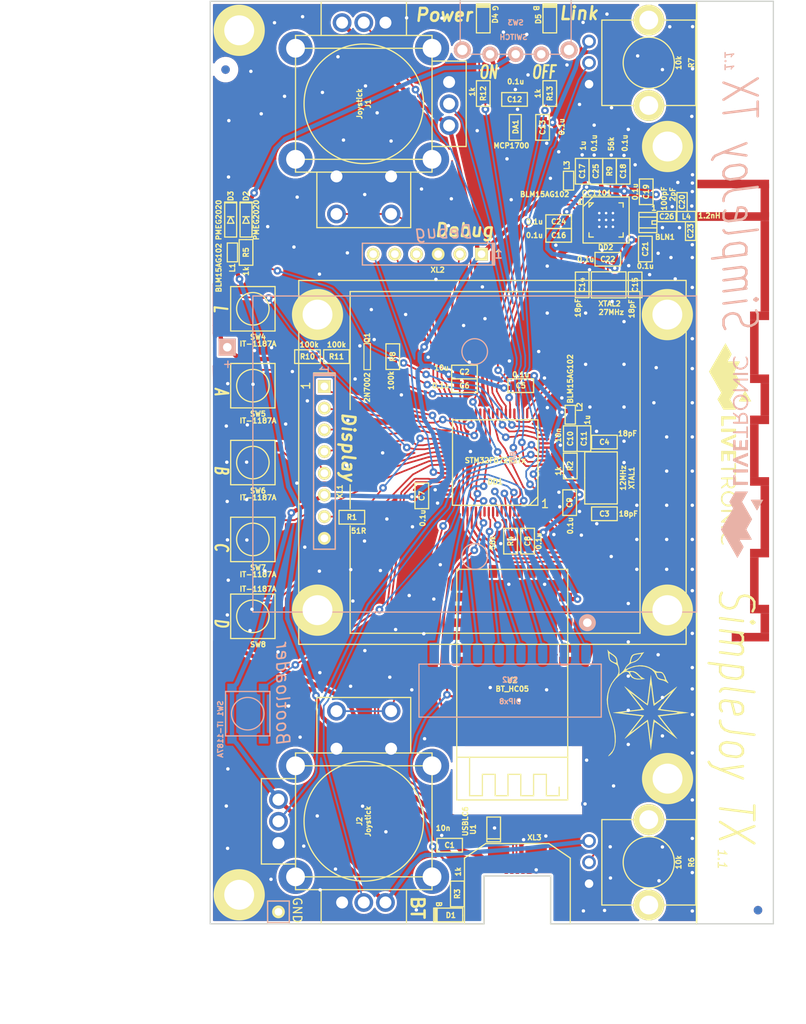
<source format=kicad_pcb>
(kicad_pcb (version 20171130) (host pcbnew "(2018-01-21 revision 81642dddd)-makepkg")
  (layers (0 F.Cu signal hide) (31 B.Cu signal hide) (36 B.SilkS user) (37 F.SilkS user) (38 B.Mask user) (39 F.Mask user) (44 Edge.Cuts user))
  (net 0 "")
  (net 1 /ANT2)
  (net 2 +BATT)
  (net 3 GND)
  (net 4 /ANT1)
  (net 5 /RF2)
  (net 6 /RF1)
  (net 7 /5V_USB)
  (net 8 +3.3V)
  (net 9 "Net-(C3-Pad1)")
  (net 10 "Net-(C4-Pad1)")
  (net 11 "Net-(C10-Pad1)")
  (net 12 PwrUnst)
  (net 13 "Net-(C14-Pad1)")
  (net 14 "Net-(C15-Pad1)")
  (net 15 "Net-(C16-Pad2)")
  (net 16 VCC)
  (net 17 "Net-(D1-PadA)")
  (net 18 +5V)
  (net 19 /PWR_UNST_ALWAYS)
  (net 20 "Net-(DD1-Pad6)")
  (net 21 /ADC0)
  (net 22 /ADC1)
  (net 23 /ADC2)
  (net 24 /ADC3)
  (net 25 /BAT_MEAS)
  (net 26 /MEASURE_EN)
  (net 27 "Net-(DD1-Pad16)")
  (net 28 /CC_GDO0)
  (net 29 /CC_CS)
  (net 30 /CC_SCK)
  (net 31 /CC_MISO)
  (net 32 /CC_MOSI)
  (net 33 /ADC4)
  (net 34 /LCD_DC)
  (net 35 /LCD_CLK)
  (net 36 /LCD_BCKLT)
  (net 37 /LCD_DIN)
  (net 38 /ADC5)
  (net 39 /DIP1)
  (net 40 /DIP2)
  (net 41 /DIP3)
  (net 42 /LCD_RST)
  (net 43 /LCD_CE)
  (net 44 /BTN_L)
  (net 45 /BTN_A)
  (net 46 /BTN_B)
  (net 47 /BTN_C)
  (net 48 /BTN_D)
  (net 49 /UART_TX)
  (net 50 /UART_RX)
  (net 51 /D-)
  (net 52 /D+)
  (net 53 /SWDIO)
  (net 54 /SWCLK)
  (net 55 /BT_RESET)
  (net 56 /MCUTX_BTRX)
  (net 57 /MCURX_BTTX)
  (net 58 /BT_PIO11)
  (net 59 /DIP4)
  (net 60 /DIP5)
  (net 61 /DIP6)
  (net 62 /DIP7)
  (net 63 /DIP8)
  (net 64 "Net-(DD1-Pad60)")
  (net 65 /BTN_J1)
  (net 66 "Net-(DD2-Pad17)")
  (net 67 /BTN_J2)
  (net 68 "Net-(Q1-Pad3)")
  (net 69 "Net-(R1-Pad2)")
  (net 70 "Net-(R3-Pad2)")
  (net 71 /D_IN-)
  (net 72 /D_IN+)
  (net 73 "Net-(XL3-PadH1)")
  (net 74 "Net-(XL3-PadH4)")
  (net 75 "Net-(U2-Pad26)")
  (net 76 "Net-(DD2-Pad3)")
  (net 77 "Net-(DD1-Pad2)")
  (net 78 "Net-(DD1-Pad3)")
  (net 79 "Net-(DD1-Pad4)")
  (net 80 "Net-(DD1-Pad7)")
  (net 81 "Net-(DD1-Pad54)")
  (net 82 "Net-(XL3-PadH2)")
  (net 83 "Net-(XL3-PadH3)")
  (net 84 "Net-(SW3-Pad3)")
  (net 85 "Net-(J2-Pad12)")
  (net 86 "Net-(J2-Pad11)")
  (net 87 "Net-(J2-Pad7)")
  (net 88 "Net-(J2-Pad3)")
  (net 89 "Net-(J1-Pad3)")
  (net 90 "Net-(J1-Pad7)")
  (net 91 "Net-(J1-Pad11)")
  (net 92 "Net-(J1-Pad12)")
  (net 93 "Net-(D4-PadA)")
  (net 94 "Net-(D5-PadA)")
  (net 95 "Net-(BLN1-Pad1)")
  (module Connectors:USBmicro_MOLEX_WM17142 (layer F.Cu) (at 145.9 109.4 90)
    (fp_text reference XL3 (at 4.5 2 180) (layer F.SilkS) (effects (font (size 0.6 0.6))))
    (fp_text value USB_MINI_B hide)
    (pad H1 smd rect (at -3.65 -5.15 90) (size 2.5 1.5) (layers F.Cu F.Mask) (net 73 "Net-(XL3-PadH1)"))
    (pad H4 smd rect (at -3.65 5.15 90) (size 2.5 1.5) (layers F.Cu F.Mask) (net 74 "Net-(XL3-PadH4)"))
    (pad H1 smd rect (at 0.55 -5.15 90) (size 2.5 1.5) (layers F.Cu F.Mask) (net 73 "Net-(XL3-PadH1)"))
    (pad H4 smd rect (at 0.55 5.15 90) (size 2.5 1.5) (layers F.Cu F.Mask) (net 74 "Net-(XL3-PadH4)"))
    (pad H2 smd rect (at 2.75 -2.2 180) (size 2.5 1.5) (layers F.Cu F.Mask) (net 82 "Net-(XL3-PadH2)"))
    (pad H3 smd rect (at 2.75 2.2 180) (size 2.5 1.5) (layers F.Cu F.Mask) (net 83 "Net-(XL3-PadH3)"))
    (pad 1 smd rect (at 0.875 -1.3 90) (size 1.25 0.4) (layers F.Cu F.Mask) (net 7 /5V_USB))
    (pad 2 smd rect (at 0.875 -0.65 90) (size 1.25 0.4) (layers F.Cu F.Mask) (net 71 /D_IN-))
    (pad 3 smd rect (at 0.875 0 90) (size 1.25 0.4) (layers F.Cu F.Mask) (net 72 /D_IN+))
    (pad 4 smd rect (at 0.875 0.65 90) (size 1.25 0.4) (layers F.Cu F.Mask) (net 3 GND))
    (pad 5 smd rect (at 0.875 1.3 90) (size 1.25 0.4) (layers F.Cu F.Mask) (net 3 GND))
  )
  (module PCB:REF_POINT_1MM (layer B.Cu) (at 111.7 15 270)
    (fp_text reference RP2 hide)
    (fp_text value REFPOINT hide)
    (pad REF smd circle (at 0 0 270) (size 1 1) (layers B.Cu B.Mask) (clearance 1))
  )
  (module PCB:REF_POINT_1MM (layer B.Cu) (at 174.1 113.4 270)
    (fp_text reference RP3 hide)
    (fp_text value REFPOINT hide)
    (pad REF smd circle (at 0 0 270) (size 1 1) (layers B.Cu B.Mask) (clearance 1))
  )
  (module PCB:REF_POINT_1MM (layer F.Cu) (at 174.1 113.4 270)
    (fp_text reference RP4 hide)
    (fp_text value REFPOINT hide)
    (pad REF smd circle (at 0 0 270) (size 1 1) (layers F.Cu F.Mask) (clearance 1))
  )
  (module PCB:REF_POINT_1MM (layer F.Cu) (at 111.7 15 270)
    (fp_text reference RP1 hide)
    (fp_text value REFPOINT hide)
    (pad REF smd circle (at 0 0 270) (size 1 1) (layers F.Cu F.Mask) (clearance 1))
  )
  (module Radio:ANT_868_IFA_SIMPLEJOY (layer F.Cu) (at 166.9 32.2 270)
    (fp_text reference ANT1 hide)
    (fp_text value ANT_PCB_MONO_2PIN hide)
    (fp_line (start -3.8 -8) (end 0 -8) (layer F.Cu) (width 1))
    (pad 1 smd rect (at 47.595 -8) (size 1 2.29) (layers F.Cu) (net 1 /ANT2))
    (pad 1 smd rect (at 42.67 -6.77) (size 1 5.54) (layers F.Cu) (net 1 /ANT2))
    (pad 1 smd rect (at 35.205 -8) (size 1 7.39) (layers F.Cu) (net 1 /ANT2))
    (pad 1 smd rect (at 27.405 -6.77) (size 1 6.21) (layers F.Cu) (net 1 /ANT2))
    (pad 1 smd rect (at 21.395 -8) (size 1 3.81) (layers F.Cu) (net 1 /ANT2))
    (pad 1 smd rect (at 15.305 -6.77) (size 1 6.37) (layers F.Cu) (net 1 /ANT2))
    (pad 1 smd rect (at 5.81 -8) (size 1 10.62) (layers F.Cu) (net 1 /ANT2))
    (pad 1 smd rect (at 49.24 -6.31) (size 4.38 1) (layers F.Cu) (net 1 /ANT2))
    (pad 1 smd rect (at 45.95 -7.385) (size 2.23 1) (layers F.Cu) (net 1 /ANT2))
    (pad 1 smd rect (at 39.4 -7.385) (size 2.23 1) (layers F.Cu) (net 1 /ANT2))
    (pad 1 smd rect (at 31.01 -7.385) (size 2.23 1) (layers F.Cu) (net 1 /ANT2))
    (pad 1 smd rect (at 23.8 -7.385) (size 2.23 1) (layers F.Cu) (net 1 /ANT2))
    (pad 1 smd rect (at 18.99 -7.385) (size 2.23 1) (layers F.Cu) (net 1 /ANT2))
    (pad 1 smd rect (at 11.62 -7.385) (size 2.23 1) (layers F.Cu) (net 1 /ANT2))
    (pad 1 smd rect (at 0 -4.25) (size 8.5 1) (layers F.Cu) (net 1 /ANT2))
    (pad 2 smd rect (at -3.81 -4.25) (size 8.5 1) (layers F.Cu) (net 3 GND))
  )
  (module LEDs:LED_0603 (layer F.Cu) (at 149.7 9.2 90)
    (fp_text reference D5 (at 0.127 -1.3335 90) (layer F.SilkS) (effects (font (size 0.6 0.6))))
    (fp_text value L-C191LBCT hide)
    (pad C smd rect (at 0.762 0 90) (size 0.889 1.016) (layers F.Cu F.Mask) (net 3 GND))
    (pad A smd rect (at -0.762 0 90) (size 0.889 1.016) (layers F.Cu F.Mask) (net 94 "Net-(D5-PadA)"))
  )
  (module LEDs:LED_0603 (layer F.Cu) (at 141.9 9.2 90)
    (fp_text reference D4 (at 0.2 1.4 90) (layer F.SilkS) (effects (font (size 0.6 0.6))))
    (fp_text value L-C191KGCT hide)
    (pad A smd rect (at -0.762 0 90) (size 0.889 1.016) (layers F.Cu F.Mask) (net 93 "Net-(D4-PadA)"))
    (pad C smd rect (at 0.762 0 90) (size 0.889 1.016) (layers F.Cu F.Mask) (net 3 GND))
  )
  (module Resistors:RES_0603 (layer F.Cu) (at 149.7 17.8 270)
    (fp_text reference R13 (at 0 0 270) (layer F.SilkS) (effects (font (size 0.6 0.6))))
    (fp_text value 1k (at 0 1.4 270) (layer F.SilkS) (effects (font (size 0.6 0.6))))
    (pad 2 smd rect (at 0.75 0 270) (size 0.9 1) (layers F.Cu F.Mask) (net 78 "Net-(DD1-Pad3)"))
    (pad 1 smd rect (at -0.75 0 270) (size 0.9 1) (layers F.Cu F.Mask) (net 94 "Net-(D5-PadA)"))
  )
  (module Resistors:RES_0603 (layer F.Cu) (at 141.9 17.8 270)
    (fp_text reference R12 (at 0 0 270) (layer F.SilkS) (effects (font (size 0.6 0.6))))
    (fp_text value 1k (at -0.2 1.3 270) (layer F.SilkS) (effects (font (size 0.6 0.6))))
    (pad 1 smd rect (at -0.75 0 270) (size 0.9 1) (layers F.Cu F.Mask) (net 93 "Net-(D4-PadA)"))
    (pad 2 smd rect (at 0.75 0 270) (size 0.9 1) (layers F.Cu F.Mask) (net 77 "Net-(DD1-Pad2)"))
  )
  (module BtnsSwitches:SW_SS-12F23 (layer B.Cu) (at 145.7 13.2)
    (fp_text reference SW3 (at 0 -3.7) (layer B.SilkS) (effects (font (size 0.6 0.6)) (justify mirror)))
    (fp_text value SWITCH (at -0.25 -2) (layer B.SilkS) (effects (font (size 0.6 0.6)) (justify mirror)))
    (pad 1 thru_hole circle (at -3 0) (size 1.8 1.8) (drill 1) (layers *.Cu *.Mask B.SilkS) (net 12 PwrUnst))
    (pad 2 thru_hole circle (at 0 0) (size 1.8 1.8) (drill 1) (layers *.Cu *.Mask B.SilkS) (net 19 /PWR_UNST_ALWAYS))
    (pad 3 thru_hole circle (at 3 0) (size 1.8 1.8) (drill 1) (layers *.Cu *.Mask B.SilkS) (net 84 "Net-(SW3-Pad3)"))
    (pad H thru_hole circle (at -6.25 -0.5) (size 2 2) (drill 1.2) (layers *.Cu *.Mask B.SilkS))
    (pad H thru_hole circle (at 6.25 -0.5) (size 2 2) (drill 1.2) (layers *.Cu *.Mask B.SilkS))
  )
  (module Pictures:Livetronic27x9 (layer B.Cu) (at 172.3 60.2 90)
    (fp_text reference Logo3 hide)
    (fp_text value Logo hide)
  )
  (module Connectors:PLS-8 (layer F.Cu) (at 123.278 60.981 270)
    (fp_text reference XL1 (at 3.419 -1.822 270) (layer F.SilkS) (effects (font (size 0.6 0.6))))
    (fp_text value PBS-8 hide)
    (fp_text user 1 (at -10.89 0 270) (layer B.SilkS) (effects (justify mirror)))
    (fp_text user 1 (at -8.981 2.178 270) (layer F.SilkS))
    (pad 8 thru_hole circle (at 8.89 0 270) (size 1.5 1.5) (drill 0.9) (layers *.Cu *.Mask F.SilkS) (net 3 GND))
    (pad 7 thru_hole circle (at 6.35 0 270) (size 1.5 1.5) (drill 0.9) (layers *.Cu *.Mask F.SilkS) (net 69 "Net-(R1-Pad2)"))
    (pad 6 thru_hole circle (at 3.81 0 270) (size 1.5 1.5) (drill 0.9) (layers *.Cu *.Mask F.SilkS) (net 8 +3.3V))
    (pad 5 thru_hole circle (at 1.27 0 270) (size 1.5 1.5) (drill 0.9) (layers *.Cu *.Mask F.SilkS) (net 35 /LCD_CLK))
    (pad 4 thru_hole circle (at -1.27 0 270) (size 1.5 1.5) (drill 0.9) (layers *.Cu *.Mask F.SilkS) (net 37 /LCD_DIN))
    (pad 3 thru_hole circle (at -3.81 0 270) (size 1.5 1.5) (drill 0.9) (layers *.Cu *.Mask F.SilkS) (net 34 /LCD_DC))
    (pad 2 thru_hole circle (at -6.35 0 270) (size 1.5 1.5) (drill 0.9) (layers *.Cu *.Mask F.SilkS) (net 43 /LCD_CE))
    (pad 1 thru_hole rect (at -8.89 0 270) (size 1.5 1.5) (drill 0.9) (layers *.Cu *.Mask F.SilkS) (net 42 /LCD_RST))
  )
  (module Installation:BATTERY_AAA_X3 (layer B.Cu) (at 140.9 60 270)
    (fp_text reference B1 hide)
    (fp_text value BAT (at 0.50038 -4.50088 270) (layer B.SilkS) (effects (font (size 0.6 0.6)) (justify mirror)))
    (fp_text user - (at 19.65 -11.4 270) (layer B.SilkS) (effects (justify mirror)))
    (fp_text user + (at -10.5 29 270) (layer B.SilkS) (effects (justify mirror)))
    (pad A thru_hole rect (at -12.5 29 270) (size 2 2) (drill 1) (layers *.Cu *.Mask B.SilkS) (net 2 +BATT))
    (pad C thru_hole circle (at 19.75 -13.2 270) (size 2 2) (drill 1) (layers *.Cu *.Mask B.SilkS) (net 3 GND))
  )
  (module Radio:BALUN_JOHANSON868 (layer F.Cu) (at 161.2 32.9)
    (fp_text reference BLN1 (at 2 1.7) (layer F.SilkS) (effects (font (size 0.6 0.6))))
    (fp_text value BALUN868JOHANSON hide)
    (fp_text user 1 (at 0.7 -1.7) (layer F.SilkS) (effects (font (size 0.6 0.6))))
    (pad 1 smd rect (at 0.65 -0.7) (size 0.35 0.6) (layers F.Cu F.Mask) (net 95 "Net-(BLN1-Pad1)"))
    (pad 2 smd rect (at 0 -0.7) (size 0.35 0.6) (layers F.Cu F.Mask) (net 3 GND))
    (pad 3 smd rect (at -0.65 -0.7) (size 0.35 0.6) (layers F.Cu F.Mask) (net 5 /RF2))
    (pad 4 smd rect (at -0.65 0.7) (size 0.35 0.6) (layers F.Cu F.Mask) (net 6 /RF1))
    (pad 5 smd rect (at 0 0.7) (size 0.35 0.6) (layers F.Cu F.Mask) (net 3 GND))
    (pad 6 smd rect (at 0.65 0.7) (size 0.35 0.6) (layers F.Cu F.Mask) (net 3 GND))
  )
  (module Capacitors:CAP_0603 (layer F.Cu) (at 137.9598 105.798)
    (fp_text reference C1 (at 0 0) (layer F.SilkS) (effects (font (size 0.6 0.6))))
    (fp_text value 10n (at -0.7598 -1.998) (layer F.SilkS) (effects (font (size 0.6 0.6))))
    (pad 2 smd rect (at 0.762 0) (size 0.889 1.016) (layers F.Cu F.Mask) (net 7 /5V_USB))
    (pad 1 smd rect (at -0.762 0) (size 0.889 1.016) (layers F.Cu F.Mask) (net 3 GND))
  )
  (module Capacitors:CAP_0603 (layer F.Cu) (at 139.7 50.4)
    (fp_text reference C2 (at 0 0) (layer F.SilkS) (effects (font (size 0.6 0.6))))
    (fp_text value 10u (at -2.7 -0.5) (layer F.SilkS) (effects (font (size 0.6 0.6))))
    (pad 1 smd rect (at -0.762 0) (size 0.889 1.016) (layers F.Cu F.Mask) (net 8 +3.3V))
    (pad 2 smd rect (at 0.762 0) (size 0.889 1.016) (layers F.Cu F.Mask) (net 3 GND))
  )
  (module Capacitors:CAP_0603 (layer F.Cu) (at 156.1 67 180)
    (fp_text reference C3 (at 0 0 180) (layer F.SilkS) (effects (font (size 0.6 0.6))))
    (fp_text value 18pF (at -2.8 0 180) (layer F.SilkS) (effects (font (size 0.6 0.6))))
    (pad 2 smd rect (at 0.762 0 180) (size 0.889 1.016) (layers F.Cu F.Mask) (net 3 GND))
    (pad 1 smd rect (at -0.762 0 180) (size 0.889 1.016) (layers F.Cu F.Mask) (net 9 "Net-(C3-Pad1)"))
  )
  (module Capacitors:CAP_0603 (layer F.Cu) (at 156.1 58.6)
    (fp_text reference C4 (at 0 0) (layer F.SilkS) (effects (font (size 0.6 0.6))))
    (fp_text value 18pF (at 2.7 -1) (layer F.SilkS) (effects (font (size 0.6 0.6))))
    (pad 2 smd rect (at 0.762 0) (size 0.889 1.016) (layers F.Cu F.Mask) (net 3 GND))
    (pad 1 smd rect (at -0.762 0) (size 0.889 1.016) (layers F.Cu F.Mask) (net 10 "Net-(C4-Pad1)"))
  )
  (module Capacitors:CAP_0603 (layer F.Cu) (at 146.3 52)
    (fp_text reference C5 (at 0 0) (layer F.SilkS) (effects (font (size 0.6 0.6))))
    (fp_text value 0.1u (at 0 -1.3) (layer F.SilkS) (effects (font (size 0.6 0.6))))
    (pad 1 smd rect (at -0.762 0) (size 0.889 1.016) (layers F.Cu F.Mask) (net 8 +3.3V))
    (pad 2 smd rect (at 0.762 0) (size 0.889 1.016) (layers F.Cu F.Mask) (net 3 GND))
  )
  (module Capacitors:CAP_0603 (layer F.Cu) (at 139.7 52)
    (fp_text reference C6 (at 0 0) (layer F.SilkS) (effects (font (size 0.6 0.6))))
    (fp_text value 0.1u (at -2.8 0) (layer F.SilkS) (effects (font (size 0.6 0.6))))
    (pad 1 smd rect (at -0.762 0) (size 0.889 1.016) (layers F.Cu F.Mask) (net 8 +3.3V))
    (pad 2 smd rect (at 0.762 0) (size 0.889 1.016) (layers F.Cu F.Mask) (net 3 GND))
  )
  (module Capacitors:CAP_0603 (layer F.Cu) (at 134.7 64.9 90)
    (fp_text reference C7 (at 0 0 90) (layer F.SilkS) (effects (font (size 0.6 0.6))))
    (fp_text value 0.1u (at -2.6 0.1 90) (layer F.SilkS) (effects (font (size 0.6 0.6))))
    (pad 2 smd rect (at 0.762 0 90) (size 0.889 1.016) (layers F.Cu F.Mask) (net 3 GND))
    (pad 1 smd rect (at -0.762 0 90) (size 0.889 1.016) (layers F.Cu F.Mask) (net 8 +3.3V))
  )
  (module Capacitors:CAP_0603 (layer F.Cu) (at 147.1 70.2 270)
    (fp_text reference C8 (at 0 0 270) (layer F.SilkS) (effects (font (size 0.6 0.6))))
    (fp_text value 0.1u (at 0 -1.3 270) (layer F.SilkS) (effects (font (size 0.6 0.6))))
    (pad 1 smd rect (at -0.762 0 270) (size 0.889 1.016) (layers F.Cu F.Mask) (net 8 +3.3V))
    (pad 2 smd rect (at 0.762 0 270) (size 0.889 1.016) (layers F.Cu F.Mask) (net 3 GND))
  )
  (module Capacitors:CAP_0603 (layer F.Cu) (at 152.0272 65.693 270)
    (fp_text reference C9 (at 0 0 270) (layer F.SilkS) (effects (font (size 0.6 0.6))))
    (fp_text value 0.1u (at 2.707 -0.0728 270) (layer F.SilkS) (effects (font (size 0.6 0.6))))
    (pad 2 smd rect (at 0.762 0 270) (size 0.889 1.016) (layers F.Cu F.Mask) (net 3 GND))
    (pad 1 smd rect (at -0.762 0 270) (size 0.889 1.016) (layers F.Cu F.Mask) (net 8 +3.3V))
  )
  (module Capacitors:CAP_0603 (layer F.Cu) (at 152.1 58.2 270)
    (fp_text reference C10 (at 0 0 270) (layer F.SilkS) (effects (font (size 0.6 0.6))))
    (fp_text value 10n (at -0.4 1.4 270) (layer F.SilkS) (effects (font (size 0.6 0.6))))
    (pad 2 smd rect (at 0.762 0 270) (size 0.889 1.016) (layers F.Cu F.Mask) (net 3 GND))
    (pad 1 smd rect (at -0.762 0 270) (size 0.889 1.016) (layers F.Cu F.Mask) (net 11 "Net-(C10-Pad1)"))
  )
  (module Capacitors:CAP_0603 (layer F.Cu) (at 153.7 58.2 270)
    (fp_text reference C11 (at 0 0 270) (layer F.SilkS) (effects (font (size 0.6 0.6))))
    (fp_text value 1u (at -2.2 -0.4 270) (layer F.SilkS) (effects (font (size 0.6 0.6))))
    (pad 1 smd rect (at -0.762 0 270) (size 0.889 1.016) (layers F.Cu F.Mask) (net 11 "Net-(C10-Pad1)"))
    (pad 2 smd rect (at 0.762 0 270) (size 0.889 1.016) (layers F.Cu F.Mask) (net 3 GND))
  )
  (module Capacitors:CAP_0603 (layer F.Cu) (at 145.5687 18.49)
    (fp_text reference C12 (at 0 0) (layer F.SilkS) (effects (font (size 0.6 0.6))))
    (fp_text value 0.1u (at 0.1313 -2.09) (layer F.SilkS) (effects (font (size 0.6 0.6))))
    (pad 1 smd rect (at -0.762 0) (size 0.889 1.016) (layers F.Cu F.Mask) (net 12 PwrUnst))
    (pad 2 smd rect (at 0.762 0) (size 0.889 1.016) (layers F.Cu F.Mask) (net 3 GND))
  )
  (module Capacitors:CAP_0603 (layer F.Cu) (at 148.8561 21.762 270)
    (fp_text reference C13 (at 0 0 270) (layer F.SilkS) (effects (font (size 0.6 0.6))))
    (fp_text value 0.1u (at -0.062 -2.2439 270) (layer F.SilkS) (effects (font (size 0.6 0.6))))
    (pad 1 smd rect (at -0.762 0 270) (size 0.889 1.016) (layers F.Cu F.Mask) (net 8 +3.3V))
    (pad 2 smd rect (at 0.762 0 270) (size 0.889 1.016) (layers F.Cu F.Mask) (net 3 GND))
  )
  (module Capacitors:CAP_0603 (layer F.Cu) (at 153.5 40.2 90)
    (fp_text reference C14 (at 0 0 90) (layer F.SilkS) (effects (font (size 0.6 0.6))))
    (fp_text value 18pF (at -2.7 -0.5 90) (layer F.SilkS) (effects (font (size 0.6 0.6))))
    (pad 1 smd rect (at -0.762 0 90) (size 0.889 1.016) (layers F.Cu F.Mask) (net 13 "Net-(C14-Pad1)"))
    (pad 2 smd rect (at 0.762 0 90) (size 0.889 1.016) (layers F.Cu F.Mask) (net 3 GND))
  )
  (module Capacitors:CAP_0603 (layer F.Cu) (at 159.7 40.2 270)
    (fp_text reference C15 (at 0 0 270) (layer F.SilkS) (effects (font (size 0.6 0.6))))
    (fp_text value 18pF (at 2.8 0.4 270) (layer F.SilkS) (effects (font (size 0.6 0.6))))
    (pad 2 smd rect (at 0.762 0 270) (size 0.889 1.016) (layers F.Cu F.Mask) (net 3 GND))
    (pad 1 smd rect (at -0.762 0 270) (size 0.889 1.016) (layers F.Cu F.Mask) (net 14 "Net-(C15-Pad1)"))
  )
  (module Capacitors:CAP_0603 (layer F.Cu) (at 150.738 34.4)
    (fp_text reference C16 (at 0 0) (layer F.SilkS) (effects (font (size 0.6 0.6))))
    (fp_text value 0.1u (at -2.838 0) (layer F.SilkS) (effects (font (size 0.6 0.6))))
    (pad 1 smd rect (at -0.762 0) (size 0.889 1.016) (layers F.Cu F.Mask) (net 3 GND))
    (pad 2 smd rect (at 0.762 0) (size 0.889 1.016) (layers F.Cu F.Mask) (net 15 "Net-(C16-Pad2)"))
  )
  (module Capacitors:CAP_0603 (layer F.Cu) (at 153.5 26.9 90)
    (fp_text reference C17 (at 0 0 90) (layer F.SilkS) (effects (font (size 0.6 0.6))))
    (fp_text value 1u (at 3 0.1 90) (layer F.SilkS) (effects (font (size 0.6 0.6))))
    (pad 1 smd rect (at -0.762 0 90) (size 0.889 1.016) (layers F.Cu F.Mask) (net 16 VCC))
    (pad 2 smd rect (at 0.762 0 90) (size 0.889 1.016) (layers F.Cu F.Mask) (net 3 GND))
  )
  (module Capacitors:CAP_0603 (layer F.Cu) (at 158.3 26.9 90)
    (fp_text reference C18 (at 0 0 90) (layer F.SilkS) (effects (font (size 0.6 0.6))))
    (fp_text value 0.1u (at 3.3 0.2 90) (layer F.SilkS) (effects (font (size 0.6 0.6))))
    (pad 2 smd rect (at 0.762 0 90) (size 0.889 1.016) (layers F.Cu F.Mask) (net 3 GND))
    (pad 1 smd rect (at -0.762 0 90) (size 0.889 1.016) (layers F.Cu F.Mask) (net 16 VCC))
  )
  (module Capacitors:CAP_0603 (layer F.Cu) (at 161 29.3 90)
    (fp_text reference C19 (at 0 0 90) (layer F.SilkS) (effects (font (size 0.6 0.6))))
    (fp_text value 0.1u (at 0 -1.3 90) (layer F.SilkS) (effects (font (size 0.6 0.6))))
    (pad 1 smd rect (at -0.762 0 90) (size 0.889 1.016) (layers F.Cu F.Mask) (net 16 VCC))
    (pad 2 smd rect (at 0.762 0 90) (size 0.889 1.016) (layers F.Cu F.Mask) (net 3 GND))
  )
  (module Capacitors:CAP_0402 (layer F.Cu) (at 165.2 30.5 90)
    (fp_text reference C20 (at 0 0 90) (layer F.SilkS) (effects (font (size 0.6 0.6))))
    (fp_text value 2pF (at 0.9 -1.1 -90) (layer F.SilkS) (effects (font (size 0.6 0.6))))
    (pad 2 smd rect (at 0.5 0 90) (size 0.6 0.6) (layers F.Cu F.Mask) (net 3 GND))
    (pad 1 smd rect (at -0.5 0 90) (size 0.6 0.6) (layers F.Cu F.Mask) (net 4 /ANT1))
  )
  (module Capacitors:CAP_0603 (layer F.Cu) (at 160.9 36 270)
    (fp_text reference C21 (at 0 0 270) (layer F.SilkS) (effects (font (size 0.6 0.6))))
    (fp_text value 0.1u (at 2 0) (layer F.SilkS) (effects (font (size 0.6 0.6))))
    (pad 2 smd rect (at 0.762 0 270) (size 0.889 1.016) (layers F.Cu F.Mask) (net 3 GND))
    (pad 1 smd rect (at -0.762 0 270) (size 0.889 1.016) (layers F.Cu F.Mask) (net 16 VCC))
  )
  (module Capacitors:CAP_0603 (layer F.Cu) (at 156.5 37.2 180)
    (fp_text reference C22 (at 0 0 180) (layer F.SilkS) (effects (font (size 0.6 0.6))))
    (fp_text value 0.1u (at 2.6 0 180) (layer F.SilkS) (effects (font (size 0.6 0.6))))
    (pad 2 smd rect (at 0.762 0 180) (size 0.889 1.016) (layers F.Cu F.Mask) (net 3 GND))
    (pad 1 smd rect (at -0.762 0 180) (size 0.889 1.016) (layers F.Cu F.Mask) (net 16 VCC))
  )
  (module Capacitors:CAP_0402 (layer F.Cu) (at 166.2 33.9 270)
    (fp_text reference C23 (at 0 0 270) (layer F.SilkS) (effects (font (size 0.6 0.6))))
    (fp_text value DoNotMount hide)
    (pad 1 smd rect (at -0.5 0 270) (size 0.6 0.6) (layers F.Cu F.Mask) (net 1 /ANT2))
    (pad 2 smd rect (at 0.5 0 270) (size 0.6 0.6) (layers F.Cu F.Mask) (net 3 GND))
  )
  (module Capacitors:CAP_0603 (layer F.Cu) (at 150.738 32.8 180)
    (fp_text reference C24 (at 0 0 180) (layer F.SilkS) (effects (font (size 0.6 0.6))))
    (fp_text value 0.1u (at 2.838 0 180) (layer F.SilkS) (effects (font (size 0.6 0.6))))
    (pad 2 smd rect (at 0.762 0 180) (size 0.889 1.016) (layers F.Cu F.Mask) (net 3 GND))
    (pad 1 smd rect (at -0.762 0 180) (size 0.889 1.016) (layers F.Cu F.Mask) (net 16 VCC))
  )
  (module Capacitors:CAP_0603 (layer F.Cu) (at 155.1 26.9 90)
    (fp_text reference C25 (at 0 0 90) (layer F.SilkS) (effects (font (size 0.6 0.6))))
    (fp_text value 0.1u (at 3.3 -0.2 90) (layer F.SilkS) (effects (font (size 0.6 0.6))))
    (pad 2 smd rect (at 0.762 0 90) (size 0.889 1.016) (layers F.Cu F.Mask) (net 3 GND))
    (pad 1 smd rect (at -0.762 0 90) (size 0.889 1.016) (layers F.Cu F.Mask) (net 16 VCC))
  )
  (module LEDs:LED_0603 (layer F.Cu) (at 137.9927 113.961 180)
    (fp_text reference D1 (at -0.1073 -0.0389 180) (layer F.SilkS) (effects (font (size 0.6 0.6))))
    (fp_text value L-C191LBCT hide)
    (pad A smd rect (at -0.762 0 180) (size 0.889 1.016) (layers F.Cu F.Mask) (net 17 "Net-(D1-PadA)"))
    (pad C smd rect (at 0.762 0 180) (size 0.889 1.016) (layers F.Cu F.Mask) (net 3 GND))
  )
  (module Diodes:SOD323 (layer F.Cu) (at 114.1 32.6 270)
    (fp_text reference D2 (at -2.8 0 270) (layer F.SilkS) (effects (font (size 0.59944 0.59944) (thickness 0.14986))))
    (fp_text value PMEG2020 (at 0 -1.2 270) (layer F.SilkS) (effects (font (size 0.59944 0.59944) (thickness 0.14986))))
    (pad A smd rect (at 1.30048 0 270) (size 1.00076 1.00076) (layers F.Cu F.Mask) (net 18 +5V))
    (pad C smd rect (at -1.30048 0 270) (size 1.00076 1.00076) (layers F.Cu F.Mask) (net 19 /PWR_UNST_ALWAYS))
  )
  (module Diodes:SOD323 (layer F.Cu) (at 112.3 32.6 270)
    (fp_text reference D3 (at -2.8 0 270) (layer F.SilkS) (effects (font (size 0.59944 0.59944) (thickness 0.14986))))
    (fp_text value PMEG2020 (at 0 1.4 270) (layer F.SilkS) (effects (font (size 0.59944 0.59944) (thickness 0.14986))))
    (pad C smd rect (at -1.30048 0 270) (size 1.00076 1.00076) (layers F.Cu F.Mask) (net 19 /PWR_UNST_ALWAYS))
    (pad A smd rect (at 1.30048 0 270) (size 1.00076 1.00076) (layers F.Cu F.Mask) (net 2 +BATT))
  )
  (module LQFP_TQFP:LQFP64 (layer F.Cu) (at 143.3 61 180)
    (fp_text reference DD1 (at 0 -2.25044 180) (layer F.SilkS) (effects (font (size 0.59944 0.59944) (thickness 0.14986))))
    (fp_text value STM32F072RxTx (at 0 0.24892 180) (layer F.SilkS) (effects (font (size 0.59944 0.59944) (thickness 0.14986))))
    (fp_text user 1 (at -5.842 -4.826 180) (layer F.SilkS))
    (pad 1 smd rect (at -5.75 -3.75 180) (size 1.2 0.27) (layers F.Cu F.Mask) (net 8 +3.3V))
    (pad 2 smd oval (at -5.75 -3.25 180) (size 1.2 0.27) (layers F.Cu F.Mask) (net 77 "Net-(DD1-Pad2)"))
    (pad 3 smd oval (at -5.75 -2.75 180) (size 1.2 0.27) (layers F.Cu F.Mask) (net 78 "Net-(DD1-Pad3)"))
    (pad 4 smd oval (at -5.75 -2.25 180) (size 1.2 0.27) (layers F.Cu F.Mask) (net 79 "Net-(DD1-Pad4)"))
    (pad 5 smd oval (at -5.75 -1.75 180) (size 1.2 0.27) (layers F.Cu F.Mask) (net 9 "Net-(C3-Pad1)"))
    (pad 6 smd oval (at -5.75 -1.25 180) (size 1.2 0.27) (layers F.Cu F.Mask) (net 20 "Net-(DD1-Pad6)"))
    (pad 7 smd oval (at -5.75 -0.75 180) (size 1.2 0.27) (layers F.Cu F.Mask) (net 80 "Net-(DD1-Pad7)"))
    (pad 8 smd oval (at -5.75 -0.25 180) (size 1.2 0.27) (layers F.Cu F.Mask) (net 21 /ADC0))
    (pad 9 smd oval (at -5.75 0.25 180) (size 1.2 0.27) (layers F.Cu F.Mask) (net 22 /ADC1))
    (pad 10 smd oval (at -5.75 0.75 180) (size 1.2 0.27) (layers F.Cu F.Mask) (net 23 /ADC2))
    (pad 11 smd oval (at -5.75 1.25 180) (size 1.2 0.27) (layers F.Cu F.Mask) (net 24 /ADC3))
    (pad 12 smd oval (at -5.75 1.75 180) (size 1.2 0.27) (layers F.Cu F.Mask) (net 3 GND))
    (pad 13 smd oval (at -5.75 2.25 180) (size 1.2 0.27) (layers F.Cu F.Mask) (net 11 "Net-(C10-Pad1)"))
    (pad 14 smd oval (at -5.75 2.75 180) (size 1.2 0.27) (layers F.Cu F.Mask) (net 25 /BAT_MEAS))
    (pad 15 smd oval (at -5.75 3.25 180) (size 1.2 0.27) (layers F.Cu F.Mask) (net 26 /MEASURE_EN))
    (pad 16 smd oval (at -5.75 3.75 180) (size 1.2 0.27) (layers F.Cu F.Mask) (net 27 "Net-(DD1-Pad16)"))
    (pad 17 smd oval (at -3.75 5.75 270) (size 1.2 0.27) (layers F.Cu F.Mask) (net 28 /CC_GDO0))
    (pad 18 smd oval (at -3.25 5.75 270) (size 1.2 0.27) (layers F.Cu F.Mask) (net 3 GND))
    (pad 19 smd oval (at -2.75 5.75 270) (size 1.2 0.27) (layers F.Cu F.Mask) (net 8 +3.3V))
    (pad 20 smd oval (at -2.25 5.75 270) (size 1.2 0.27) (layers F.Cu F.Mask) (net 29 /CC_CS))
    (pad 21 smd oval (at -1.75 5.75 270) (size 1.2 0.27) (layers F.Cu F.Mask) (net 30 /CC_SCK))
    (pad 22 smd oval (at -1.25 5.75 270) (size 1.2 0.27) (layers F.Cu F.Mask) (net 31 /CC_MISO))
    (pad 23 smd oval (at -0.75 5.75 270) (size 1.2 0.27) (layers F.Cu F.Mask) (net 32 /CC_MOSI))
    (pad 24 smd oval (at -0.25 5.75 270) (size 1.2 0.27) (layers F.Cu F.Mask) (net 33 /ADC4))
    (pad 33 smd oval (at 5.75 3.75 180) (size 1.2 0.27) (layers F.Cu F.Mask) (net 34 /LCD_DC))
    (pad 34 smd oval (at 5.75 3.25 180) (size 1.2 0.27) (layers F.Cu F.Mask) (net 35 /LCD_CLK))
    (pad 35 smd oval (at 5.75 2.75 180) (size 1.2 0.27) (layers F.Cu F.Mask) (net 36 /LCD_BCKLT))
    (pad 36 smd oval (at 5.75 2.25 180) (size 1.2 0.27) (layers F.Cu F.Mask) (net 37 /LCD_DIN))
    (pad 25 smd oval (at 0.25 5.75 270) (size 1.2 0.27) (layers F.Cu F.Mask) (net 38 /ADC5))
    (pad 26 smd oval (at 0.75 5.75 270) (size 1.2 0.27) (layers F.Cu F.Mask) (net 39 /DIP1))
    (pad 27 smd oval (at 1.25 5.75 270) (size 1.2 0.27) (layers F.Cu F.Mask) (net 40 /DIP2))
    (pad 28 smd oval (at 1.75 5.75 270) (size 1.2 0.27) (layers F.Cu F.Mask) (net 41 /DIP3))
    (pad 29 smd oval (at 2.25 5.75 270) (size 1.2 0.27) (layers F.Cu F.Mask) (net 42 /LCD_RST))
    (pad 30 smd oval (at 2.75 5.75 270) (size 1.2 0.27) (layers F.Cu F.Mask) (net 43 /LCD_CE))
    (pad 31 smd oval (at 3.25 5.75 270) (size 1.2 0.27) (layers F.Cu F.Mask) (net 3 GND))
    (pad 32 smd oval (at 3.75 5.75 270) (size 1.2 0.27) (layers F.Cu F.Mask) (net 8 +3.3V))
    (pad 37 smd oval (at 5.75 1.75 180) (size 1.2 0.27) (layers F.Cu F.Mask) (net 44 /BTN_L))
    (pad 38 smd oval (at 5.75 1.25 180) (size 1.2 0.27) (layers F.Cu F.Mask) (net 45 /BTN_A))
    (pad 39 smd oval (at 5.75 0.75 180) (size 1.2 0.27) (layers F.Cu F.Mask) (net 46 /BTN_B))
    (pad 40 smd oval (at 5.75 0.25 180) (size 1.2 0.27) (layers F.Cu F.Mask) (net 47 /BTN_C))
    (pad 41 smd oval (at 5.75 -0.25 180) (size 1.2 0.27) (layers F.Cu F.Mask) (net 48 /BTN_D))
    (pad 42 smd oval (at 5.75 -0.75 180) (size 1.2 0.27) (layers F.Cu F.Mask) (net 49 /UART_TX))
    (pad 43 smd oval (at 5.75 -1.25 180) (size 1.2 0.27) (layers F.Cu F.Mask) (net 50 /UART_RX))
    (pad 44 smd oval (at 5.75 -1.75 180) (size 1.2 0.27) (layers F.Cu F.Mask) (net 51 /D-))
    (pad 45 smd oval (at 5.75 -2.25 180) (size 1.2 0.27) (layers F.Cu F.Mask) (net 52 /D+))
    (pad 46 smd oval (at 5.75 -2.75 180) (size 1.2 0.27) (layers F.Cu F.Mask) (net 53 /SWDIO))
    (pad 47 smd oval (at 5.75 -3.25 180) (size 1.2 0.27) (layers F.Cu F.Mask) (net 3 GND))
    (pad 48 smd oval (at 5.75 -3.75 180) (size 1.2 0.27) (layers F.Cu F.Mask) (net 8 +3.3V))
    (pad 49 smd oval (at 3.75 -5.75 270) (size 1.2 0.27) (layers F.Cu F.Mask) (net 54 /SWCLK))
    (pad 50 smd oval (at 3.25 -5.75 270) (size 1.2 0.27) (layers F.Cu F.Mask) (net 55 /BT_RESET))
    (pad 51 smd oval (at 2.75 -5.75 270) (size 1.2 0.27) (layers F.Cu F.Mask) (net 56 /MCUTX_BTRX))
    (pad 52 smd oval (at 2.25 -5.75 270) (size 1.2 0.27) (layers F.Cu F.Mask) (net 57 /MCURX_BTTX))
    (pad 53 smd oval (at 1.75 -5.75 270) (size 1.2 0.27) (layers F.Cu F.Mask) (net 58 /BT_PIO11))
    (pad 54 smd oval (at 1.25 -5.75 270) (size 1.2 0.27) (layers F.Cu F.Mask) (net 81 "Net-(DD1-Pad54)"))
    (pad 55 smd oval (at 0.75 -5.75 270) (size 1.2 0.27) (layers F.Cu F.Mask) (net 59 /DIP4))
    (pad 56 smd oval (at 0.25 -5.75 270) (size 1.2 0.27) (layers F.Cu F.Mask) (net 60 /DIP5))
    (pad 57 smd oval (at -0.25 -5.75 270) (size 1.2 0.27) (layers F.Cu F.Mask) (net 61 /DIP6))
    (pad 58 smd oval (at -0.75 -5.75 270) (size 1.2 0.27) (layers F.Cu F.Mask) (net 62 /DIP7))
    (pad 59 smd oval (at -1.25 -5.75 270) (size 1.2 0.27) (layers F.Cu F.Mask) (net 63 /DIP8))
    (pad 60 smd oval (at -1.75 -5.75 270) (size 1.2 0.27) (layers F.Cu F.Mask) (net 64 "Net-(DD1-Pad60)"))
    (pad 61 smd oval (at -2.25 -5.75 270) (size 1.2 0.27) (layers F.Cu F.Mask) (net 65 /BTN_J1))
    (pad 62 smd oval (at -2.75 -5.75 270) (size 1.2 0.27) (layers F.Cu F.Mask) (net 67 /BTN_J2))
    (pad 63 smd oval (at -3.25 -5.75 270) (size 1.2 0.27) (layers F.Cu F.Mask) (net 3 GND))
    (pad 64 smd oval (at -3.75 -5.75 270) (size 1.2 0.27) (layers F.Cu F.Mask) (net 8 +3.3V))
  )
  (module QFN_DFN:QFN20 (layer F.Cu) (at 156.3 32.6)
    (fp_text reference DD2 (at -0.05 3.2) (layer F.SilkS) (effects (font (size 0.6 0.6))))
    (fp_text value CC1101 (at -1.09982 -3.1496) (layer F.SilkS) (effects (font (size 0.6 0.6))))
    (fp_text user 1 (at -3.04 -2.1) (layer F.SilkS) (effects (font (size 0.6 0.6))))
    (pad 1 smd rect (at -1.95 -1) (size 1 0.28) (layers F.Cu F.Mask) (net 30 /CC_SCK))
    (pad 2 smd oval (at -1.95 -0.5) (size 1 0.28) (layers F.Cu F.Mask) (net 31 /CC_MISO))
    (pad 3 smd oval (at -1.95 0) (size 1 0.28) (layers F.Cu F.Mask) (net 76 "Net-(DD2-Pad3)"))
    (pad 4 smd oval (at -1.95 0.5) (size 1 0.28) (layers F.Cu F.Mask) (net 16 VCC))
    (pad 5 smd oval (at -1.95 1) (size 1 0.28) (layers F.Cu F.Mask) (net 15 "Net-(C16-Pad2)"))
    (pad 6 smd oval (at -1 1.95 90) (size 1 0.28) (layers F.Cu F.Mask) (net 28 /CC_GDO0))
    (pad 7 smd oval (at -0.5 1.95 90) (size 1 0.28) (layers F.Cu F.Mask) (net 29 /CC_CS))
    (pad 8 smd oval (at 0 1.95 90) (size 1 0.28) (layers F.Cu F.Mask) (net 13 "Net-(C14-Pad1)"))
    (pad 9 smd oval (at 0.5 1.95 90) (size 1 0.28) (layers F.Cu F.Mask) (net 16 VCC))
    (pad 10 smd oval (at 1 1.95 90) (size 1 0.28) (layers F.Cu F.Mask) (net 14 "Net-(C15-Pad1)"))
    (pad 11 smd oval (at 1.95 1 180) (size 1 0.28) (layers F.Cu F.Mask) (net 16 VCC))
    (pad 12 smd oval (at 1.95 0.5 180) (size 1 0.28) (layers F.Cu F.Mask) (net 6 /RF1))
    (pad 13 smd oval (at 1.95 0 180) (size 1 0.28) (layers F.Cu F.Mask) (net 5 /RF2))
    (pad 14 smd oval (at 1.95 -0.5 180) (size 1 0.28) (layers F.Cu F.Mask) (net 16 VCC))
    (pad 15 smd oval (at 1.95 -1 180) (size 1 0.28) (layers F.Cu F.Mask) (net 16 VCC))
    (pad 16 smd oval (at 1 -1.95 90) (size 1 0.28) (layers F.Cu F.Mask) (net 3 GND))
    (pad 17 smd oval (at 0.5 -1.95 90) (size 1 0.28) (layers F.Cu F.Mask) (net 66 "Net-(DD2-Pad17)"))
    (pad 18 smd oval (at 0 -1.95 90) (size 1 0.28) (layers F.Cu F.Mask) (net 16 VCC))
    (pad 19 smd oval (at -0.5 -1.95 90) (size 1 0.28) (layers F.Cu F.Mask) (net 3 GND))
    (pad 20 smd oval (at -1 -1.95 90) (size 1 0.28) (layers F.Cu F.Mask) (net 32 /CC_MOSI))
    (pad PAD thru_hole rect (at 0 0) (size 0.8 0.8) (drill 0.3) (layers *.Cu F.Mask) (net 3 GND))
    (pad PAD thru_hole rect (at 0.8 0) (size 0.8 0.8) (drill 0.3) (layers *.Cu F.Mask) (net 3 GND))
    (pad PAD thru_hole rect (at 0 -0.8) (size 0.8 0.8) (drill 0.3) (layers *.Cu F.Mask) (net 3 GND))
    (pad PAD thru_hole rect (at 0.8 -0.8) (size 0.8 0.8) (drill 0.3) (layers *.Cu F.Mask) (net 3 GND))
    (pad PAD thru_hole rect (at -0.8 -0.8) (size 0.8 0.8) (drill 0.3) (layers *.Cu F.Mask) (net 3 GND))
    (pad PAD thru_hole rect (at -0.8 0) (size 0.8 0.8) (drill 0.3) (layers *.Cu F.Mask) (net 3 GND))
    (pad PAD thru_hole rect (at -0.8 0.8) (size 0.8 0.8) (drill 0.3) (layers *.Cu F.Mask) (net 3 GND))
    (pad PAD thru_hole rect (at 0 0.8) (size 0.8 0.8) (drill 0.3) (layers *.Cu F.Mask) (net 3 GND))
    (pad PAD thru_hole rect (at 0.8 0.8) (size 0.8 0.8) (drill 0.3) (layers *.Cu F.Mask) (net 3 GND))
  )
  (module PCB:Hole3_5_out6mm (layer F.Cu) (at 163.5 24 270)
    (fp_text reference HOLE1 hide)
    (fp_text value HOLE_METALLED hide)
    (pad H thru_hole circle (at 0 0 270) (size 6 6) (drill 3.5) (layers *.Cu *.Mask F.SilkS) (net 3 GND))
  )
  (module PCB:Hole3_5_out6mm (layer F.Cu) (at 113.3 10.4 270)
    (fp_text reference HOLE2 hide)
    (fp_text value HOLE_METALLED hide)
    (pad H thru_hole circle (at 0 0 270) (size 6 6) (drill 3.5) (layers *.Cu *.Mask F.SilkS) (net 3 GND))
  )
  (module PCB:Hole3_5_out6mm (layer F.Cu) (at 113.3 111.6 270)
    (fp_text reference HOLE3 hide)
    (fp_text value HOLE_METALLED hide)
    (pad H thru_hole circle (at 0 0 270) (size 6 6) (drill 3.5) (layers *.Cu *.Mask F.SilkS) (net 3 GND))
  )
  (module PCB:Hole3_5_out6mm (layer F.Cu) (at 163.5 98 270)
    (fp_text reference HOLE4 hide)
    (fp_text value HOLE_METALLED hide)
    (pad H thru_hole circle (at 0 0 270) (size 6 6) (drill 3.5) (layers *.Cu *.Mask F.SilkS) (net 3 GND))
  )
  (module BtnsSwitches:Joystick (layer F.Cu) (at 127.9 19 90)
    (fp_text reference J1 (at 0 0.5 90) (layer F.SilkS) (effects (font (size 0.6 0.6))))
    (fp_text value Joystick (at 0 -0.5 90) (layer F.SilkS) (effects (font (size 0.6 0.6))))
    (pad 14 thru_hole circle (at -12.9 -3.2 90) (size 2.2 2.2) (drill 1.4) (layers *.Cu *.Mask) (net 65 /BTN_J1))
    (pad 13 thru_hole circle (at -8.5 -3.2 90) (size 2.2 2.2) (drill 1.4) (layers *.Cu *.Mask) (net 3 GND))
    (pad 2 thru_hole circle (at -8.5 3.2 90) (size 2.2 2.2) (drill 1.4) (layers *.Cu *.Mask) (net 3 GND))
    (pad 1 thru_hole circle (at -12.9 3.2 90) (size 2.2 2.2) (drill 1.4) (layers *.Cu *.Mask) (net 65 /BTN_J1))
    (pad 6 thru_hole circle (at 2.54 10 90) (size 2.2 2.2) (drill 1.4) (layers *.Cu *.Mask) (net 3 GND))
    (pad 5 thru_hole circle (at 0 10 90) (size 2.2 2.2) (drill 1.4) (layers *.Cu *.Mask) (net 22 /ADC1))
    (pad 4 thru_hole circle (at -2.54 10 90) (size 2.2 2.2) (drill 1.4) (layers *.Cu *.Mask) (net 8 +3.3V))
    (pad 10 thru_hole circle (at 9.5 -2.54 90) (size 2.2 2.2) (drill 1.4) (layers *.Cu *.Mask) (net 8 +3.3V))
    (pad 8 thru_hole circle (at 9.5 2.54 90) (size 2.2 2.2) (drill 1.4) (layers *.Cu *.Mask) (net 3 GND))
    (pad 9 thru_hole circle (at 9.5 0 90) (size 2.2 2.2) (drill 1.4) (layers *.Cu *.Mask) (net 21 /ADC0))
    (pad 3 thru_hole circle (at -6.5 8 90) (size 4 4) (drill 2.2) (layers *.Cu *.Mask) (net 89 "Net-(J1-Pad3)"))
    (pad 7 thru_hole circle (at 6.5 8 90) (size 4 4) (drill 2.2) (layers *.Cu *.Mask) (net 90 "Net-(J1-Pad7)"))
    (pad 11 thru_hole circle (at 6.5 -8 90) (size 4 4) (drill 2.2) (layers *.Cu *.Mask) (net 91 "Net-(J1-Pad11)"))
    (pad 12 thru_hole circle (at -6.5 -8 90) (size 4 4) (drill 2.2) (layers *.Cu *.Mask) (net 92 "Net-(J1-Pad12)"))
  )
  (module BtnsSwitches:Joystick (layer F.Cu) (at 127.9 103 270)
    (fp_text reference J2 (at 0 0.5 270) (layer F.SilkS) (effects (font (size 0.6 0.6))))
    (fp_text value Joystick (at 0 -0.5 270) (layer F.SilkS) (effects (font (size 0.6 0.6))))
    (pad 12 thru_hole circle (at -6.5 -8 270) (size 4 4) (drill 2.2) (layers *.Cu *.Mask) (net 85 "Net-(J2-Pad12)"))
    (pad 11 thru_hole circle (at 6.5 -8 270) (size 4 4) (drill 2.2) (layers *.Cu *.Mask) (net 86 "Net-(J2-Pad11)"))
    (pad 7 thru_hole circle (at 6.5 8 270) (size 4 4) (drill 2.2) (layers *.Cu *.Mask) (net 87 "Net-(J2-Pad7)"))
    (pad 3 thru_hole circle (at -6.5 8 270) (size 4 4) (drill 2.2) (layers *.Cu *.Mask) (net 88 "Net-(J2-Pad3)"))
    (pad 9 thru_hole circle (at 9.5 0 270) (size 2.2 2.2) (drill 1.4) (layers *.Cu *.Mask) (net 23 /ADC2))
    (pad 8 thru_hole circle (at 9.5 2.54 270) (size 2.2 2.2) (drill 1.4) (layers *.Cu *.Mask) (net 3 GND))
    (pad 10 thru_hole circle (at 9.5 -2.54 270) (size 2.2 2.2) (drill 1.4) (layers *.Cu *.Mask) (net 8 +3.3V))
    (pad 4 thru_hole circle (at -2.54 10 270) (size 2.2 2.2) (drill 1.4) (layers *.Cu *.Mask) (net 8 +3.3V))
    (pad 5 thru_hole circle (at 0 10 270) (size 2.2 2.2) (drill 1.4) (layers *.Cu *.Mask) (net 24 /ADC3))
    (pad 6 thru_hole circle (at 2.54 10 270) (size 2.2 2.2) (drill 1.4) (layers *.Cu *.Mask) (net 3 GND))
    (pad 1 thru_hole circle (at -12.9 3.2 270) (size 2.2 2.2) (drill 1.4) (layers *.Cu *.Mask) (net 67 /BTN_J2))
    (pad 2 thru_hole circle (at -8.5 3.2 270) (size 2.2 2.2) (drill 1.4) (layers *.Cu *.Mask) (net 3 GND))
    (pad 13 thru_hole circle (at -8.5 -3.2 270) (size 2.2 2.2) (drill 1.4) (layers *.Cu *.Mask) (net 3 GND))
    (pad 14 thru_hole circle (at -12.9 -3.2 270) (size 2.2 2.2) (drill 1.4) (layers *.Cu *.Mask) (net 67 /BTN_J2))
  )
  (module Inductors:IND_0402 (layer F.Cu) (at 112.5 36.4 270)
    (fp_text reference L1 (at 1.8 0 270) (layer F.SilkS) (effects (font (size 0.6 0.6))))
    (fp_text value BLM15AG102 (at 1.8 1.6 270) (layer F.SilkS) (effects (font (size 0.6 0.6))))
    (pad 1 smd rect (at -0.5 0 270) (size 0.6 0.6) (layers F.Cu F.Mask) (net 18 +5V))
    (pad 2 smd rect (at 0.5 0 270) (size 0.6 0.6) (layers F.Cu F.Mask) (net 7 /5V_USB))
  )
  (module Inductors:IND_0402 (layer F.Cu) (at 152.1 55.4 270)
    (fp_text reference L2 (at -0.9 -1.1 270) (layer F.SilkS) (effects (font (size 0.6 0.6))))
    (fp_text value BLM15AG102 (at -4.2 0 270) (layer F.SilkS) (effects (font (size 0.6 0.6))))
    (pad 2 smd rect (at 0.5 0 270) (size 0.6 0.6) (layers F.Cu F.Mask) (net 11 "Net-(C10-Pad1)"))
    (pad 1 smd rect (at -0.5 0 270) (size 0.6 0.6) (layers F.Cu F.Mask) (net 8 +3.3V))
  )
  (module Inductors:IND_0402 (layer F.Cu) (at 151.9 28 270)
    (fp_text reference L3 (at -1.8 0.2 270) (layer F.SilkS) (effects (font (size 0.6 0.6))))
    (fp_text value BLM15AG102 (at 1.6 2.8) (layer F.SilkS) (effects (font (size 0.6 0.6))))
    (pad 2 smd rect (at 0.5 0 270) (size 0.6 0.6) (layers F.Cu F.Mask) (net 8 +3.3V))
    (pad 1 smd rect (at -0.5 0 270) (size 0.6 0.6) (layers F.Cu F.Mask) (net 16 VCC))
  )
  (module Inductors:IND_0402 (layer F.Cu) (at 165.7 32.2 180)
    (fp_text reference L4 (at 0 0 180) (layer F.SilkS) (effects (font (size 0.6 0.6))))
    (fp_text value 1.2nH (at -2.7 0.1 180) (layer F.SilkS) (effects (font (size 0.6 0.6))))
    (pad 1 smd rect (at -0.5 0 180) (size 0.6 0.6) (layers F.Cu F.Mask) (net 1 /ANT2))
    (pad 2 smd rect (at 0.5 0 180) (size 0.6 0.6) (layers F.Cu F.Mask) (net 4 /ANT1))
  )
  (module Pictures:Ostranna_12d7_10d1 (layer F.Cu) (at 161.2 89.1 270)
    (fp_text reference Logo1 hide)
    (fp_text value Logo hide)
  )
  (module Pictures:Livetronic27x9 (layer F.Cu) (at 170.9 59 270)
    (fp_text reference Logo2 hide)
    (fp_text value Logo hide)
  )
  (module SOT:SOT23-3 (layer F.Cu) (at 128.3 48.6 270)
    (fp_text reference Q1 (at -2.2 0 270) (layer F.SilkS) (effects (font (size 0.6 0.6))))
    (fp_text value 2N7002 (at 3.6 0 270) (layer F.SilkS) (effects (font (size 0.59944 0.59944) (thickness 0.14986))))
    (pad 3 smd rect (at 0 1.016 270) (size 0.9144 0.9144) (layers F.Cu F.Mask) (net 68 "Net-(Q1-Pad3)"))
    (pad 1 smd rect (at 0.889 -1.016 270) (size 0.9144 0.9144) (layers F.Cu F.Mask) (net 26 /MEASURE_EN))
    (pad 2 smd rect (at -0.889 -1.016 270) (size 0.9144 0.9144) (layers F.Cu F.Mask) (net 3 GND))
  )
  (module Resistors:RES_0603 (layer F.Cu) (at 126.5 67.4 180)
    (fp_text reference R1 (at 0 0 180) (layer F.SilkS) (effects (font (size 0.6 0.6))))
    (fp_text value 51R (at -0.8 -1.6 180) (layer F.SilkS) (effects (font (size 0.6 0.6))))
    (pad 1 smd rect (at -0.75 0 180) (size 0.9 1) (layers F.Cu F.Mask) (net 36 /LCD_BCKLT))
    (pad 2 smd rect (at 0.75 0 180) (size 0.9 1) (layers F.Cu F.Mask) (net 69 "Net-(R1-Pad2)"))
  )
  (module Resistors:RES_0603 (layer F.Cu) (at 152.1 61.4 270)
    (fp_text reference R2 (at 0 0 270) (layer F.SilkS) (effects (font (size 0.6 0.6))))
    (fp_text value 1k (at 0.6 1.4 270) (layer F.SilkS) (effects (font (size 0.6 0.6))))
    (pad 1 smd rect (at -0.75 0 270) (size 0.9 1) (layers F.Cu F.Mask) (net 10 "Net-(C4-Pad1)"))
    (pad 2 smd rect (at 0.75 0 270) (size 0.9 1) (layers F.Cu F.Mask) (net 20 "Net-(DD1-Pad6)"))
  )
  (module Resistors:RES_0603 (layer F.Cu) (at 138.8625 111.499 90)
    (fp_text reference R3 (at 0 0 90) (layer F.SilkS) (effects (font (size 0.6 0.6))))
    (fp_text value 1k (at 2.6 0.1 90) (layer F.SilkS) (effects (font (size 0.6 0.6))))
    (pad 1 smd rect (at -0.75 0 90) (size 0.9 1) (layers F.Cu F.Mask) (net 17 "Net-(D1-PadA)"))
    (pad 2 smd rect (at 0.75 0 90) (size 0.9 1) (layers F.Cu F.Mask) (net 70 "Net-(R3-Pad2)"))
  )
  (module Resistors:RES_0603 (layer F.Cu) (at 145.1 70.2 270)
    (fp_text reference R4 (at 0 0 270) (layer F.SilkS) (effects (font (size 0.6 0.6))))
    (fp_text value 56k (at 0.2 2.1 270) (layer F.SilkS) (effects (font (size 0.6 0.6))))
    (pad 1 smd rect (at -0.75 0 270) (size 0.9 1) (layers F.Cu F.Mask) (net 64 "Net-(DD1-Pad60)"))
    (pad 2 smd rect (at 0.75 0 270) (size 0.9 1) (layers F.Cu F.Mask) (net 3 GND))
  )
  (module Resistors:RES_0603 (layer F.Cu) (at 114.1 36.4 270)
    (fp_text reference R5 (at 0 0 270) (layer F.SilkS) (effects (font (size 0.6 0.6))))
    (fp_text value 1k (at 2.2 0 270) (layer F.SilkS) (effects (font (size 0.6 0.6))))
    (pad 2 smd rect (at 0.75 0 270) (size 0.9 1) (layers F.Cu F.Mask) (net 27 "Net-(DD1-Pad16)"))
    (pad 1 smd rect (at -0.75 0 270) (size 0.9 1) (layers F.Cu F.Mask) (net 18 +5V))
  )
  (module Resistors:VAR_PTV09A-4 (layer F.Cu) (at 161.3 107.8 270)
    (fp_text reference R6 (at 0 -5 270) (layer F.SilkS) (effects (font (size 0.6 0.6))))
    (fp_text value 10k (at 0 -3.5 270) (layer F.SilkS) (effects (font (size 0.6 0.6))))
    (pad 2 thru_hole circle (at 2.5 7 270) (size 1.6 1.6) (drill 1) (layers *.Cu *.Mask) (net 3 GND))
    (pad 3 thru_hole circle (at 0 7 270) (size 1.6 1.6) (drill 1) (layers *.Cu *.Mask) (net 33 /ADC4))
    (pad 1 thru_hole circle (at -2.5 7 270) (size 1.6 1.6) (drill 1) (layers *.Cu *.Mask) (net 8 +3.3V))
    (pad H thru_hole circle (at 5 0 270) (size 3.6 3.6) (drill 2.2) (layers *.Cu *.Mask F.SilkS))
    (pad H thru_hole circle (at -5 0 270) (size 3.6 3.6) (drill 2.2) (layers *.Cu *.Mask F.SilkS))
  )
  (module Resistors:VAR_PTV09A-4 (layer F.Cu) (at 161.3 14.2 270)
    (fp_text reference R7 (at 0 -5 270) (layer F.SilkS) (effects (font (size 0.6 0.6))))
    (fp_text value 10k (at 0 -3.5 270) (layer F.SilkS) (effects (font (size 0.6 0.6))))
    (pad H thru_hole circle (at -5 0 270) (size 3.6 3.6) (drill 2.2) (layers *.Cu *.Mask F.SilkS))
    (pad H thru_hole circle (at 5 0 270) (size 3.6 3.6) (drill 2.2) (layers *.Cu *.Mask F.SilkS))
    (pad 1 thru_hole circle (at -2.5 7 270) (size 1.6 1.6) (drill 1) (layers *.Cu *.Mask) (net 8 +3.3V))
    (pad 3 thru_hole circle (at 0 7 270) (size 1.6 1.6) (drill 1) (layers *.Cu *.Mask) (net 38 /ADC5))
    (pad 2 thru_hole circle (at 2.5 7 270) (size 1.6 1.6) (drill 1) (layers *.Cu *.Mask) (net 3 GND))
  )
  (module Resistors:RES_0603 (layer F.Cu) (at 131.3 48.6 270)
    (fp_text reference R8 (at 0 0 270) (layer F.SilkS) (effects (font (size 0.6 0.6))))
    (fp_text value 100k (at 2.8 0.2 270) (layer F.SilkS) (effects (font (size 0.6 0.6))))
    (pad 2 smd rect (at 0.75 0 270) (size 0.9 1) (layers F.Cu F.Mask) (net 26 /MEASURE_EN))
    (pad 1 smd rect (at -0.75 0 270) (size 0.9 1) (layers F.Cu F.Mask) (net 3 GND))
  )
  (module Resistors:RES_0603 (layer F.Cu) (at 156.7 26.9 90)
    (fp_text reference R9 (at 0 0 90) (layer F.SilkS) (effects (font (size 0.6 0.6))))
    (fp_text value 56k (at 3.2 0.2 90) (layer F.SilkS) (effects (font (size 0.6 0.6))))
    (pad 2 smd rect (at 0.75 0 90) (size 0.9 1) (layers F.Cu F.Mask) (net 3 GND))
    (pad 1 smd rect (at -0.75 0 90) (size 0.9 1) (layers F.Cu F.Mask) (net 66 "Net-(DD2-Pad17)"))
  )
  (module Resistors:RES_0603 (layer F.Cu) (at 121.3 48.6 180)
    (fp_text reference R10 (at 0 0 180) (layer F.SilkS) (effects (font (size 0.6 0.6))))
    (fp_text value 100k (at -0.2 1.4 180) (layer F.SilkS) (effects (font (size 0.6 0.6))))
    (pad 2 smd rect (at 0.75 0 180) (size 0.9 1) (layers F.Cu F.Mask) (net 2 +BATT))
    (pad 1 smd rect (at -0.75 0 180) (size 0.9 1) (layers F.Cu F.Mask) (net 25 /BAT_MEAS))
  )
  (module Resistors:RES_0603 (layer F.Cu) (at 124.7 48.6 180)
    (fp_text reference R11 (at 0 0 180) (layer F.SilkS) (effects (font (size 0.6 0.6))))
    (fp_text value 100k (at 0 1.4 180) (layer F.SilkS) (effects (font (size 0.6 0.6))))
    (pad 1 smd rect (at -0.75 0 180) (size 0.9 1) (layers F.Cu F.Mask) (net 68 "Net-(Q1-Pad3)"))
    (pad 2 smd rect (at 0.75 0 180) (size 0.9 1) (layers F.Cu F.Mask) (net 25 /BAT_MEAS))
  )
  (module BtnsSwitches:BTN_4x4_SMD (layer B.Cu) (at 114.3 90.4 90)
    (fp_text reference SW1 (at 0.6 -3.2 90) (layer B.SilkS) (effects (font (size 0.59944 0.59944) (thickness 0.14986)) (justify mirror)))
    (fp_text value IT-1187A (at -3 -3.2 90) (layer B.SilkS) (effects (font (size 0.59944 0.59944) (thickness 0.14986)) (justify mirror)))
    (pad 1 smd rect (at -3 1.85 90) (size 1 1.1) (layers B.Cu B.Mask) (net 64 "Net-(DD1-Pad60)"))
    (pad 2 smd rect (at -3 -1.85 90) (size 1 1.1) (layers B.Cu B.Mask) (net 8 +3.3V))
    (pad 2 smd rect (at 3 -1.85 90) (size 1 1.1) (layers B.Cu B.Mask) (net 8 +3.3V))
    (pad 1 smd rect (at 3 1.85 90) (size 1 1.1) (layers B.Cu B.Mask) (net 64 "Net-(DD1-Pad60)"))
  )
  (module BtnsSwitches:DIP_SMD_X8 (layer B.Cu) (at 145.0495 87.699)
    (fp_text reference SW2 (at 0 -1.27) (layer B.SilkS) (effects (font (size 0.6 0.6)) (justify mirror)))
    (fp_text value DIPx8 (at 0 1.27) (layer B.SilkS) (effects (font (size 0.6 0.6)) (justify mirror)))
    (pad 16 smd oval (at -8.89 4.318) (size 1.1 2.6) (layers B.Cu B.Mask) (net 3 GND))
    (pad 15 smd oval (at -6.35 4.318) (size 1.1 2.6) (layers B.Cu B.Mask) (net 3 GND))
    (pad 14 smd oval (at -3.81 4.318) (size 1.1 2.6) (layers B.Cu B.Mask) (net 3 GND))
    (pad 13 smd oval (at -1.27 4.318) (size 1.1 2.6) (layers B.Cu B.Mask) (net 3 GND))
    (pad 12 smd oval (at 1.27 4.318) (size 1.1 2.6) (layers B.Cu B.Mask) (net 3 GND))
    (pad 11 smd oval (at 3.81 4.318) (size 1.1 2.6) (layers B.Cu B.Mask) (net 3 GND))
    (pad 10 smd oval (at 6.35 4.318) (size 1.1 2.6) (layers B.Cu B.Mask) (net 3 GND))
    (pad 9 smd oval (at 8.89 4.318) (size 1.1 2.6) (layers B.Cu B.Mask) (net 3 GND))
    (pad 1 smd rect (at -8.89 -4.318) (size 1.1 2.6) (layers B.Cu B.Mask) (net 39 /DIP1))
    (pad 2 smd oval (at -6.35 -4.318) (size 1.1 2.6) (layers B.Cu B.Mask) (net 40 /DIP2))
    (pad 3 smd oval (at -3.81 -4.318) (size 1.1 2.6) (layers B.Cu B.Mask) (net 41 /DIP3))
    (pad 4 smd oval (at -1.27 -4.318) (size 1.1 2.6) (layers B.Cu B.Mask) (net 59 /DIP4))
    (pad 5 smd oval (at 1.27 -4.318) (size 1.1 2.6) (layers B.Cu B.Mask) (net 60 /DIP5))
    (pad 6 smd oval (at 3.81 -4.318) (size 1.1 2.6) (layers B.Cu B.Mask) (net 61 /DIP6))
    (pad 7 smd oval (at 6.35 -4.318) (size 1.1 2.6) (layers B.Cu B.Mask) (net 62 /DIP7))
    (pad 8 smd oval (at 8.89 -4.318) (size 1.1 2.6) (layers B.Cu B.Mask) (net 63 /DIP8))
  )
  (module BtnsSwitches:BTN_4x4_SMD (layer F.Cu) (at 114.9 43)
    (fp_text reference SW4 (at 0.6 3.3) (layer F.SilkS) (effects (font (size 0.59944 0.59944) (thickness 0.14986))))
    (fp_text value IT-1187A (at 0.6 4.1) (layer F.SilkS) (effects (font (size 0.59944 0.59944) (thickness 0.14986))))
    (pad 1 smd rect (at 3 -1.85) (size 1 1.1) (layers F.Cu F.Mask) (net 44 /BTN_L))
    (pad 2 smd rect (at 3 1.85) (size 1 1.1) (layers F.Cu F.Mask) (net 3 GND))
    (pad 2 smd rect (at -3 1.85) (size 1 1.1) (layers F.Cu F.Mask) (net 3 GND))
    (pad 1 smd rect (at -3 -1.85) (size 1 1.1) (layers F.Cu F.Mask) (net 44 /BTN_L))
  )
  (module BtnsSwitches:BTN_4x4_SMD (layer F.Cu) (at 114.9 52)
    (fp_text reference SW5 (at 0.6 3.3) (layer F.SilkS) (effects (font (size 0.59944 0.59944) (thickness 0.14986))))
    (fp_text value IT-1187A (at 0.6 4.1) (layer F.SilkS) (effects (font (size 0.59944 0.59944) (thickness 0.14986))))
    (pad 1 smd rect (at -3 -1.85) (size 1 1.1) (layers F.Cu F.Mask) (net 45 /BTN_A))
    (pad 2 smd rect (at -3 1.85) (size 1 1.1) (layers F.Cu F.Mask) (net 3 GND))
    (pad 2 smd rect (at 3 1.85) (size 1 1.1) (layers F.Cu F.Mask) (net 3 GND))
    (pad 1 smd rect (at 3 -1.85) (size 1 1.1) (layers F.Cu F.Mask) (net 45 /BTN_A))
  )
  (module BtnsSwitches:BTN_4x4_SMD (layer F.Cu) (at 114.9 61)
    (fp_text reference SW6 (at 0.6 3.3) (layer F.SilkS) (effects (font (size 0.59944 0.59944) (thickness 0.14986))))
    (fp_text value IT-1187A (at 0.6 4.1) (layer F.SilkS) (effects (font (size 0.59944 0.59944) (thickness 0.14986))))
    (pad 1 smd rect (at 3 -1.85) (size 1 1.1) (layers F.Cu F.Mask) (net 46 /BTN_B))
    (pad 2 smd rect (at 3 1.85) (size 1 1.1) (layers F.Cu F.Mask) (net 3 GND))
    (pad 2 smd rect (at -3 1.85) (size 1 1.1) (layers F.Cu F.Mask) (net 3 GND))
    (pad 1 smd rect (at -3 -1.85) (size 1 1.1) (layers F.Cu F.Mask) (net 46 /BTN_B))
  )
  (module BtnsSwitches:BTN_4x4_SMD (layer F.Cu) (at 114.9 70)
    (fp_text reference SW7 (at 0.6 3.3) (layer F.SilkS) (effects (font (size 0.59944 0.59944) (thickness 0.14986))))
    (fp_text value IT-1187A (at 0.6 4.1) (layer F.SilkS) (effects (font (size 0.59944 0.59944) (thickness 0.14986))))
    (pad 1 smd rect (at 3 -1.85) (size 1 1.1) (layers F.Cu F.Mask) (net 47 /BTN_C))
    (pad 2 smd rect (at 3 1.85) (size 1 1.1) (layers F.Cu F.Mask) (net 3 GND))
    (pad 2 smd rect (at -3 1.85) (size 1 1.1) (layers F.Cu F.Mask) (net 3 GND))
    (pad 1 smd rect (at -3 -1.85) (size 1 1.1) (layers F.Cu F.Mask) (net 47 /BTN_C))
  )
  (module BtnsSwitches:BTN_4x4_SMD (layer F.Cu) (at 114.9 79)
    (fp_text reference SW8 (at 0.6 3.3) (layer F.SilkS) (effects (font (size 0.59944 0.59944) (thickness 0.14986))))
    (fp_text value IT-1187A (at 0.6 -3.2) (layer F.SilkS) (effects (font (size 0.59944 0.59944) (thickness 0.14986))))
    (pad 1 smd rect (at -3 -1.85) (size 1 1.1) (layers F.Cu F.Mask) (net 48 /BTN_D))
    (pad 2 smd rect (at -3 1.85) (size 1 1.1) (layers F.Cu F.Mask) (net 3 GND))
    (pad 2 smd rect (at 3 1.85) (size 1 1.1) (layers F.Cu F.Mask) (net 3 GND))
    (pad 1 smd rect (at 3 -1.85) (size 1 1.1) (layers F.Cu F.Mask) (net 48 /BTN_D))
  )
  (module PCB:TESTPOINT_1MM (layer F.Cu) (at 151.1 36.6 270)
    (fp_text reference TP1 hide)
    (fp_text value TESTPOINT hide)
    (pad 1 smd circle (at 0 0 270) (size 1 1) (layers F.Cu F.Mask) (net 28 /CC_GDO0))
  )
  (module SOT:SOT23-6 (layer F.Cu) (at 143.1235 103.95 90)
    (fp_text reference U1 (at 0 -2.413 90) (layer F.SilkS) (effects (font (size 0.6 0.6))))
    (fp_text value USBLC6 (at 0.9503 -3.3235 90) (layer F.SilkS) (effects (font (size 0.6 0.6))))
    (pad 1 smd rect (at -0.94996 1.30048 90) (size 0.635 1.09982) (layers F.Cu F.Mask) (net 71 /D_IN-))
    (pad 2 smd oval (at 0 1.30048 90) (size 0.635 1.09982) (layers F.Cu F.Mask) (net 3 GND))
    (pad 3 smd oval (at 0.94996 1.30048 90) (size 0.635 1.09982) (layers F.Cu F.Mask) (net 72 /D_IN+))
    (pad 4 smd oval (at 0.94996 -1.30048 90) (size 0.635 1.09982) (layers F.Cu F.Mask) (net 52 /D+))
    (pad 5 smd oval (at 0 -1.30048 90) (size 0.635 1.09982) (layers F.Cu F.Mask) (net 19 /PWR_UNST_ALWAYS))
    (pad 6 smd oval (at -0.94996 -1.30048 90) (size 0.635 1.09982) (layers F.Cu F.Mask) (net 51 /D-))
  )
  (module Connectors:PLS-6 (layer F.Cu) (at 141.7 36.6 180)
    (fp_text reference XL2 (at 5.14096 -1.84912 180) (layer F.SilkS) (effects (font (size 0.6 0.6))))
    (fp_text value CONN_6 hide)
    (fp_text user 1 (at -2 0 180) (layer B.SilkS) (effects (justify mirror)))
    (fp_text user 1 (at -2 0 180) (layer F.SilkS))
    (pad 1 thru_hole rect (at 0 0 180) (size 1.5 1.5) (drill 0.9) (layers *.Cu *.Mask F.SilkS) (net 8 +3.3V))
    (pad 2 thru_hole circle (at 2.54 0 180) (size 1.5 1.5) (drill 0.9) (layers *.Cu *.Mask F.SilkS) (net 54 /SWCLK))
    (pad 3 thru_hole circle (at 5.08 0 180) (size 1.5 1.5) (drill 0.9) (layers *.Cu *.Mask F.SilkS) (net 3 GND))
    (pad 4 thru_hole circle (at 7.62 0 180) (size 1.5 1.5) (drill 0.9) (layers *.Cu *.Mask F.SilkS) (net 53 /SWDIO))
    (pad 5 thru_hole circle (at 10.16 0 180) (size 1.5 1.5) (drill 0.9) (layers *.Cu *.Mask F.SilkS) (net 49 /UART_TX))
    (pad 6 thru_hole circle (at 12.7 0 180) (size 1.5 1.5) (drill 0.9) (layers *.Cu *.Mask F.SilkS) (net 50 /UART_RX))
  )
  (module Connectors:PLS-1Rnd (layer F.Cu) (at 117.9 113.6 270)
    (fp_text reference XL4 hide)
    (fp_text value CONN_1 hide)
    (pad 1 thru_hole circle (at 0 0 270) (size 1.5 1.5) (drill 0.9) (layers *.Cu *.Mask F.SilkS) (net 3 GND))
  )
  (module Quartz:0503x4-4 (layer F.Cu) (at 155.7 62.8 90)
    (fp_text reference XTAL1 (at 0 3.6 90) (layer F.SilkS) (effects (font (size 0.6 0.6))))
    (fp_text value 12MHz (at 0 2.6 90) (layer F.SilkS) (effects (font (size 0.6 0.6))))
    (pad 1 smd rect (at -1.84912 1.09982 90) (size 1.89992 1.19888) (layers F.Cu F.Mask) (net 9 "Net-(C3-Pad1)"))
    (pad H smd rect (at 1.84912 1.09982 90) (size 1.89992 1.19888) (layers F.Cu F.Mask) (net 3 GND))
    (pad 2 smd rect (at 1.84912 -1.09982 90) (size 1.89992 1.19888) (layers F.Cu F.Mask) (net 10 "Net-(C4-Pad1)"))
    (pad H smd rect (at -1.84912 -1.09982 90) (size 1.89992 1.19888) (layers F.Cu F.Mask) (net 3 GND))
  )
  (module Quartz:03225C4 (layer F.Cu) (at 156.6 40.2)
    (fp_text reference XTAL2 (at 0.1 2.2) (layer F.SilkS) (effects (font (size 0.59944 0.59944) (thickness 0.14986))))
    (fp_text value 27MHz (at 0.3 3.2) (layer F.SilkS) (effects (font (size 0.59944 0.59944) (thickness 0.14986))))
    (pad 1 smd rect (at -1.1 0.8) (size 1.4 1) (layers F.Cu F.Mask) (net 13 "Net-(C14-Pad1)"))
    (pad H smd rect (at 1.1 0.8) (size 1.4 1) (layers F.Cu F.Mask) (net 3 GND))
    (pad 2 smd rect (at 1.1 -0.8) (size 1.4 1) (layers F.Cu F.Mask) (net 14 "Net-(C15-Pad1)"))
    (pad H smd rect (at -1.1 -0.8) (size 1.4 1) (layers F.Cu F.Mask) (net 3 GND))
  )
  (module Modules:BT_HC0x (layer F.Cu) (at 145.3 87 180)
    (fp_text reference U2 (at 0 0.5 180) (layer F.SilkS) (effects (font (size 0.6 0.6))))
    (fp_text value BT_HC05 (at 0 -0.5 180) (layer F.SilkS) (effects (font (size 0.6 0.6))))
    (pad 1 smd rect (at -6.25 -6.25 180) (size 1.5 1) (layers F.Cu F.Mask) (net 57 /MCURX_BTTX))
    (pad 2 smd rect (at -6.25 -4.75 180) (size 1.5 1) (layers F.Cu F.Mask) (net 56 /MCUTX_BTRX))
    (pad 3 smd rect (at -6.25 -3.25 180) (size 1.5 1) (layers F.Cu F.Mask))
    (pad 4 smd rect (at -6.25 -1.75 180) (size 1.5 1) (layers F.Cu F.Mask))
    (pad 5 smd rect (at -6.25 -0.25 180) (size 1.5 1) (layers F.Cu F.Mask))
    (pad 6 smd rect (at -6.25 1.25 180) (size 1.5 1) (layers F.Cu F.Mask))
    (pad 7 smd rect (at -6.25 2.75 180) (size 1.5 1) (layers F.Cu F.Mask))
    (pad 8 smd rect (at -6.25 4.25 180) (size 1.5 1) (layers F.Cu F.Mask))
    (pad 9 smd rect (at -6.25 5.75 180) (size 1.5 1) (layers F.Cu F.Mask))
    (pad 10 smd rect (at -6.25 7.25 180) (size 1.5 1) (layers F.Cu F.Mask))
    (pad 11 smd rect (at -6.25 8.75 180) (size 1.5 1) (layers F.Cu F.Mask) (net 55 /BT_RESET))
    (pad 12 smd rect (at -6.25 10.25 180) (size 1.5 1) (layers F.Cu F.Mask) (net 8 +3.3V))
    (pad 13 smd rect (at -6.25 11.75 180) (size 1.5 1) (layers F.Cu F.Mask) (net 3 GND))
    (pad 14 smd rect (at -5.25 13.25 270) (size 1.5 1) (layers F.Cu F.Mask))
    (pad 15 smd rect (at -3.75 13.25 270) (size 1.5 1) (layers F.Cu F.Mask))
    (pad 16 smd rect (at -2.25 13.25 270) (size 1.5 1) (layers F.Cu F.Mask))
    (pad 17 smd rect (at -0.75 13.25 270) (size 1.5 1) (layers F.Cu F.Mask))
    (pad 18 smd rect (at 0.75 13.25 270) (size 1.5 1) (layers F.Cu F.Mask))
    (pad 19 smd rect (at 2.25 13.25 270) (size 1.5 1) (layers F.Cu F.Mask))
    (pad 20 smd rect (at 3.75 13.25 270) (size 1.5 1) (layers F.Cu F.Mask))
    (pad 21 smd rect (at 5.25 13.25 270) (size 1.5 1) (layers F.Cu F.Mask) (net 3 GND))
    (pad 22 smd rect (at 6.25 11.75 180) (size 1.5 1) (layers F.Cu F.Mask) (net 3 GND))
    (pad 23 smd rect (at 6.25 10.25 180) (size 1.5 1) (layers F.Cu F.Mask))
    (pad 24 smd rect (at 6.25 8.75 180) (size 1.5 1) (layers F.Cu F.Mask) (net 70 "Net-(R3-Pad2)"))
    (pad 25 smd rect (at 6.25 7.25 180) (size 1.5 1) (layers F.Cu F.Mask))
    (pad 26 smd rect (at 6.25 5.75 180) (size 1.5 1) (layers F.Cu F.Mask) (net 75 "Net-(U2-Pad26)"))
    (pad 27 smd rect (at 6.25 4.25 180) (size 1.5 1) (layers F.Cu F.Mask))
    (pad 28 smd rect (at 6.25 2.75 180) (size 1.5 1) (layers F.Cu F.Mask))
    (pad 29 smd rect (at 6.25 1.25 180) (size 1.5 1) (layers F.Cu F.Mask))
    (pad 30 smd rect (at 6.25 -0.25 180) (size 1.5 1) (layers F.Cu F.Mask))
    (pad 31 smd rect (at 6.25 -1.75 180) (size 1.5 1) (layers F.Cu F.Mask) (net 70 "Net-(R3-Pad2)"))
    (pad 32 smd rect (at 6.25 -3.25 180) (size 1.5 1) (layers F.Cu F.Mask))
    (pad 33 smd rect (at 6.25 -4.75 180) (size 1.5 1) (layers F.Cu F.Mask))
    (pad 34 smd rect (at 6.25 -6.25 180) (size 1.5 1) (layers F.Cu F.Mask) (net 58 /BT_PIO11))
  )
  (module PCB:Hole3_5_out6mm (layer F.Cu) (at 122.478 78.281 90)
    (fp_text reference HOLE5 hide)
    (fp_text value HOLE_METALLED hide)
    (pad H thru_hole circle (at 0 0 90) (size 6 6) (drill 3.5) (layers *.Cu *.Mask F.SilkS) (net 3 GND))
  )
  (module PCB:Hole3_5_out6mm (layer F.Cu) (at 163.4779 78.281 90)
    (fp_text reference HOLE6 hide)
    (fp_text value HOLE_METALLED hide)
    (pad H thru_hole circle (at 0 0 90) (size 6 6) (drill 3.5) (layers *.Cu *.Mask F.SilkS) (net 3 GND))
  )
  (module PCB:Hole3_5_out6mm (layer F.Cu) (at 122.478 43.681 90)
    (fp_text reference HOLE7 hide)
    (fp_text value HOLE_METALLED hide)
    (pad H thru_hole circle (at 0 0 90) (size 6 6) (drill 3.5) (layers *.Cu *.Mask F.SilkS) (net 3 GND))
  )
  (module PCB:Hole3_5_out6mm (layer F.Cu) (at 163.4779 43.681 90)
    (fp_text reference HOLE8 hide)
    (fp_text value HOLE_METALLED hide)
    (pad H thru_hole circle (at 0 0 90) (size 6 6) (drill 3.5) (layers *.Cu *.Mask F.SilkS) (net 3 GND))
  )
  (module Capacitors:CAP_0402 (layer F.Cu) (at 163.4 32.2 180)
    (fp_text reference C26 (at 0 0 180) (layer F.SilkS) (effects (font (size 0.6 0.6))))
    (fp_text value 100pF (at 0.3 2.1 -90) (layer F.SilkS) (effects (font (size 0.6 0.6))))
    (pad 1 smd rect (at -0.5 0 180) (size 0.6 0.6) (layers F.Cu F.Mask) (net 4 /ANT1))
    (pad 2 smd rect (at 0.5 0 180) (size 0.6 0.6) (layers F.Cu F.Mask) (net 95 "Net-(BLN1-Pad1)"))
  )
  (module SOT:SOT23-3A (layer F.Cu) (at 145.6561 21.762 270)
    (fp_text reference DA1 (at -0.062 -0.0439 270) (layer F.SilkS) (effects (font (size 0.6 0.6))))
    (fp_text value MCP1700 (at 2.138 0.4561) (layer F.SilkS) (effects (font (size 0.59944 0.59944) (thickness 0.14986))))
    (pad 2 smd rect (at -0.96 -1.3 270) (size 0.9 0.9) (layers F.Cu F.Mask) (net 8 +3.3V))
    (pad 1 smd rect (at 0.96 -1.3 270) (size 0.9 0.9) (layers F.Cu F.Mask) (net 3 GND))
    (pad 3 smd rect (at 0 1.3 270) (size 0.9 0.9) (layers F.Cu F.Mask) (net 12 PwrUnst))
  )
  (gr_text B (at 111.2 61.9 270) (layer F.SilkS) (effects (font (size 1.5 1) (thickness 0.25) italic)))
  (gr_text C (at 111.2 70.9 270) (layer F.SilkS) (effects (font (size 1.5 1) (thickness 0.25) italic)))
  (gr_text D (at 111.2 79.8 270) (layer F.SilkS) (effects (font (size 1.5 1) (thickness 0.25) italic)))
  (gr_text A (at 111.2 52.7 270) (layer F.SilkS) (effects (font (size 1.5 1) (thickness 0.25) italic)))
  (gr_text L (at 111.1 43 270) (layer F.SilkS) (effects (font (size 1.5 1) (thickness 0.25) italic)))
  (gr_text OFF (at 149 15.3) (layer F.SilkS) (effects (font (size 1.5 1) (thickness 0.25) italic)))
  (gr_text ON (at 142.5 15.3) (layer F.SilkS) (effects (font (size 1.5 1) (thickness 0.25) italic)))
  (gr_line (start 142 115) (end 109.9 115) (angle 90) (layer Edge.Cuts) (width 0.15))
  (gr_line (start 142 109.4) (end 142 115) (angle 90) (layer Edge.Cuts) (width 0.15))
  (gr_line (start 149.8 109.4) (end 142 109.4) (angle 90) (layer Edge.Cuts) (width 0.15))
  (gr_line (start 149.8 115) (end 149.8 109.4) (angle 90) (layer Edge.Cuts) (width 0.15))
  (gr_line (start 175.9 115) (end 149.8 115) (angle 90) (layer Edge.Cuts) (width 0.15))
  (gr_text Debug (at 137.3 34) (layer B.SilkS) (effects (font (size 1.5 1.5) (thickness 0.2) italic) (justify mirror)))
  (gr_text Bootloader (at 118.4 88.1 270) (layer B.SilkS) (effects (font (size 1.5 1.5) (thickness 0.2) italic) (justify mirror)))
  (gr_text 1.1 (at 170.7 14 270) (layer B.SilkS) (effects (font (size 1 1) (thickness 0.15) italic) (justify mirror)))
  (gr_text "SimpleJoy TX" (at 171.9 31 270) (layer B.SilkS) (effects (font (size 4 3) (thickness 0.3) italic) (justify mirror)))
  (gr_text 1.1 (at 169.9 107.4 270) (layer F.SilkS) (effects (font (size 1 1) (thickness 0.15) italic)))
  (gr_text "SimpleJoy TX" (at 171.5 90.6 270) (layer F.SilkS) (effects (font (size 4 3) (thickness 0.3) italic)))
  (gr_text BT (at 134.2 113.1 270) (layer F.SilkS) (effects (font (size 1.5 1.5) (thickness 0.3))))
  (gr_text B (at 136.7 112.7 270) (layer F.SilkS) (effects (font (size 0.6 0.6))))
  (gr_text B (at 148.1 7.8 270) (layer F.SilkS) (effects (font (size 0.6 0.6))))
  (gr_text G (at 143.3 7.8 270) (layer F.SilkS) (effects (font (size 0.6 0.6))))
  (gr_text GND (at 120.1 113.4 270) (layer F.SilkS) (effects (font (size 1 1))))
  (gr_line (start 126.277862 40.98065) (end 160.277862 40.98065) (layer F.SilkS) (width 0.15))
  (gr_line (start 126.3 66.4) (end 126.3 63.6) (angle 90) (layer F.SilkS) (width 0.15))
  (gr_line (start 126.3 81) (end 126.3 68.4) (angle 90) (layer F.SilkS) (width 0.15))
  (gr_line (start 126.3 41) (end 126.3 54.8) (angle 90) (layer F.SilkS) (width 0.15))
  (gr_text Display (at 126.1 59.2 270) (layer F.SilkS) (effects (font (size 1.5 1.5) (thickness 0.3) italic)))
  (gr_text Debug (at 139.7 33.8) (layer F.SilkS) (effects (font (size 1.5 1.5) (thickness 0.3) italic)))
  (gr_text Power (at 137.3 8.6) (layer F.SilkS) (effects (font (size 1.5 1.5) (thickness 0.3) italic)))
  (gr_text Link (at 153.1 8.4) (layer F.SilkS) (effects (font (size 1.5 1.5) (thickness 0.3) italic)))
  (gr_line (start 166.9 115) (end 166.9 7) (layer F.SilkS) (width 0.2))
  (gr_line (start 160.277862 80.98065) (end 160.277862 40.98065) (layer F.SilkS) (width 0.15))
  (gr_line (start 126.277862 80.98065) (end 160.277862 80.98065) (layer F.SilkS) (width 0.15))
  (gr_line (start 122.007862 50.48065) (end 124.547862 50.48065) (layer F.SilkS) (width 0.1))
  (gr_line (start 120.277862 39.68065) (end 165.677862 39.68065) (layer F.SilkS) (width 0.15))
  (gr_line (start 165.677862 82.28065) (end 165.677862 39.68065) (layer F.SilkS) (width 0.15))
  (gr_line (start 120.277862 82.28065) (end 165.677862 82.28065) (layer F.SilkS) (width 0.15))
  (gr_line (start 120.277862 82.28065) (end 120.277862 39.68065) (layer F.SilkS) (width 0.15))
  (gr_circle (center 163.477862 78.28065) (end 163.477862 76.68065) (layer F.SilkS) (width 0.1))
  (gr_circle (center 163.477862 43.68065) (end 163.477862 42.08065) (layer F.SilkS) (width 0.1))
  (gr_circle (center 122.477862 43.68065) (end 122.477862 42.08065) (layer F.SilkS) (width 0.1))
  (gr_circle (center 122.477862 78.28065) (end 122.477862 76.68065) (layer F.SilkS) (width 0.1))
  (gr_line (start 109.9 7) (end 175.9 7) (angle 90) (layer Edge.Cuts) (width 0.15))
  (gr_line (start 109.9 115) (end 109.9 7) (angle 90) (layer Edge.Cuts) (width 0.15))
  (gr_line (start 175.9 7) (end 175.9 115) (angle 90) (layer Edge.Cuts) (width 0.15))
  (segment (start 166.5034 32.2042) (end 171.15 32.2) (width 1) (layer F.Cu) (net 1))
  (segment (start 166.2 32.2) (end 166.2 33.4) (width 0.6) (layer F.Cu) (net 1))
  (segment (start 166.2 32.2) (end 166.5034 32.2042) (width 0.6) (layer F.Cu) (net 1))
  (segment (start 173.9775 77.75) (end 174.285 78.15) (width 0.2) (layer F.Cu) (net 1))
  (segment (start 173.9775 77.65) (end 173.9775 77.75) (width 0.2) (layer F.Cu) (net 1))
  (segment (start 173.9775 77.64) (end 173.9775 77.65) (width 0.2) (layer F.Cu) (net 1))
  (segment (start 173.9775 77.54) (end 173.9775 77.64) (width 0.2) (layer F.Cu) (net 1))
  (segment (start 173.67 74.87) (end 173.9775 77.54) (width 0.2) (layer F.Cu) (net 1))
  (segment (start 166.2 32.2) (end 166.3737 32.052) (width 0.6) (layer F.Cu) (net 1))
  (segment (start 166.2 32.2) (end 166.3695 32.3528) (width 0.6) (layer F.Cu) (net 1))
  (segment (start 120.35 48.85) (end 120.55 48.6) (width 0.5) (layer F.Cu) (net 2))
  (segment (start 120.1 48.85) (end 120.35 48.85) (width 0.5) (layer F.Cu) (net 2))
  (segment (start 119.996 48.85) (end 120.1 48.85) (width 0.5) (layer F.Cu) (net 2))
  (segment (start 111.15 46.75) (end 111.9 47.5) (width 0.5) (layer F.Cu) (net 2))
  (segment (start 111.15 46.5) (end 111.15 46.75) (width 0.5) (layer F.Cu) (net 2))
  (segment (start 111.15 46.396) (end 111.15 46.5) (width 0.5) (layer F.Cu) (net 2))
  (segment (start 110.939 45.631) (end 111.15 46.396) (width 0.5) (layer F.Cu) (net 2))
  (segment (start 110.925 45.597) (end 110.939 45.631) (width 0.5) (layer F.Cu) (net 2))
  (segment (start 110.925 45.203) (end 110.925 45.597) (width 0.5) (layer F.Cu) (net 2))
  (segment (start 110.925 44.103) (end 110.925 45.203) (width 0.5) (layer F.Cu) (net 2))
  (segment (start 111.001 43.915) (end 110.925 44.103) (width 0.5) (layer F.Cu) (net 2))
  (segment (start 111.001 43.456) (end 111.001 43.915) (width 0.5) (layer F.Cu) (net 2))
  (segment (start 111.001 42.544) (end 111.001 43.456) (width 0.5) (layer F.Cu) (net 2))
  (segment (start 110.925 41.897) (end 111.001 42.544) (width 0.5) (layer F.Cu) (net 2))
  (segment (start 110.925 41.503) (end 110.925 41.897) (width 0.5) (layer F.Cu) (net 2))
  (segment (start 110.925 40.403) (end 110.925 41.503) (width 0.5) (layer F.Cu) (net 2))
  (segment (start 111.001 40.012) (end 110.925 40.403) (width 0.5) (layer F.Cu) (net 2))
  (segment (start 111.65 35.372) (end 111.001 40.012) (width 0.5) (layer F.Cu) (net 2))
  (segment (start 112.05 34.504) (end 111.65 35.372) (width 0.5) (layer F.Cu) (net 2))
  (segment (start 112.05 34.401) (end 112.05 34.504) (width 0.5) (layer F.Cu) (net 2))
  (segment (start 112.05 34.151) (end 112.05 34.401) (width 0.5) (layer F.Cu) (net 2))
  (segment (start 112.3 33.9005) (end 112.05 34.151) (width 0.5) (layer F.Cu) (net 2))
  (segment (start 112.65 48.25) (end 111.9 47.5) (width 0.5) (layer F.Cu) (net 2))
  (segment (start 112.9 48.5) (end 112.65 48.25) (width 0.5) (layer F.Cu) (net 2))
  (segment (start 114.674 48.885) (end 112.9 48.5) (width 0.5) (layer F.Cu) (net 2))
  (segment (start 115.502 48.885) (end 114.674 48.885) (width 0.5) (layer F.Cu) (net 2))
  (segment (start 119.996 48.85) (end 115.502 48.885) (width 0.5) (layer F.Cu) (net 2))
  (via (at 155.8215 36.125) (size 0.9) (layers F.Cu B.Cu) (net 3))
  (via (at 150.9419 58.964) (size 0.9) (layers F.Cu B.Cu) (net 3))
  (via (at 155.1801 57.342) (size 0.9) (layers F.Cu B.Cu) (net 3))
  (via (at 150.4102 35.558) (size 0.9) (layers F.Cu B.Cu) (net 3))
  (via (at 154.3572 38.423) (size 0.9) (layers F.Cu B.Cu) (net 3))
  (via (at 157.0042 42.15) (size 0.9) (layers F.Cu B.Cu) (net 3))
  (via (at 153.1853 66.726) (size 0.9) (layers F.Cu B.Cu) (net 3))
  (via (at 150.1784 69.424) (size 0.9) (layers F.Cu B.Cu) (net 3))
  (via (at 135.4475 48.667) (size 0.9) (layers F.Cu B.Cu) (net 3))
  (via (at 140.2665 49.242) (size 0.9) (layers F.Cu B.Cu) (net 3))
  (via (at 144.9654 49.108) (size 0.9) (layers F.Cu B.Cu) (net 3))
  (via (at 149.0758 51.104) (size 0.9) (layers F.Cu B.Cu) (net 3))
  (via (at 114.917 51.836) (size 0.9) (layers F.Cu B.Cu) (net 3))
  (via (at 115.088 47.885) (size 0.9) (layers F.Cu B.Cu) (net 3))
  (via (at 136.2669 64.188) (size 0.9) (layers F.Cu B.Cu) (net 3))
  (via (at 136.5466 65.746) (size 0.9) (layers F.Cu B.Cu) (net 3))
  (via (at 143.9499 70.489) (size 0.9) (layers F.Cu B.Cu) (net 3))
  (via (at 166.4113 28.279) (size 0.9) (layers F.Cu B.Cu) (net 3))
  (via (at 166.3995 29.275) (size 0.9) (layers F.Cu B.Cu) (net 3))
  (via (at 166.4232 27.307) (size 0.9) (layers F.Cu B.Cu) (net 3))
  (via (at 166.3402 30.971) (size 0.9) (layers F.Cu B.Cu) (net 3))
  (via (at 166.4 35.5) (size 0.9) (layers F.Cu B.Cu) (net 3))
  (via (at 162.9 33.5) (size 0.9) (layers F.Cu B.Cu) (net 3))
  (via (at 164.7036 28.208) (size 0.9) (layers F.Cu B.Cu) (net 3))
  (via (at 164.9 33.5) (size 0.9) (layers F.Cu B.Cu) (net 3))
  (via (at 166.3402 20.476) (size 0.9) (layers F.Cu B.Cu) (net 3))
  (via (at 166.4351 14.902) (size 0.9) (layers F.Cu B.Cu) (net 3))
  (via (at 166.4351 9.969) (size 0.9) (layers F.Cu B.Cu) (net 3))
  (via (at 166.4 37) (size 0.9) (layers F.Cu B.Cu) (net 3))
  (via (at 166.4 40.5) (size 0.9) (layers F.Cu B.Cu) (net 3))
  (via (at 162.4 36.5) (size 0.9) (layers F.Cu B.Cu) (net 3))
  (via (at 163.9 37) (size 0.9) (layers F.Cu B.Cu) (net 3))
  (via (at 166.4 46.5) (size 0.9) (layers F.Cu B.Cu) (net 3))
  (via (at 166.4 50) (size 0.9) (layers F.Cu B.Cu) (net 3))
  (via (at 166.4 54) (size 0.9) (layers F.Cu B.Cu) (net 3))
  (via (at 166.4 58) (size 0.9) (layers F.Cu B.Cu) (net 3))
  (via (at 166.4 62) (size 0.9) (layers F.Cu B.Cu) (net 3))
  (via (at 166.4 66) (size 0.9) (layers F.Cu B.Cu) (net 3))
  (via (at 166.4 70) (size 0.9) (layers F.Cu B.Cu) (net 3))
  (via (at 166.4 73.5) (size 0.9) (layers F.Cu B.Cu) (net 3))
  (via (at 166.4 76) (size 0.9) (layers F.Cu B.Cu) (net 3))
  (via (at 166.4 81) (size 0.9) (layers F.Cu B.Cu) (net 3))
  (via (at 166.4 85) (size 0.9) (layers F.Cu B.Cu) (net 3))
  (via (at 166.4 87.5) (size 0.9) (layers F.Cu B.Cu) (net 3))
  (via (at 166.4 90.5) (size 0.9) (layers F.Cu B.Cu) (net 3))
  (via (at 166.4 95) (size 0.9) (layers F.Cu B.Cu) (net 3))
  (via (at 166.4 100.5) (size 0.9) (layers F.Cu B.Cu) (net 3))
  (via (at 166.4 105) (size 0.9) (layers F.Cu B.Cu) (net 3))
  (via (at 166.4 109) (size 0.9) (layers F.Cu B.Cu) (net 3))
  (via (at 166.4 113.5) (size 0.9) (layers F.Cu B.Cu) (net 3))
  (via (at 163.7595 9.982) (size 0.9) (layers F.Cu B.Cu) (net 3))
  (via (at 162.9 15) (size 0.9) (layers F.Cu B.Cu) (net 3))
  (via (at 156.4 8.5) (size 0.9) (layers F.Cu B.Cu) (net 3))
  (via (at 159.9991 13.393) (size 0.9) (layers F.Cu B.Cu) (net 3))
  (via (at 158.9 22) (size 0.9) (layers F.Cu B.Cu) (net 3))
  (via (at 158.4 25.043) (size 0.9) (layers F.Cu B.Cu) (net 3))
  (via (at 156.9 25) (size 0.9) (layers F.Cu B.Cu) (net 3))
  (via (at 154.9 25) (size 0.9) (layers F.Cu B.Cu) (net 3))
  (via (at 154.9 21.5) (size 0.9) (layers F.Cu B.Cu) (net 3))
  (via (at 159.703 26.143) (size 0.9) (layers F.Cu B.Cu) (net 3))
  (via (at 161.4 39) (size 0.9) (layers F.Cu B.Cu) (net 3))
  (via (at 158.4 61) (size 0.9) (layers F.Cu B.Cu) (net 3))
  (via (at 163.4 62) (size 0.9) (layers F.Cu B.Cu) (net 3))
  (via (at 159.9 66) (size 0.9) (layers F.Cu B.Cu) (net 3))
  (via (at 163.4 70) (size 0.9) (layers F.Cu B.Cu) (net 3))
  (via (at 159.9 73.5) (size 0.9) (layers F.Cu B.Cu) (net 3))
  (via (at 162.9 106) (size 0.9) (layers F.Cu B.Cu) (net 3))
  (via (at 162.5033 109.961) (size 0.9) (layers F.Cu B.Cu) (net 3))
  (via (at 163.4 73.5) (size 0.9) (layers F.Cu B.Cu) (net 3))
  (via (at 159.9 70) (size 0.9) (layers F.Cu B.Cu) (net 3))
  (via (at 163.4 58) (size 0.9) (layers F.Cu B.Cu) (net 3))
  (via (at 151.7148 14.452) (size 0.9) (layers F.Cu B.Cu) (net 3))
  (via (at 120.728 8.805) (size 0.9) (layers F.Cu B.Cu) (net 3))
  (via (at 117.436 9.51) (size 0.9) (layers F.Cu B.Cu) (net 3))
  (via (at 145.6645 17.332) (size 0.9) (layers F.Cu B.Cu) (net 3))
  (via (at 128.0104 29.622) (size 0.9) (layers F.Cu B.Cu) (net 3))
  (via (at 145.9188 19.648) (size 0.9) (layers F.Cu B.Cu) (net 3))
  (via (at 149.3404 23.618) (size 0.9) (layers F.Cu B.Cu) (net 3))
  (via (at 122.705 38.944) (size 0.9) (layers F.Cu B.Cu) (net 3))
  (via (at 129.1202 46.604) (size 0.9) (layers F.Cu B.Cu) (net 3))
  (via (at 149.4148 54.568) (size 0.9) (layers F.Cu B.Cu) (net 3))
  (via (at 150.7691 64.474) (size 0.9) (layers F.Cu B.Cu) (net 3))
  (via (at 150.8691 66.175) (size 0.9) (layers F.Cu B.Cu) (net 3))
  (via (at 140.4004 59.707) (size 0.9) (layers F.Cu B.Cu) (net 3))
  (via (at 155.2047 68.158) (size 0.9) (layers F.Cu B.Cu) (net 3))
  (via (at 132.3056 53.08) (size 0.9) (layers F.Cu B.Cu) (net 3))
  (via (at 126.8819 51.218) (size 0.9) (layers F.Cu B.Cu) (net 3))
  (via (at 119.528 50.346) (size 0.9) (layers F.Cu B.Cu) (net 3))
  (via (at 117.089 47.546) (size 0.9) (layers F.Cu B.Cu) (net 3))
  (via (at 127.4429 47.339) (size 0.9) (layers F.Cu B.Cu) (net 3))
  (via (at 114.253 56.588) (size 0.9) (layers F.Cu B.Cu) (net 3))
  (via (at 111.955 51.762) (size 0.9) (layers F.Cu B.Cu) (net 3))
  (via (at 111.787 56.727) (size 0.9) (layers F.Cu B.Cu) (net 3))
  (via (at 111.848 60.957) (size 0.9) (layers F.Cu B.Cu) (net 3))
  (via (at 111.893 65.553) (size 0.9) (layers F.Cu B.Cu) (net 3))
  (via (at 111.92 70.052) (size 0.9) (layers F.Cu B.Cu) (net 3))
  (via (at 112.016 74.77) (size 0.9) (layers F.Cu B.Cu) (net 3))
  (via (at 111.908 78.839) (size 0.9) (layers F.Cu B.Cu) (net 3))
  (via (at 114.567 80.679) (size 0.9) (layers F.Cu B.Cu) (net 3))
  (via (at 116.312 73.686) (size 0.9) (layers F.Cu B.Cu) (net 3))
  (via (at 114.197 70.065) (size 0.9) (layers F.Cu B.Cu) (net 3))
  (via (at 114.17 65.328) (size 0.9) (layers F.Cu B.Cu) (net 3))
  (via (at 114.169 60.952) (size 0.9) (layers F.Cu B.Cu) (net 3))
  (via (at 120.057 63.405) (size 0.9) (layers F.Cu B.Cu) (net 3))
  (via (at 118.746 56.492) (size 0.9) (layers F.Cu B.Cu) (net 3))
  (via (at 120.983 70.903) (size 0.9) (layers F.Cu B.Cu) (net 3))
  (via (at 122.699 73.714) (size 0.9) (layers F.Cu B.Cu) (net 3))
  (via (at 114.793 78.178) (size 0.9) (layers F.Cu B.Cu) (net 3))
  (via (at 111.786 101.209) (size 0.9) (layers F.Cu B.Cu) (net 3))
  (via (at 111.938 106.166) (size 0.9) (layers F.Cu B.Cu) (net 3))
  (via (at 117.026 109.787) (size 0.9) (layers F.Cu B.Cu) (net 3))
  (via (at 120.864 105.901) (size 0.9) (layers F.Cu B.Cu) (net 3))
  (via (at 124.583 108.594) (size 0.9) (layers F.Cu B.Cu) (net 3))
  (via (at 163.4 66) (size 0.9) (layers F.Cu B.Cu) (net 3))
  (via (at 126.3745 73.534) (size 0.9) (layers F.Cu B.Cu) (net 3))
  (via (at 126.0377 56.061) (size 0.9) (layers F.Cu B.Cu) (net 3))
  (via (at 121.285 53.78) (size 0.9) (layers F.Cu B.Cu) (net 3))
  (via (at 146.6294 105.15) (size 0.9) (layers F.Cu B.Cu) (net 3))
  (via (at 143.224 103.781) (size 0.9) (layers F.Cu B.Cu) (net 3))
  (via (at 148.1076 108.681) (size 0.9) (layers F.Cu B.Cu) (net 3))
  (via (at 137.0318 104.649) (size 0.9) (layers F.Cu B.Cu) (net 3))
  (via (at 149.0947 75.254) (size 0.9) (layers F.Cu B.Cu) (net 3))
  (via (at 135.0257 93.33) (size 0.9) (layers F.Cu B.Cu) (net 3))
  (via (at 146.1057 88.843) (size 0.9) (layers F.Cu B.Cu) (net 3))
  (via (at 144.8982 75.25) (size 0.9) (layers F.Cu B.Cu) (net 3))
  (via (at 151.1124 53.436) (size 0.9) (layers F.Cu B.Cu) (net 3))
  (via (at 164.4 39.5) (size 0.9) (layers F.Cu B.Cu) (net 3))
  (via (at 158.95 37.95) (size 0.9) (layers F.Cu B.Cu) (net 3))
  (via (at 153.496 24.979) (size 0.9) (layers F.Cu B.Cu) (net 3))
  (via (at 150.7465 24.622) (size 0.9) (layers F.Cu B.Cu) (net 3))
  (via (at 156.9352 19.458) (size 0.9) (layers F.Cu B.Cu) (net 3))
  (via (at 162.172 49.892) (size 0.9) (layers F.Cu B.Cu) (net 3))
  (via (at 161.9 54) (size 0.9) (layers F.Cu B.Cu) (net 3))
  (via (at 158.4 44.5) (size 0.9) (layers F.Cu B.Cu) (net 3))
  (via (at 158.4 49.5) (size 0.9) (layers F.Cu B.Cu) (net 3))
  (via (at 158.4 54.5) (size 0.9) (layers F.Cu B.Cu) (net 3))
  (via (at 158.4 58.5) (size 0.9) (layers F.Cu B.Cu) (net 3))
  (via (at 154.4 54.5) (size 0.9) (layers F.Cu B.Cu) (net 3))
  (via (at 153.9 49.5) (size 0.9) (layers F.Cu B.Cu) (net 3))
  (via (at 153.9 43.5) (size 0.9) (layers F.Cu B.Cu) (net 3))
  (via (at 149.4 38) (size 0.9) (layers F.Cu B.Cu) (net 3))
  (via (at 149.4 43.5) (size 0.9) (layers F.Cu B.Cu) (net 3))
  (via (at 148.4 48) (size 0.9) (layers F.Cu B.Cu) (net 3))
  (via (at 153.4 69.5) (size 0.9) (layers F.Cu B.Cu) (net 3))
  (via (at 156.9 72) (size 0.9) (layers F.Cu B.Cu) (net 3))
  (via (at 158.9 77.5) (size 0.9) (layers F.Cu B.Cu) (net 3))
  (via (at 158.9 82) (size 0.9) (layers F.Cu B.Cu) (net 3))
  (via (at 158.9 86) (size 0.9) (layers F.Cu B.Cu) (net 3))
  (via (at 158.9 90) (size 0.9) (layers F.Cu B.Cu) (net 3))
  (via (at 158.9 94) (size 0.9) (layers F.Cu B.Cu) (net 3))
  (via (at 157.1744 98.856) (size 0.9) (layers F.Cu B.Cu) (net 3))
  (via (at 162.4 83.5) (size 0.9) (layers F.Cu B.Cu) (net 3))
  (via (at 162.9 88.5) (size 0.9) (layers F.Cu B.Cu) (net 3))
  (via (at 162.9 93) (size 0.9) (layers F.Cu B.Cu) (net 3))
  (via (at 154.0186 95.842) (size 0.9) (layers F.Cu B.Cu) (net 3))
  (via (at 153.8289 100.965) (size 0.9) (layers F.Cu B.Cu) (net 3))
  (via (at 153.6391 113.488) (size 0.9) (layers F.Cu B.Cu) (net 3))
  (via (at 149.2372 104.722) (size 0.9) (layers F.Cu B.Cu) (net 3))
  (via (at 130.4909 104.228) (size 0.9) (layers F.Cu B.Cu) (net 3))
  (via (at 127.7586 101.23) (size 0.9) (layers F.Cu B.Cu) (net 3))
  (via (at 134.058 113.374) (size 0.9) (layers F.Cu B.Cu) (net 3))
  (via (at 122.787 111.021) (size 0.9) (layers F.Cu B.Cu) (net 3))
  (via (at 122.446 102.369) (size 0.9) (layers F.Cu B.Cu) (net 3))
  (via (at 120.435 93.148) (size 0.9) (layers F.Cu B.Cu) (net 3))
  (via (at 119.068 89.505) (size 0.9) (layers F.Cu B.Cu) (net 3))
  (via (at 117.854 83.167) (size 0.9) (layers F.Cu B.Cu) (net 3))
  (via (at 122.75 85.596) (size 0.9) (layers F.Cu B.Cu) (net 3))
  (via (at 126.3545 87.19) (size 0.9) (layers F.Cu B.Cu) (net 3))
  (via (at 128.0242 83.016) (size 0.9) (layers F.Cu B.Cu) (net 3))
  (via (at 130.9462 86.127) (size 0.9) (layers F.Cu B.Cu) (net 3))
  (via (at 131.6293 80.549) (size 0.9) (layers F.Cu B.Cu) (net 3))
  (via (at 133.5267 87.607) (size 0.9) (layers F.Cu B.Cu) (net 3))
  (via (at 134.9308 81.042) (size 0.9) (layers F.Cu B.Cu) (net 3))
  (via (at 136.1072 76.982) (size 0.9) (layers F.Cu B.Cu) (net 3))
  (via (at 136.8661 72.959) (size 0.9) (layers F.Cu B.Cu) (net 3))
  (via (at 133.2231 76.564) (size 0.9) (layers F.Cu B.Cu) (net 3))
  (via (at 133.6026 68.519) (size 0.9) (layers F.Cu B.Cu) (net 3))
  (via (at 130.6048 67.609) (size 0.9) (layers F.Cu B.Cu) (net 3))
  (via (at 129.8458 73.642) (size 0.9) (layers F.Cu B.Cu) (net 3))
  (via (at 127.9863 70.189) (size 0.9) (layers F.Cu B.Cu) (net 3))
  (via (at 125.8612 61.309) (size 0.9) (layers F.Cu B.Cu) (net 3))
  (via (at 130.1114 59.867) (size 0.9) (layers F.Cu B.Cu) (net 3))
  (via (at 126.6202 77.21) (size 0.9) (layers F.Cu B.Cu) (net 3))
  (via (at 111.972 96.866) (size 0.9) (layers F.Cu B.Cu) (net 3))
  (via (at 120.093 29.926) (size 0.9) (layers F.Cu B.Cu) (net 3))
  (via (at 119.714 35.77) (size 0.9) (layers F.Cu B.Cu) (net 3))
  (via (at 116.64 33.38) (size 0.9) (layers F.Cu B.Cu) (net 3))
  (via (at 112.048 27.574) (size 0.9) (layers F.Cu B.Cu) (net 3))
  (via (at 112.086 20.971) (size 0.9) (layers F.Cu B.Cu) (net 3))
  (via (at 114.667 15.202) (size 0.9) (layers F.Cu B.Cu) (net 3))
  (via (at 115.881 20.174) (size 0.9) (layers F.Cu B.Cu) (net 3))
  (via (at 118.613 18.124) (size 0.9) (layers F.Cu B.Cu) (net 3))
  (via (at 123.053 17.669) (size 0.9) (layers F.Cu B.Cu) (net 3))
  (via (at 124.875 13.495) (size 0.9) (layers F.Cu B.Cu) (net 3))
  (via (at 128.1001 16.91) (size 0.9) (layers F.Cu B.Cu) (net 3))
  (via (at 129.4663 20.06) (size 0.9) (layers F.Cu B.Cu) (net 3))
  (via (at 125.5197 23.248) (size 0.9) (layers F.Cu B.Cu) (net 3))
  (via (at 131.098 23.361) (size 0.9) (layers F.Cu B.Cu) (net 3))
  (via (at 125.9751 36.453) (size 0.9) (layers F.Cu B.Cu) (net 3))
  (via (at 128.7832 43.094) (size 0.9) (layers F.Cu B.Cu) (net 3))
  (via (at 132.8057 43.664) (size 0.9) (layers F.Cu B.Cu) (net 3))
  (via (at 137.8148 33.266) (size 0.9) (layers F.Cu B.Cu) (net 3))
  (via (at 134.6651 28.978) (size 0.9) (layers F.Cu B.Cu) (net 3))
  (via (at 139.5984 44.954) (size 0.9) (layers F.Cu B.Cu) (net 3))
  (via (at 142.1029 44.157) (size 0.9) (layers F.Cu B.Cu) (net 3))
  (via (at 141.7994 40.438) (size 0.9) (layers F.Cu B.Cu) (net 3))
  (via (at 141.1922 22.147) (size 0.9) (layers F.Cu B.Cu) (net 3))
  (via (at 144.6834 25.448) (size 0.9) (layers F.Cu B.Cu) (net 3))
  (via (at 145.1767 30.23) (size 0.9) (layers F.Cu B.Cu) (net 3))
  (via (at 149.7684 27.725) (size 0.9) (layers F.Cu B.Cu) (net 3))
  (via (at 153.6012 9.472) (size 0.9) (layers F.Cu B.Cu) (net 3))
  (via (at 153.1837 19.073) (size 0.9) (layers F.Cu B.Cu) (net 3))
  (via (at 147.15 15.62) (size 0.9) (layers F.Cu B.Cu) (net 3))
  (via (at 146.9982 10.876) (size 0.9) (layers F.Cu B.Cu) (net 3))
  (via (at 144.266 10.611) (size 0.9) (layers F.Cu B.Cu) (net 3))
  (via (at 137.0559 8.979) (size 0.9) (layers F.Cu B.Cu) (net 3))
  (via (at 132.9195 8.941) (size 0.9) (layers F.Cu B.Cu) (net 3))
  (via (at 138.161 30.121) (size 0.9) (layers F.Cu B.Cu) (net 3))
  (via (at 149.327 87.603) (size 0.9) (layers F.Cu B.Cu) (net 3))
  (via (at 142.7199 87.339) (size 0.9) (layers F.Cu B.Cu) (net 3))
  (via (at 136.3531 39.556) (size 0.9) (layers F.Cu B.Cu) (net 3))
  (via (at 156.8085 109.635) (size 0.9) (layers F.Cu B.Cu) (net 3))
  (via (at 156.7797 105.983) (size 0.9) (layers F.Cu B.Cu) (net 3))
  (via (at 156.1182 113.431) (size 0.9) (layers F.Cu B.Cu) (net 3))
  (via (at 164.0468 31.0437) (size 0.9) (layers F.Cu B.Cu) (net 3))
  (segment (start 164.9 33.5) (end 166.4 35.5) (width 0.5) (layer B.Cu) (net 3))
  (segment (start 117.672 105.236) (end 117.9 105.54) (width 0.5) (layer B.Cu) (net 3))
  (segment (start 111.786 101.209) (end 117.672 105.236) (width 0.5) (layer B.Cu) (net 3))
  (segment (start 165.2485 14.102) (end 166.4351 14.902) (width 0.5) (layer B.Cu) (net 3))
  (segment (start 120.864 105.901) (end 117.9 105.54) (width 0.5) (layer B.Cu) (net 3))
  (segment (start 117.026 109.787) (end 113.3 111.6) (width 0.5) (layer B.Cu) (net 3))
  (segment (start 166.4 85) (end 166.401 83.71) (width 0.5) (layer B.Cu) (net 3))
  (segment (start 162.9 15) (end 165.2485 14.102) (width 0.5) (layer B.Cu) (net 3))
  (segment (start 166.4232 27.307) (end 166.4113 28.279) (width 0.5) (layer B.Cu) (net 3))
  (segment (start 111.955 51.762) (end 114.917 51.836) (width 0.5) (layer B.Cu) (net 3))
  (segment (start 165.2485 14.102) (end 166.4351 9.969) (width 0.5) (layer B.Cu) (net 3))
  (segment (start 163.9 37) (end 162.4 36.5) (width 0.5) (layer B.Cu) (net 3))
  (segment (start 126.8819 51.218) (end 127.4429 47.339) (width 0.5) (layer B.Cu) (net 3))
  (segment (start 166.4 85) (end 166.4 87.5) (width 0.5) (layer B.Cu) (net 3))
  (segment (start 120.864 105.901) (end 124.583 108.594) (width 0.5) (layer B.Cu) (net 3))
  (segment (start 164.9 60) (end 163.4 58) (width 0.5) (layer B.Cu) (net 3))
  (segment (start 126.3745 73.534) (end 123.278 69.871) (width 0.5) (layer B.Cu) (net 3))
  (segment (start 113.3 111.6) (end 117.9 113.6) (width 0.5) (layer B.Cu) (net 3))
  (segment (start 111.71 105.863) (end 111.786 101.209) (width 0.5) (layer B.Cu) (net 3))
  (segment (start 111.938 106.166) (end 111.71 105.863) (width 0.5) (layer B.Cu) (net 3))
  (segment (start 150.7691 64.474) (end 150.8691 66.175) (width 0.5) (layer B.Cu) (net 3))
  (segment (start 114.197 70.065) (end 111.92 70.052) (width 0.5) (layer B.Cu) (net 3))
  (segment (start 161.4 39) (end 163.4779 43.681) (width 0.5) (layer B.Cu) (net 3))
  (segment (start 166.4 46.5) (end 166.4 50) (width 0.5) (layer B.Cu) (net 3))
  (segment (start 120.983 70.903) (end 122.699 73.714) (width 0.5) (layer B.Cu) (net 3))
  (segment (start 166.3402 30.971) (end 166.3995 29.275) (width 0.5) (layer B.Cu) (net 3))
  (segment (start 166.4113 28.279) (end 166.3995 29.275) (width 0.5) (layer B.Cu) (net 3))
  (segment (start 166.4 50) (end 166.4 54) (width 0.5) (layer B.Cu) (net 3))
  (segment (start 114.169 60.952) (end 111.848 60.957) (width 0.5) (layer B.Cu) (net 3))
  (segment (start 164.9 33.5) (end 162.9 33.5) (width 0.5) (layer B.Cu) (net 3))
  (segment (start 114.253 56.588) (end 111.787 56.727) (width 0.5) (layer B.Cu) (net 3))
  (segment (start 163.4 66) (end 166.4 66) (width 0.5) (layer B.Cu) (net 3))
  (segment (start 155.1801 57.342) (end 156.9867 60.921) (width 0.5) (layer B.Cu) (net 3))
  (segment (start 141.2395 92.017) (end 143.7795 92.017) (width 0.5) (layer B.Cu) (net 3))
  (segment (start 158.4 61) (end 163.4 62) (width 0.5) (layer B.Cu) (net 3))
  (segment (start 136.2669 64.188) (end 136.5466 65.746) (width 0.5) (layer B.Cu) (net 3))
  (segment (start 163.9 37) (end 166.4 37) (width 0.5) (layer B.Cu) (net 3))
  (segment (start 166.4 58) (end 166.4 54) (width 0.5) (layer B.Cu) (net 3))
  (segment (start 150.9419 58.964) (end 155.1801 57.342) (width 0.5) (layer B.Cu) (net 3))
  (segment (start 163.7595 9.982) (end 165.2485 14.102) (width 0.5) (layer B.Cu) (net 3))
  (segment (start 138.6995 92.017) (end 141.2395 92.017) (width 0.5) (layer B.Cu) (net 3))
  (segment (start 153.9395 91.267) (end 154.9241 90.88) (width 0.5) (layer B.Cu) (net 3))
  (segment (start 153.9395 92.017) (end 153.9395 91.267) (width 0.5) (layer B.Cu) (net 3))
  (segment (start 166.4 62) (end 164.9 60) (width 0.5) (layer B.Cu) (net 3))
  (segment (start 117.089 47.546) (end 119.528 50.346) (width 0.5) (layer B.Cu) (net 3))
  (segment (start 163.5 98) (end 158.9 94) (width 0.5) (layer B.Cu) (net 3))
  (segment (start 163.4 73.5) (end 163.4 70) (width 0.5) (layer B.Cu) (net 3))
  (segment (start 163.4 73.5) (end 159.9 73.5) (width 0.5) (layer B.Cu) (net 3))
  (segment (start 151.4203 108.696) (end 154.3 110.3) (width 0.5) (layer B.Cu) (net 3))
  (segment (start 148.1076 108.681) (end 151.4203 108.696) (width 0.5) (layer B.Cu) (net 3))
  (segment (start 146.3195 92.017) (end 148.8595 92.017) (width 0.5) (layer B.Cu) (net 3))
  (segment (start 163.4 66) (end 159.9 66) (width 0.5) (layer B.Cu) (net 3))
  (segment (start 166.4 81) (end 163.4779 78.281) (width 0.5) (layer B.Cu) (net 3))
  (segment (start 143.7795 92.017) (end 146.3195 92.017) (width 0.5) (layer B.Cu) (net 3))
  (segment (start 163.4779 78.281) (end 156.1632 81.327) (width 0.5) (layer B.Cu) (net 3))
  (segment (start 112.016 74.77) (end 111.908 78.839) (width 0.5) (layer B.Cu) (net 3))
  (segment (start 166.3402 20.476) (end 163.5 24) (width 0.5) (layer B.Cu) (net 3))
  (segment (start 163.4 66) (end 163.4 70) (width 0.5) (layer B.Cu) (net 3))
  (segment (start 150.4102 35.558) (end 154.8852 34.942) (width 0.5) (layer B.Cu) (net 3))
  (segment (start 146.6294 105.15) (end 143.224 103.781) (width 0.5) (layer B.Cu) (net 3))
  (segment (start 140.2665 49.242) (end 144.9654 49.108) (width 0.5) (layer B.Cu) (net 3))
  (segment (start 111.848 60.957) (end 111.787 56.727) (width 0.5) (layer B.Cu) (net 3))
  (segment (start 112.016 74.77) (end 116.312 73.686) (width 0.5) (layer B.Cu) (net 3))
  (segment (start 163.4 62) (end 164.9 60) (width 0.5) (layer B.Cu) (net 3))
  (segment (start 154.3572 38.423) (end 157.0042 42.15) (width 0.5) (layer B.Cu) (net 3))
  (segment (start 154.8852 34.942) (end 155.8215 36.125) (width 0.5) (layer B.Cu) (net 3))
  (segment (start 115.08 51.531) (end 115.088 47.885) (width 0.5) (layer B.Cu) (net 3))
  (segment (start 114.917 51.836) (end 115.08 51.531) (width 0.5) (layer B.Cu) (net 3))
  (segment (start 156.9867 60.921) (end 158.4 61) (width 0.5) (layer B.Cu) (net 3))
  (segment (start 131.1 94.5) (end 124.7 94.5) (width 0.5) (layer B.Cu) (net 3))
  (segment (start 136.1595 92.017) (end 138.6995 92.017) (width 0.5) (layer B.Cu) (net 3))
  (segment (start 166.4 90.5) (end 166.4 87.5) (width 0.5) (layer B.Cu) (net 3))
  (segment (start 146.3195 91.267) (end 146.3195 92.017) (width 0.5) (layer B.Cu) (net 3))
  (segment (start 146.1057 88.843) (end 146.3195 91.267) (width 0.5) (layer B.Cu) (net 3))
  (segment (start 156.1632 81.327) (end 154.1 79.75) (width 0.5) (layer B.Cu) (net 3))
  (segment (start 143.9499 70.489) (end 144.8982 75.25) (width 0.5) (layer B.Cu) (net 3))
  (segment (start 148.8595 92.017) (end 151.3995 92.017) (width 0.5) (layer B.Cu) (net 3))
  (segment (start 114.793 78.178) (end 112.016 74.77) (width 0.5) (layer B.Cu) (net 3))
  (segment (start 163.4 70) (end 166.4 70) (width 0.5) (layer B.Cu) (net 3))
  (segment (start 136.1595 92.767) (end 136.1595 92.017) (width 0.5) (layer B.Cu) (net 3))
  (segment (start 135.0257 93.33) (end 136.1595 92.767) (width 0.5) (layer B.Cu) (net 3))
  (segment (start 140.2665 49.242) (end 135.4475 48.667) (width 0.5) (layer B.Cu) (net 3))
  (segment (start 111.92 70.052) (end 111.893 65.553) (width 0.5) (layer B.Cu) (net 3))
  (segment (start 166.4 37) (end 166.4 40.5) (width 0.5) (layer B.Cu) (net 3))
  (segment (start 114.17 65.328) (end 111.893 65.553) (width 0.5) (layer B.Cu) (net 3))
  (segment (start 163.4 66) (end 163.4 62) (width 0.5) (layer B.Cu) (net 3))
  (segment (start 150.1784 69.424) (end 153.1853 66.726) (width 0.5) (layer B.Cu) (net 3))
  (segment (start 166.4 76) (end 166.4 73.5) (width 0.5) (layer B.Cu) (net 3))
  (segment (start 151.1124 53.436) (end 155.1801 57.342) (width 0.5) (layer B.Cu) (net 3))
  (segment (start 151.3995 92.017) (end 153.9395 92.017) (width 0.5) (layer B.Cu) (net 3))
  (segment (start 149.0758 51.104) (end 151.1124 53.436) (width 0.5) (layer B.Cu) (net 3))
  (segment (start 163.4 70) (end 159.9 70) (width 0.5) (layer B.Cu) (net 3))
  (segment (start 154.9241 90.88) (end 156.1632 81.327) (width 0.5) (layer B.Cu) (net 3))
  (segment (start 137.9 16.46) (end 145.6645 17.332) (width 0.5) (layer B.Cu) (net 3))
  (segment (start 131.1 27.5) (end 136.62 36.6) (width 0.5) (layer B.Cu) (net 3))
  (segment (start 153.496 24.979) (end 150.7465 24.622) (width 0.5) (layer B.Cu) (net 3))
  (segment (start 123.802 55.901) (end 126.0377 56.061) (width 0.5) (layer B.Cu) (net 3))
  (segment (start 122.754 55.901) (end 123.802 55.901) (width 0.5) (layer B.Cu) (net 3))
  (segment (start 122.75 55.9) (end 122.754 55.901) (width 0.5) (layer B.Cu) (net 3))
  (segment (start 122.01 55.159) (end 122.75 55.9) (width 0.5) (layer B.Cu) (net 3))
  (segment (start 121.285 53.78) (end 122.01 55.159) (width 0.5) (layer B.Cu) (net 3))
  (segment (start 137.0318 104.649) (end 143.224 103.781) (width 0.5) (layer B.Cu) (net 3))
  (segment (start 126.8819 51.218) (end 132.3056 53.08) (width 0.5) (layer B.Cu) (net 3))
  (segment (start 166.4 58) (end 164.9 60) (width 0.5) (layer B.Cu) (net 3))
  (segment (start 117.9 113.6) (end 125.36 112.5) (width 0.5) (layer B.Cu) (net 3))
  (segment (start 155.35 33.904) (end 154.8852 34.942) (width 0.5) (layer B.Cu) (net 3))
  (segment (start 155.35 33.8) (end 155.35 33.904) (width 0.5) (layer B.Cu) (net 3))
  (segment (start 155.35 33.55) (end 155.35 33.8) (width 0.5) (layer B.Cu) (net 3))
  (segment (start 155.5 33.4) (end 155.35 33.55) (width 0.5) (layer B.Cu) (net 3))
  (segment (start 117.9 105.54) (end 113.3 111.6) (width 0.5) (layer B.Cu) (net 3))
  (segment (start 163.4 73.5) (end 166.4 73.5) (width 0.5) (layer B.Cu) (net 3))
  (segment (start 165.435 15.316) (end 165.2485 14.102) (width 0.5) (layer B.Cu) (net 3))
  (segment (start 166.3402 20.476) (end 165.435 15.316) (width 0.5) (layer B.Cu) (net 3))
  (segment (start 156.9867 60.921) (end 153.1853 66.726) (width 0.5) (layer B.Cu) (net 3))
  (segment (start 137.7779 62.946) (end 140.4004 59.707) (width 0.5) (layer B.Cu) (net 3))
  (segment (start 136.8878 63.836) (end 137.7779 62.946) (width 0.5) (layer B.Cu) (net 3))
  (segment (start 136.2669 64.188) (end 136.8878 63.836) (width 0.5) (layer B.Cu) (net 3))
  (segment (start 158.9 94) (end 154.9241 90.88) (width 0.5) (layer B.Cu) (net 3))
  (segment (start 158.4 44.5) (end 157.0042 42.15) (width 0.5) (layer B.Cu) (net 3))
  (segment (start 158.4 44.5) (end 153.9 43.5) (width 0.5) (layer B.Cu) (net 3))
  (segment (start 158.4 44.5) (end 158.4 49.5) (width 0.5) (layer B.Cu) (net 3))
  (segment (start 158.4 44.5) (end 162.172 49.892) (width 0.5) (layer B.Cu) (net 3))
  (segment (start 158.4 44.5) (end 153.9 49.5) (width 0.5) (layer B.Cu) (net 3))
  (segment (start 158.4 54.5) (end 161.9 54) (width 0.5) (layer B.Cu) (net 3))
  (segment (start 158.4 54.5) (end 155.1801 57.342) (width 0.5) (layer B.Cu) (net 3))
  (segment (start 158.4 54.5) (end 154.4 54.5) (width 0.5) (layer B.Cu) (net 3))
  (segment (start 158.4 54.5) (end 158.4 58.5) (width 0.5) (layer B.Cu) (net 3))
  (segment (start 156.9352 19.458) (end 154.9 21.5) (width 0.5) (layer B.Cu) (net 3))
  (segment (start 153.1837 19.073) (end 154.3 16.7) (width 0.5) (layer B.Cu) (net 3))
  (segment (start 153.6012 9.472) (end 159.9991 13.393) (width 0.5) (layer B.Cu) (net 3))
  (segment (start 147.15 15.62) (end 137.9 16.46) (width 0.5) (layer B.Cu) (net 3))
  (segment (start 146.9982 10.876) (end 144.266 10.611) (width 0.5) (layer B.Cu) (net 3))
  (segment (start 147.1501 12.64) (end 147.15 15.62) (width 0.5) (layer B.Cu) (net 3))
  (segment (start 146.9982 10.876) (end 147.1501 12.64) (width 0.5) (layer B.Cu) (net 3))
  (segment (start 144.6834 25.448) (end 145.9188 19.648) (width 0.5) (layer B.Cu) (net 3))
  (segment (start 145.1767 30.23) (end 144.6834 25.448) (width 0.5) (layer B.Cu) (net 3))
  (segment (start 126.0377 56.061) (end 125.8612 61.309) (width 0.5) (layer B.Cu) (net 3))
  (segment (start 130.6048 67.609) (end 133.6026 68.519) (width 0.5) (layer B.Cu) (net 3))
  (segment (start 130.6048 67.609) (end 127.9863 70.189) (width 0.5) (layer B.Cu) (net 3))
  (segment (start 127.9863 70.189) (end 126.3745 73.534) (width 0.5) (layer B.Cu) (net 3))
  (segment (start 129.8458 73.642) (end 127.9863 70.189) (width 0.5) (layer B.Cu) (net 3))
  (segment (start 126.6202 77.21) (end 122.478 78.281) (width 0.5) (layer B.Cu) (net 3))
  (segment (start 130.9462 86.127) (end 133.5267 87.607) (width 0.5) (layer B.Cu) (net 3))
  (segment (start 130.9462 86.127) (end 126.3545 87.19) (width 0.5) (layer B.Cu) (net 3))
  (segment (start 134.9308 81.042) (end 130.9462 86.127) (width 0.5) (layer B.Cu) (net 3))
  (segment (start 136.1072 76.982) (end 133.2231 76.564) (width 0.5) (layer B.Cu) (net 3))
  (segment (start 136.1072 76.982) (end 136.8661 72.959) (width 0.5) (layer B.Cu) (net 3))
  (segment (start 136.1072 76.982) (end 134.9308 81.042) (width 0.5) (layer B.Cu) (net 3))
  (segment (start 122.75 85.596) (end 122.478 78.281) (width 0.5) (layer B.Cu) (net 3))
  (segment (start 119.068 89.505) (end 120.435 93.148) (width 0.5) (layer B.Cu) (net 3))
  (segment (start 127.7586 101.23) (end 131.1 94.5) (width 0.5) (layer B.Cu) (net 3))
  (segment (start 122.787 111.021) (end 125.36 112.5) (width 0.5) (layer B.Cu) (net 3))
  (segment (start 153.9395 92.017) (end 154.0186 95.842) (width 0.5) (layer B.Cu) (net 3))
  (segment (start 157.1744 98.856) (end 163.5 98) (width 0.5) (layer B.Cu) (net 3))
  (segment (start 158.9 94) (end 162.9 93) (width 0.5) (layer B.Cu) (net 3))
  (segment (start 162.9 93) (end 162.9 88.5) (width 0.5) (layer B.Cu) (net 3))
  (segment (start 162.9 88.5) (end 158.9 90) (width 0.5) (layer B.Cu) (net 3))
  (segment (start 158.9 86) (end 158.9 90) (width 0.5) (layer B.Cu) (net 3))
  (segment (start 158.9 86) (end 162.4 83.5) (width 0.5) (layer B.Cu) (net 3))
  (segment (start 162.4 83.5) (end 158.9 82) (width 0.5) (layer B.Cu) (net 3))
  (segment (start 160.2985 72.889) (end 159.9 73.5) (width 0.5) (layer B.Cu) (net 3))
  (segment (start 158.9 77.5) (end 160.2985 72.889) (width 0.5) (layer B.Cu) (net 3))
  (segment (start 156.9 72) (end 159.9 73.5) (width 0.5) (layer B.Cu) (net 3))
  (segment (start 153.4 69.5) (end 155.2047 68.158) (width 0.5) (layer B.Cu) (net 3))
  (segment (start 146.1057 88.843) (end 142.7199 87.339) (width 0.5) (layer B.Cu) (net 3))
  (segment (start 146.1057 88.843) (end 149.327 87.603) (width 0.5) (layer B.Cu) (net 3))
  (segment (start 149.4 43.5) (end 153.9 43.5) (width 0.5) (layer B.Cu) (net 3))
  (segment (start 149.4 38) (end 149.4 43.5) (width 0.5) (layer B.Cu) (net 3))
  (segment (start 142.1029 44.157) (end 139.5984 44.954) (width 0.5) (layer B.Cu) (net 3))
  (segment (start 142.1029 44.157) (end 141.7994 40.438) (width 0.5) (layer B.Cu) (net 3))
  (segment (start 139.5984 44.954) (end 140.2665 49.242) (width 0.5) (layer B.Cu) (net 3))
  (segment (start 111.972 96.866) (end 111.786 101.209) (width 0.5) (layer B.Cu) (net 3))
  (segment (start 150.8393 26.857) (end 150.7465 24.622) (width 0.5) (layer B.Cu) (net 3))
  (segment (start 149.7684 27.725) (end 150.8393 26.857) (width 0.5) (layer B.Cu) (net 3))
  (segment (start 148.4 48) (end 149.0758 51.104) (width 0.5) (layer B.Cu) (net 3))
  (segment (start 166.4 85) (end 166.4 81) (width 0.5) (layer B.Cu) (net 3))
  (segment (start 156.8085 109.635) (end 154.3 110.3) (width 0.5) (layer B.Cu) (net 3))
  (segment (start 156.1182 113.431) (end 153.6391 113.488) (width 0.5) (layer B.Cu) (net 3))
  (segment (start 156.8085 109.635) (end 156.7797 105.983) (width 0.5) (layer B.Cu) (net 3))
  (segment (start 166.4 35.4582) (end 166.4 35.5) (width 0.5) (layer F.Cu) (net 3))
  (segment (start 166.25 34.8036) (end 166.4 35.4582) (width 0.5) (layer F.Cu) (net 3))
  (segment (start 166.25 34.7) (end 166.25 34.8036) (width 0.5) (layer F.Cu) (net 3))
  (segment (start 166.25 34.45) (end 166.25 34.7) (width 0.5) (layer F.Cu) (net 3))
  (segment (start 166.2 34.4) (end 166.25 34.45) (width 0.5) (layer F.Cu) (net 3))
  (segment (start 161.9822 31.35) (end 164.0468 31.0437) (width 0.5) (layer F.Cu) (net 3))
  (segment (start 164.3499 30.4721) (end 164.0468 31.0437) (width 0.5) (layer F.Cu) (net 3))
  (segment (start 164.6721 30.1499) (end 164.3499 30.4721) (width 0.5) (layer F.Cu) (net 3))
  (segment (start 164.7964 30.05) (end 164.6721 30.1499) (width 0.5) (layer F.Cu) (net 3))
  (segment (start 164.9 30.05) (end 164.7964 30.05) (width 0.5) (layer F.Cu) (net 3))
  (segment (start 165.15 30.05) (end 164.9 30.05) (width 0.5) (layer F.Cu) (net 3))
  (segment (start 165.2 30) (end 165.15 30.05) (width 0.5) (layer F.Cu) (net 3))
  (segment (start 165.6036 29.95) (end 166.3995 29.275) (width 0.5) (layer F.Cu) (net 3))
  (segment (start 165.5 29.95) (end 165.6036 29.95) (width 0.5) (layer F.Cu) (net 3))
  (segment (start 165.25 29.95) (end 165.5 29.95) (width 0.5) (layer F.Cu) (net 3))
  (segment (start 165.2 30) (end 165.25 29.95) (width 0.5) (layer F.Cu) (net 3))
  (segment (start 146.5964 54.465) (end 146.8358 54.242) (width 0.2) (layer F.Cu) (net 3))
  (segment (start 146.5836 54.138) (end 146.5964 54.465) (width 0.2) (layer F.Cu) (net 3))
  (segment (start 146.5301 67.48) (end 146.3047 67.717) (width 0.2) (layer F.Cu) (net 3))
  (segment (start 146.5627 67.806) (end 146.5301 67.48) (width 0.2) (layer F.Cu) (net 3))
  (segment (start 146.3999 107.586) (end 146.4714 107.416) (width 0.3) (layer F.Cu) (net 3))
  (segment (start 146.2964 107.434) (end 146.3999 107.586) (width 0.3) (layer F.Cu) (net 3))
  (segment (start 161.747 31.398) (end 161.9595 31.447) (width 0.3) (layer F.Cu) (net 3))
  (segment (start 161.9233 31.269) (end 161.747 31.398) (width 0.3) (layer F.Cu) (net 3))
  (segment (start 139.851 53.535) (end 140.0863 53.307) (width 0.2) (layer F.Cu) (net 3))
  (segment (start 139.8323 53.208) (end 139.851 53.535) (width 0.2) (layer F.Cu) (net 3))
  (segment (start 157.301 31.634) (end 157.1 31.8) (width 0.2) (layer F.Cu) (net 3))
  (segment (start 157.3 30.65) (end 157.301 31.634) (width 0.2) (layer F.Cu) (net 3))
  (segment (start 155.8063 31.488) (end 155.5 31.8) (width 0.2) (layer F.Cu) (net 3))
  (segment (start 155.8 30.65) (end 155.8063 31.488) (width 0.2) (layer F.Cu) (net 3))
  (segment (start 140.462 50.658) (end 140.462 50.4) (width 0.5) (layer F.Cu) (net 3))
  (segment (start 140.462 50.908) (end 140.462 50.658) (width 0.5) (layer F.Cu) (net 3))
  (segment (start 140.462 51.492) (end 140.462 50.908) (width 0.5) (layer F.Cu) (net 3))
  (segment (start 140.462 51.742) (end 140.462 51.492) (width 0.5) (layer F.Cu) (net 3))
  (segment (start 140.462 52) (end 140.462 51.742) (width 0.5) (layer F.Cu) (net 3))
  (segment (start 163.5 24) (end 163.2417 28.27) (width 0.5) (layer F.Cu) (net 3))
  (segment (start 166.4 105) (end 166.4 109) (width 0.5) (layer F.Cu) (net 3))
  (segment (start 112.4 80.679) (end 114.567 80.679) (width 0.5) (layer F.Cu) (net 3))
  (segment (start 112.15 80.679) (end 112.4 80.679) (width 0.5) (layer F.Cu) (net 3))
  (segment (start 111.9 80.85) (end 112.15 80.679) (width 0.5) (layer F.Cu) (net 3))
  (segment (start 150.1705 35.012) (end 150.4102 35.558) (width 0.5) (layer F.Cu) (net 3))
  (segment (start 150.1705 34.908) (end 150.1705 35.012) (width 0.5) (layer F.Cu) (net 3))
  (segment (start 150.1705 34.658) (end 150.1705 34.908) (width 0.5) (layer F.Cu) (net 3))
  (segment (start 149.976 34.4) (end 150.1705 34.658) (width 0.5) (layer F.Cu) (net 3))
  (segment (start 111.848 62.3) (end 111.848 60.957) (width 0.5) (layer F.Cu) (net 3))
  (segment (start 111.848 62.55) (end 111.848 62.3) (width 0.5) (layer F.Cu) (net 3))
  (segment (start 111.9 62.85) (end 111.848 62.55) (width 0.5) (layer F.Cu) (net 3))
  (segment (start 146.1362 19.101) (end 145.9188 19.648) (width 0.5) (layer F.Cu) (net 3))
  (segment (start 146.1362 18.998) (end 146.1362 19.101) (width 0.5) (layer F.Cu) (net 3))
  (segment (start 146.1362 18.748) (end 146.1362 18.998) (width 0.5) (layer F.Cu) (net 3))
  (segment (start 146.3307 18.49) (end 146.1362 18.748) (width 0.5) (layer F.Cu) (net 3))
  (segment (start 156.9 25) (end 154.9 21.5) (width 0.5) (layer F.Cu) (net 3))
  (segment (start 146.55 54.578) (end 146.7335 54.132) (width 0.2) (layer F.Cu) (net 3))
  (segment (start 146.55 54.785) (end 146.55 54.578) (width 0.2) (layer F.Cu) (net 3))
  (segment (start 146.55 55.25) (end 146.55 54.785) (width 0.2) (layer F.Cu) (net 3))
  (segment (start 117.65 45.504) (end 117.089 47.546) (width 0.5) (layer F.Cu) (net 3))
  (segment (start 117.65 45.4) (end 117.65 45.504) (width 0.5) (layer F.Cu) (net 3))
  (segment (start 117.65 45.15) (end 117.65 45.4) (width 0.5) (layer F.Cu) (net 3))
  (segment (start 117.9 44.85) (end 117.65 45.15) (width 0.5) (layer F.Cu) (net 3))
  (segment (start 156.45 26.144) (end 156.7 26.15) (width 0.5) (layer F.Cu) (net 3))
  (segment (start 156.2 26.144) (end 156.45 26.144) (width 0.5) (layer F.Cu) (net 3))
  (segment (start 155.608 26.144) (end 156.2 26.144) (width 0.5) (layer F.Cu) (net 3))
  (segment (start 155.358 26.144) (end 155.608 26.144) (width 0.5) (layer F.Cu) (net 3))
  (segment (start 155.1 26.138) (end 155.358 26.144) (width 0.5) (layer F.Cu) (net 3))
  (segment (start 154.8 39.154) (end 154.4411 39.154) (width 0.5) (layer F.Cu) (net 3))
  (segment (start 155.05 39.154) (end 154.8 39.154) (width 0.5) (layer F.Cu) (net 3))
  (segment (start 155.5 39.4) (end 155.05 39.154) (width 0.5) (layer F.Cu) (net 3))
  (segment (start 117.65 80.679) (end 117.9 80.85) (width 0.5) (layer F.Cu) (net 3))
  (segment (start 117.4 80.679) (end 117.65 80.679) (width 0.5) (layer F.Cu) (net 3))
  (segment (start 114.567 80.679) (end 117.4 80.679) (width 0.5) (layer F.Cu) (net 3))
  (segment (start 166.4633 109.205) (end 166.4 109) (width 0.5) (layer F.Cu) (net 3))
  (segment (start 166.4633 110.033) (end 166.4633 109.205) (width 0.5) (layer F.Cu) (net 3))
  (segment (start 166.4 113.5) (end 166.4633 110.033) (width 0.5) (layer F.Cu) (net 3))
  (segment (start 120.983 70.903) (end 123.278 69.871) (width 0.5) (layer F.Cu) (net 3))
  (segment (start 118.4 80.3) (end 122.478 78.281) (width 0.5) (layer F.Cu) (net 3))
  (segment (start 118.15 80.55) (end 118.4 80.3) (width 0.5) (layer F.Cu) (net 3))
  (segment (start 117.9 80.85) (end 118.15 80.55) (width 0.5) (layer F.Cu) (net 3))
  (segment (start 140.2675 52.612) (end 139.9821 53.199) (width 0.5) (layer F.Cu) (net 3))
  (segment (start 140.2675 52.508) (end 140.2675 52.612) (width 0.5) (layer F.Cu) (net 3))
  (segment (start 140.2675 52.258) (end 140.2675 52.508) (width 0.5) (layer F.Cu) (net 3))
  (segment (start 140.462 52) (end 140.2675 52.258) (width 0.5) (layer F.Cu) (net 3))
  (segment (start 160.208 41.406) (end 163.4779 43.681) (width 0.5) (layer F.Cu) (net 3))
  (segment (start 159.958 41.156) (end 160.208 41.406) (width 0.5) (layer F.Cu) (net 3))
  (segment (start 159.7 40.962) (end 159.958 41.156) (width 0.5) (layer F.Cu) (net 3))
  (segment (start 118.504 71.55) (end 120.983 70.903) (width 0.5) (layer F.Cu) (net 3))
  (segment (start 118.4 71.55) (end 118.504 71.55) (width 0.5) (layer F.Cu) (net 3))
  (segment (start 118.15 71.55) (end 118.4 71.55) (width 0.5) (layer F.Cu) (net 3))
  (segment (start 117.9 71.85) (end 118.15 71.55) (width 0.5) (layer F.Cu) (net 3))
  (segment (start 117.65 71.85) (end 117.9 71.85) (width 0.5) (layer F.Cu) (net 3))
  (segment (start 117.4 71.85) (end 117.65 71.85) (width 0.5) (layer F.Cu) (net 3))
  (segment (start 112.4 71.85) (end 117.4 71.85) (width 0.5) (layer F.Cu) (net 3))
  (segment (start 112.15 71.85) (end 112.4 71.85) (width 0.5) (layer F.Cu) (net 3))
  (segment (start 111.9 71.85) (end 112.15 71.85) (width 0.5) (layer F.Cu) (net 3))
  (segment (start 166.401 83.71) (end 166.4 81) (width 0.5) (layer F.Cu) (net 3))
  (segment (start 146.4884 70.768) (end 146.091 70.472) (width 0.5) (layer F.Cu) (net 3))
  (segment (start 146.592 70.768) (end 146.4884 70.768) (width 0.5) (layer F.Cu) (net 3))
  (segment (start 146.842 70.768) (end 146.592 70.768) (width 0.5) (layer F.Cu) (net 3))
  (segment (start 147.1 70.962) (end 146.842 70.768) (width 0.5) (layer F.Cu) (net 3))
  (segment (start 159.442 40.981) (end 159.7 40.962) (width 0.5) (layer F.Cu) (net 3))
  (segment (start 159.192 40.981) (end 159.442 40.981) (width 0.5) (layer F.Cu) (net 3))
  (segment (start 158.4 40.981) (end 159.192 40.981) (width 0.5) (layer F.Cu) (net 3))
  (segment (start 158.15 40.981) (end 158.4 40.981) (width 0.5) (layer F.Cu) (net 3))
  (segment (start 157.7 41) (end 158.15 40.981) (width 0.5) (layer F.Cu) (net 3))
  (segment (start 118.504 44.55) (end 122.478 43.681) (width 0.5) (layer F.Cu) (net 3))
  (segment (start 118.4 44.55) (end 118.504 44.55) (width 0.5) (layer F.Cu) (net 3))
  (segment (start 118.15 44.55) (end 118.4 44.55) (width 0.5) (layer F.Cu) (net 3))
  (segment (start 117.9 44.85) (end 118.15 44.55) (width 0.5) (layer F.Cu) (net 3))
  (segment (start 155.619 37.458) (end 155.738 37.2) (width 0.5) (layer F.Cu) (net 3))
  (segment (start 155.619 37.708) (end 155.619 37.458) (width 0.5) (layer F.Cu) (net 3))
  (segment (start 155.619 38.9) (end 155.619 37.708) (width 0.5) (layer F.Cu) (net 3))
  (segment (start 155.619 39.15) (end 155.619 38.9) (width 0.5) (layer F.Cu) (net 3))
  (segment (start 155.5 39.4) (end 155.619 39.15) (width 0.5) (layer F.Cu) (net 3))
  (segment (start 166.4 46.5) (end 163.4779 43.681) (width 0.5) (layer F.Cu) (net 3))
  (segment (start 115.088 47.885) (end 117.089 47.546) (width 0.5) (layer F.Cu) (net 3))
  (segment (start 156.9 25.7) (end 156.9 25) (width 0.5) (layer F.Cu) (net 3))
  (segment (start 156.9 25.95) (end 156.9 25.7) (width 0.5) (layer F.Cu) (net 3))
  (segment (start 156.7 26.15) (end 156.9 25.95) (width 0.5) (layer F.Cu) (net 3))
  (segment (start 117.65 53.55) (end 117.9 53.85) (width 0.5) (layer F.Cu) (net 3))
  (segment (start 117.4 53.3) (end 117.65 53.55) (width 0.5) (layer F.Cu) (net 3))
  (segment (start 114.917 51.836) (end 117.4 53.3) (width 0.5) (layer F.Cu) (net 3))
  (segment (start 152.358 58.962) (end 152.1 58.962) (width 0.5) (layer F.Cu) (net 3))
  (segment (start 152.608 58.962) (end 152.358 58.962) (width 0.5) (layer F.Cu) (net 3))
  (segment (start 153.192 58.962) (end 152.608 58.962) (width 0.5) (layer F.Cu) (net 3))
  (segment (start 153.442 58.962) (end 153.192 58.962) (width 0.5) (layer F.Cu) (net 3))
  (segment (start 153.7 58.962) (end 153.442 58.962) (width 0.5) (layer F.Cu) (net 3))
  (segment (start 166.9 28.279) (end 166.4113 28.279) (width 0.5) (layer F.Cu) (net 3))
  (segment (start 167.15 28.279) (end 166.9 28.279) (width 0.5) (layer F.Cu) (net 3))
  (segment (start 171.15 28.39) (end 167.15 28.279) (width 0.5) (layer F.Cu) (net 3))
  (segment (start 137.0318 105.29) (end 137.0318 104.649) (width 0.5) (layer F.Cu) (net 3))
  (segment (start 137.0318 105.54) (end 137.0318 105.29) (width 0.5) (layer F.Cu) (net 3))
  (segment (start 137.1978 105.798) (end 137.0318 105.54) (width 0.5) (layer F.Cu) (net 3))
  (segment (start 122.705 38.944) (end 122.478 43.681) (width 0.5) (layer F.Cu) (net 3))
  (segment (start 151.842 58.964) (end 152.1 58.962) (width 0.5) (layer F.Cu) (net 3))
  (segment (start 151.592 58.964) (end 151.842 58.964) (width 0.5) (layer F.Cu) (net 3))
  (segment (start 150.9419 58.964) (end 151.592 58.964) (width 0.5) (layer F.Cu) (net 3))
  (segment (start 129.1202 47.504) (end 129.316 47.711) (width 0.5) (layer F.Cu) (net 3))
  (segment (start 129.1202 47.254) (end 129.1202 47.504) (width 0.5) (layer F.Cu) (net 3))
  (segment (start 129.1202 46.604) (end 129.1202 47.254) (width 0.5) (layer F.Cu) (net 3))
  (segment (start 131.05 47.78) (end 131.3 47.85) (width 0.5) (layer F.Cu) (net 3))
  (segment (start 130.8 47.78) (end 131.05 47.78) (width 0.5) (layer F.Cu) (net 3))
  (segment (start 129.7732 47.78) (end 130.8 47.78) (width 0.5) (layer F.Cu) (net 3))
  (segment (start 129.5232 47.78) (end 129.7732 47.78) (width 0.5) (layer F.Cu) (net 3))
  (segment (start 129.316 47.711) (end 129.5232 47.78) (width 0.5) (layer F.Cu) (net 3))
  (segment (start 166.4 100.5) (end 163.5 98) (width 0.5) (layer F.Cu) (net 3))
  (segment (start 162.9 106) (end 166.4 109) (width 0.5) (layer F.Cu) (net 3))
  (segment (start 161.2 33.45) (end 161.2 33.6) (width 0.3) (layer F.Cu) (net 3))
  (segment (start 161.2 33.3) (end 161.2 33.45) (width 0.3) (layer F.Cu) (net 3))
  (segment (start 161.2 32.5) (end 161.2 33.3) (width 0.3) (layer F.Cu) (net 3))
  (segment (start 161.2 32.35) (end 161.2 32.5) (width 0.3) (layer F.Cu) (net 3))
  (segment (start 161.2 32.2) (end 161.2 32.35) (width 0.3) (layer F.Cu) (net 3))
  (segment (start 139.55 75) (end 139.05 75.25) (width 0.5) (layer F.Cu) (net 3))
  (segment (start 139.55 74.75) (end 139.55 75) (width 0.5) (layer F.Cu) (net 3))
  (segment (start 139.8 74.5) (end 139.55 74.75) (width 0.5) (layer F.Cu) (net 3))
  (segment (start 139.8 74.25) (end 139.8 74.5) (width 0.5) (layer F.Cu) (net 3))
  (segment (start 140.05 73.75) (end 139.8 74.25) (width 0.5) (layer F.Cu) (net 3))
  (segment (start 145.35 70.75) (end 145.1 70.95) (width 0.5) (layer F.Cu) (net 3))
  (segment (start 145.6 70.75) (end 145.35 70.75) (width 0.5) (layer F.Cu) (net 3))
  (segment (start 145.7036 70.75) (end 145.6 70.75) (width 0.5) (layer F.Cu) (net 3))
  (segment (start 146.091 70.472) (end 145.7036 70.75) (width 0.5) (layer F.Cu) (net 3))
  (segment (start 155.8215 36.692) (end 155.8215 36.125) (width 0.5) (layer F.Cu) (net 3))
  (segment (start 155.8215 36.942) (end 155.8215 36.692) (width 0.5) (layer F.Cu) (net 3))
  (segment (start 155.738 37.2) (end 155.8215 36.942) (width 0.5) (layer F.Cu) (net 3))
  (segment (start 166.4 105) (end 166.4 100.5) (width 0.5) (layer F.Cu) (net 3))
  (segment (start 149.1141 22.718) (end 148.8561 22.524) (width 0.5) (layer F.Cu) (net 3))
  (segment (start 149.1141 22.968) (end 149.1141 22.718) (width 0.5) (layer F.Cu) (net 3))
  (segment (start 149.1141 23.072) (end 149.1141 22.968) (width 0.5) (layer F.Cu) (net 3))
  (segment (start 149.3404 23.618) (end 149.1141 23.072) (width 0.5) (layer F.Cu) (net 3))
  (segment (start 152.2852 66.65) (end 152.0272 66.455) (width 0.5) (layer F.Cu) (net 3))
  (segment (start 152.5352 66.65) (end 152.2852 66.65) (width 0.5) (layer F.Cu) (net 3))
  (segment (start 152.6388 66.65) (end 152.5352 66.65) (width 0.5) (layer F.Cu) (net 3))
  (segment (start 153.1853 66.726) (end 152.6388 66.65) (width 0.5) (layer F.Cu) (net 3))
  (segment (start 140.0276 55.913) (end 139.813 56.128) (width 0.25) (layer F.Cu) (net 3))
  (segment (start 140.05 55.715) (end 140.0276 55.913) (width 0.25) (layer F.Cu) (net 3))
  (segment (start 140.05 55.25) (end 140.05 55.715) (width 0.25) (layer F.Cu) (net 3))
  (segment (start 118.15 54.504) (end 118.746 56.492) (width 0.5) (layer F.Cu) (net 3))
  (segment (start 118.15 54.4) (end 118.15 54.504) (width 0.5) (layer F.Cu) (net 3))
  (segment (start 118.15 54.15) (end 118.15 54.4) (width 0.5) (layer F.Cu) (net 3))
  (segment (start 117.9 53.85) (end 118.15 54.15) (width 0.5) (layer F.Cu) (net 3))
  (segment (start 134.958 64.188) (end 134.7 64.138) (width 0.5) (layer F.Cu) (net 3))
  (segment (start 135.208 64.188) (end 134.958 64.188) (width 0.5) (layer F.Cu) (net 3))
  (segment (start 136.2669 64.188) (end 135.208 64.188) (width 0.5) (layer F.Cu) (net 3))
  (segment (start 146.1362 18.232) (end 146.3307 18.49) (width 0.5) (layer F.Cu) (net 3))
  (segment (start 146.1362 17.982) (end 146.1362 18.232) (width 0.5) (layer F.Cu) (net 3))
  (segment (start 146.1362 17.878) (end 146.1362 17.982) (width 0.5) (layer F.Cu) (net 3))
  (segment (start 145.6645 17.332) (end 146.1362 17.878) (width 0.5) (layer F.Cu) (net 3))
  (segment (start 151.7692 66.26) (end 152.0272 66.455) (width 0.5) (layer F.Cu) (net 3))
  (segment (start 151.5192 66.26) (end 151.7692 66.26) (width 0.5) (layer F.Cu) (net 3))
  (segment (start 151.4156 66.26) (end 151.5192 66.26) (width 0.5) (layer F.Cu) (net 3))
  (segment (start 150.8691 66.175) (end 151.4156 66.26) (width 0.5) (layer F.Cu) (net 3))
  (segment (start 154.3 16.7) (end 159.9991 13.393) (width 0.5) (layer F.Cu) (net 3))
  (segment (start 147.2565 51.742) (end 147.062 52) (width 0.5) (layer F.Cu) (net 3))
  (segment (start 147.5065 51.742) (end 147.2565 51.742) (width 0.5) (layer F.Cu) (net 3))
  (segment (start 148.249 51.742) (end 147.5065 51.742) (width 0.5) (layer F.Cu) (net 3))
  (segment (start 149.0758 51.104) (end 148.249 51.742) (width 0.5) (layer F.Cu) (net 3))
  (segment (start 136.8779 64.25) (end 136.2669 64.188) (width 0.2) (layer F.Cu) (net 3))
  (segment (start 137.085 64.25) (end 136.8779 64.25) (width 0.2) (layer F.Cu) (net 3))
  (segment (start 137.55 64.25) (end 137.085 64.25) (width 0.2) (layer F.Cu) (net 3))
  (segment (start 155.2047 67.258) (end 155.338 67) (width 0.5) (layer F.Cu) (net 3))
  (segment (start 155.2047 67.508) (end 155.2047 67.258) (width 0.5) (layer F.Cu) (net 3))
  (segment (start 155.2047 68.158) (end 155.2047 67.508) (width 0.5) (layer F.Cu) (net 3))
  (segment (start 154.1116 39.244) (end 154.4411 39.154) (width 0.5) (layer F.Cu) (net 3))
  (segment (start 154.008 39.244) (end 154.1116 39.244) (width 0.5) (layer F.Cu) (net 3))
  (segment (start 153.758 39.244) (end 154.008 39.244) (width 0.5) (layer F.Cu) (net 3))
  (segment (start 153.5 39.438) (end 153.758 39.244) (width 0.5) (layer F.Cu) (net 3))
  (segment (start 159.9991 13.393) (end 156.4 8.5) (width 0.5) (layer F.Cu) (net 3))
  (segment (start 119.528 50.346) (end 121.285 53.78) (width 0.5) (layer F.Cu) (net 3))
  (segment (start 161.825 33.6) (end 161.85 33.6) (width 0.3) (layer F.Cu) (net 3))
  (segment (start 161.675 33.6) (end 161.825 33.6) (width 0.3) (layer F.Cu) (net 3))
  (segment (start 161.375 33.6) (end 161.675 33.6) (width 0.3) (layer F.Cu) (net 3))
  (segment (start 161.225 33.6) (end 161.375 33.6) (width 0.3) (layer F.Cu) (net 3))
  (segment (start 161.2 33.6) (end 161.225 33.6) (width 0.3) (layer F.Cu) (net 3))
  (segment (start 112.016 72.4) (end 112.016 74.77) (width 0.5) (layer F.Cu) (net 3))
  (segment (start 112.016 72.15) (end 112.016 72.4) (width 0.5) (layer F.Cu) (net 3))
  (segment (start 111.9 71.85) (end 112.016 72.15) (width 0.5) (layer F.Cu) (net 3))
  (segment (start 150.7465 24.622) (end 149.3404 23.618) (width 0.5) (layer F.Cu) (net 3))
  (segment (start 161.5116 36.568) (end 162.4 36.5) (width 0.5) (layer F.Cu) (net 3))
  (segment (start 161.408 36.568) (end 161.5116 36.568) (width 0.5) (layer F.Cu) (net 3))
  (segment (start 161.158 36.568) (end 161.408 36.568) (width 0.5) (layer F.Cu) (net 3))
  (segment (start 160.9 36.762) (end 161.158 36.568) (width 0.5) (layer F.Cu) (net 3))
  (segment (start 146.3691 105.69) (end 146.6294 105.15) (width 0.5) (layer F.Cu) (net 3))
  (segment (start 146.3691 105.701) (end 146.3691 105.69) (width 0.5) (layer F.Cu) (net 3))
  (segment (start 146.3691 106.099) (end 146.3691 105.701) (width 0.5) (layer F.Cu) (net 3))
  (segment (start 146.3743 106.457) (end 146.3691 106.099) (width 0.5) (layer F.Cu) (net 3))
  (segment (start 146.3743 106.968) (end 146.3743 106.457) (width 0.5) (layer F.Cu) (net 3))
  (segment (start 146.3792 107.358) (end 146.3743 106.968) (width 0.5) (layer F.Cu) (net 3))
  (segment (start 146.3792 107.377) (end 146.3792 107.358) (width 0.5) (layer F.Cu) (net 3))
  (segment (start 118.504 63.15) (end 120.057 63.405) (width 0.5) (layer F.Cu) (net 3))
  (segment (start 118.4 63.15) (end 118.504 63.15) (width 0.5) (layer F.Cu) (net 3))
  (segment (start 118.15 63.15) (end 118.4 63.15) (width 0.5) (layer F.Cu) (net 3))
  (segment (start 117.9 62.85) (end 118.15 63.15) (width 0.5) (layer F.Cu) (net 3))
  (segment (start 158.042 26.144) (end 158.3 26.138) (width 0.5) (layer F.Cu) (net 3))
  (segment (start 157.792 26.144) (end 158.042 26.144) (width 0.5) (layer F.Cu) (net 3))
  (segment (start 157.2 26.144) (end 157.792 26.144) (width 0.5) (layer F.Cu) (net 3))
  (segment (start 156.95 26.144) (end 157.2 26.144) (width 0.5) (layer F.Cu) (net 3))
  (segment (start 156.7 26.15) (end 156.95 26.144) (width 0.5) (layer F.Cu) (net 3))
  (segment (start 159.703 26.143) (end 163.5 24) (width 0.5) (layer F.Cu) (net 3))
  (segment (start 113.3 10.4) (end 117.436 9.51) (width 0.5) (layer F.Cu) (net 3))
  (segment (start 147.4621 109) (end 148.1076 108.681) (width 0.3) (layer F.Cu) (net 3))
  (segment (start 147.4 109) (end 147.4621 109) (width 0.3) (layer F.Cu) (net 3))
  (segment (start 147.25 109) (end 147.4 109) (width 0.3) (layer F.Cu) (net 3))
  (segment (start 147.2 108.525) (end 147.25 109) (width 0.3) (layer F.Cu) (net 3))
  (segment (start 124.7 27.5) (end 131.1 27.5) (width 0.5) (layer F.Cu) (net 3))
  (segment (start 146.55 67.422) (end 146.4134 67.821) (width 0.2) (layer F.Cu) (net 3))
  (segment (start 146.55 67.215) (end 146.55 67.422) (width 0.2) (layer F.Cu) (net 3))
  (segment (start 146.55 66.75) (end 146.55 67.215) (width 0.2) (layer F.Cu) (net 3))
  (segment (start 127.4429 47.339) (end 122.478 43.681) (width 0.5) (layer F.Cu) (net 3))
  (segment (start 140.2675 49.788) (end 140.2665 49.242) (width 0.5) (layer F.Cu) (net 3))
  (segment (start 140.2675 49.892) (end 140.2675 49.788) (width 0.5) (layer F.Cu) (net 3))
  (segment (start 140.2675 50.142) (end 140.2675 49.892) (width 0.5) (layer F.Cu) (net 3))
  (segment (start 140.462 50.4) (end 140.2675 50.142) (width 0.5) (layer F.Cu) (net 3))
  (segment (start 114.494 52.117) (end 114.917 51.836) (width 0.5) (layer F.Cu) (net 3))
  (segment (start 112.4 53.3) (end 114.494 52.117) (width 0.5) (layer F.Cu) (net 3))
  (segment (start 112.15 53.55) (end 112.4 53.3) (width 0.5) (layer F.Cu) (net 3))
  (segment (start 111.9 53.85) (end 112.15 53.55) (width 0.5) (layer F.Cu) (net 3))
  (segment (start 149.9292 59.25) (end 150.9419 58.964) (width 0.2) (layer F.Cu) (net 3))
  (segment (start 149.515 59.25) (end 149.9292 59.25) (width 0.2) (layer F.Cu) (net 3))
  (segment (start 149.05 59.25) (end 149.515 59.25) (width 0.2) (layer F.Cu) (net 3))
  (segment (start 146.5 107.734) (end 146.3999 107.586) (width 0.3) (layer F.Cu) (net 3))
  (segment (start 146.5 107.9) (end 146.5 107.734) (width 0.3) (layer F.Cu) (net 3))
  (segment (start 146.5 108.05) (end 146.5 107.9) (width 0.3) (layer F.Cu) (net 3))
  (segment (start 146.55 108.525) (end 146.5 108.05) (width 0.3) (layer F.Cu) (net 3))
  (segment (start 146.3999 107.586) (end 146.3792 107.377) (width 0.3) (layer F.Cu) (net 3))
  (segment (start 144.85 70.75) (end 145.1 70.95) (width 0.5) (layer F.Cu) (net 3))
  (segment (start 144.6 70.75) (end 144.85 70.75) (width 0.5) (layer F.Cu) (net 3))
  (segment (start 144.4964 70.75) (end 144.6 70.75) (width 0.5) (layer F.Cu) (net 3))
  (segment (start 143.9499 70.489) (end 144.4964 70.75) (width 0.5) (layer F.Cu) (net 3))
  (segment (start 150.8 75.254) (end 149.0947 75.254) (width 0.5) (layer F.Cu) (net 3))
  (segment (start 151.05 75.254) (end 150.8 75.254) (width 0.5) (layer F.Cu) (net 3))
  (segment (start 151.55 75.25) (end 151.05 75.254) (width 0.5) (layer F.Cu) (net 3))
  (segment (start 146.8675 52.612) (end 146.7335 54.132) (width 0.5) (layer F.Cu) (net 3))
  (segment (start 146.8675 52.508) (end 146.8675 52.612) (width 0.5) (layer F.Cu) (net 3))
  (segment (start 146.8675 52.258) (end 146.8675 52.508) (width 0.5) (layer F.Cu) (net 3))
  (segment (start 147.062 52) (end 146.8675 52.258) (width 0.5) (layer F.Cu) (net 3))
  (segment (start 155.1996 66.742) (end 155.338 67) (width 0.5) (layer F.Cu) (net 3))
  (segment (start 155.1996 66.492) (end 155.1996 66.742) (width 0.5) (layer F.Cu) (net 3))
  (segment (start 155.1996 65.599) (end 155.1996 66.492) (width 0.5) (layer F.Cu) (net 3))
  (segment (start 154.9496 65.349) (end 155.1996 65.599) (width 0.5) (layer F.Cu) (net 3))
  (segment (start 154.6002 64.6491) (end 154.9496 65.349) (width 0.5) (layer F.Cu) (net 3))
  (segment (start 131.55 48.05) (end 131.3 47.85) (width 0.5) (layer F.Cu) (net 3))
  (segment (start 131.8 48.05) (end 131.55 48.05) (width 0.5) (layer F.Cu) (net 3))
  (segment (start 131.9036 48.05) (end 131.8 48.05) (width 0.5) (layer F.Cu) (net 3))
  (segment (start 135.4475 48.667) (end 131.9036 48.05) (width 0.5) (layer F.Cu) (net 3))
  (segment (start 165.7395 109.519) (end 166.4 109) (width 0.5) (layer F.Cu) (net 3))
  (segment (start 162.5033 109.961) (end 165.7395 109.519) (width 0.5) (layer F.Cu) (net 3))
  (segment (start 144.1916 103.95) (end 144.424 103.95) (width 0.5) (layer F.Cu) (net 3))
  (segment (start 143.224 103.781) (end 144.1916 103.95) (width 0.5) (layer F.Cu) (net 3))
  (segment (start 156.9 25) (end 158.9 22) (width 0.5) (layer F.Cu) (net 3))
  (segment (start 149.4148 54.568) (end 151.1124 53.436) (width 0.5) (layer F.Cu) (net 3))
  (segment (start 156.6675 58.342) (end 156.862 58.6) (width 0.5) (layer F.Cu) (net 3))
  (segment (start 156.4175 58.092) (end 156.6675 58.342) (width 0.5) (layer F.Cu) (net 3))
  (segment (start 156.3326 57.864) (end 156.4175 58.092) (width 0.5) (layer F.Cu) (net 3))
  (segment (start 156.0104 57.542) (end 156.3326 57.864) (width 0.5) (layer F.Cu) (net 3))
  (segment (start 155.1801 57.342) (end 156.0104 57.542) (width 0.5) (layer F.Cu) (net 3))
  (segment (start 113.128 45.95) (end 115.088 47.885) (width 0.5) (layer F.Cu) (net 3))
  (segment (start 112.4 45.4) (end 113.128 45.95) (width 0.5) (layer F.Cu) (net 3))
  (segment (start 112.15 45.15) (end 112.4 45.4) (width 0.5) (layer F.Cu) (net 3))
  (segment (start 111.9 44.85) (end 112.15 45.15) (width 0.5) (layer F.Cu) (net 3))
  (segment (start 154.3 16.7) (end 151.7148 14.452) (width 0.5) (layer F.Cu) (net 3))
  (segment (start 157.25 41.25) (end 157.7 41) (width 0.5) (layer F.Cu) (net 3))
  (segment (start 157.25 41.5) (end 157.25 41.25) (width 0.5) (layer F.Cu) (net 3))
  (segment (start 157.25 41.604) (end 157.25 41.5) (width 0.5) (layer F.Cu) (net 3))
  (segment (start 157.0042 42.15) (end 157.25 41.604) (width 0.5) (layer F.Cu) (net 3))
  (segment (start 166.4 35.5) (end 162.4 36.5) (width 0.5) (layer F.Cu) (net 3))
  (segment (start 156.9 25) (end 154.9 25) (width 0.5) (layer F.Cu) (net 3))
  (segment (start 117.65 62.85) (end 117.9 62.85) (width 0.5) (layer F.Cu) (net 3))
  (segment (start 117.4 62.85) (end 117.65 62.85) (width 0.5) (layer F.Cu) (net 3))
  (segment (start 112.4 62.85) (end 117.4 62.85) (width 0.5) (layer F.Cu) (net 3))
  (segment (start 112.15 62.85) (end 112.4 62.85) (width 0.5) (layer F.Cu) (net 3))
  (segment (start 111.9 62.85) (end 112.15 62.85) (width 0.5) (layer F.Cu) (net 3))
  (segment (start 155.1435 66.742) (end 155.338 67) (width 0.5) (layer F.Cu) (net 3))
  (segment (start 154.8935 66.742) (end 155.1435 66.742) (width 0.5) (layer F.Cu) (net 3))
  (segment (start 154.7899 66.742) (end 154.8935 66.742) (width 0.5) (layer F.Cu) (net 3))
  (segment (start 153.1853 66.726) (end 154.7899 66.742) (width 0.5) (layer F.Cu) (net 3))
  (segment (start 134.6473 14.854) (end 137.9 16.46) (width 0.5) (layer F.Cu) (net 3))
  (segment (start 133.5463 13.753) (end 134.6473 14.854) (width 0.5) (layer F.Cu) (net 3))
  (segment (start 130.44 9.5) (end 133.5463 13.753) (width 0.5) (layer F.Cu) (net 3))
  (segment (start 111.908 80.55) (end 111.9 80.85) (width 0.5) (layer F.Cu) (net 3))
  (segment (start 111.908 80.3) (end 111.908 80.55) (width 0.5) (layer F.Cu) (net 3))
  (segment (start 111.908 78.839) (end 111.908 80.3) (width 0.5) (layer F.Cu) (net 3))
  (segment (start 158.9116 25.944) (end 159.703 26.143) (width 0.5) (layer F.Cu) (net 3))
  (segment (start 158.808 25.944) (end 158.9116 25.944) (width 0.5) (layer F.Cu) (net 3))
  (segment (start 158.558 25.944) (end 158.808 25.944) (width 0.5) (layer F.Cu) (net 3))
  (segment (start 158.3 26.138) (end 158.558 25.944) (width 0.5) (layer F.Cu) (net 3))
  (segment (start 111.92 71.3) (end 111.92 70.052) (width 0.5) (layer F.Cu) (net 3))
  (segment (start 111.92 71.55) (end 111.92 71.3) (width 0.5) (layer F.Cu) (net 3))
  (segment (start 111.9 71.85) (end 111.92 71.55) (width 0.5) (layer F.Cu) (net 3))
  (segment (start 159.9991 13.393) (end 162.9 15) (width 0.5) (layer F.Cu) (net 3))
  (segment (start 147.15 108.525) (end 147.2 108.525) (width 0.3) (layer F.Cu) (net 3))
  (segment (start 147 108.525) (end 147.15 108.525) (width 0.3) (layer F.Cu) (net 3))
  (segment (start 146.75 108.525) (end 147 108.525) (width 0.3) (layer F.Cu) (net 3))
  (segment (start 146.6 108.525) (end 146.75 108.525) (width 0.3) (layer F.Cu) (net 3))
  (segment (start 146.55 108.525) (end 146.6 108.525) (width 0.3) (layer F.Cu) (net 3))
  (segment (start 160.392 37.206) (end 158.95 37.95) (width 0.5) (layer F.Cu) (net 3))
  (segment (start 160.642 36.956) (end 160.392 37.206) (width 0.5) (layer F.Cu) (net 3))
  (segment (start 160.9 36.762) (end 160.642 36.956) (width 0.5) (layer F.Cu) (net 3))
  (segment (start 128.6429 7.909) (end 130.44 9.5) (width 0.5) (layer F.Cu) (net 3))
  (segment (start 128.4995 7.85) (end 128.6429 7.909) (width 0.5) (layer F.Cu) (net 3))
  (segment (start 125.9595 7.85) (end 128.4995 7.85) (width 0.5) (layer F.Cu) (net 3))
  (segment (start 124.76 7.85) (end 125.9595 7.85) (width 0.5) (layer F.Cu) (net 3))
  (segment (start 120.728 8.805) (end 124.76 7.85) (width 0.5) (layer F.Cu) (net 3))
  (segment (start 149.3658 70.172) (end 150.1784 69.424) (width 0.5) (layer F.Cu) (net 3))
  (segment (start 147.608 70.518) (end 149.3658 70.172) (width 0.5) (layer F.Cu) (net 3))
  (segment (start 147.358 70.768) (end 147.608 70.518) (width 0.5) (layer F.Cu) (net 3))
  (segment (start 147.1 70.962) (end 147.358 70.768) (width 0.5) (layer F.Cu) (net 3))
  (segment (start 166.0206 28.279) (end 164.7036 28.208) (width 0.5) (layer F.Cu) (net 3))
  (segment (start 166.4113 28.279) (end 166.0206 28.279) (width 0.5) (layer F.Cu) (net 3))
  (segment (start 160.1606 100.616) (end 163.5 98) (width 0.5) (layer F.Cu) (net 3))
  (segment (start 159.1159 101.661) (end 160.1606 100.616) (width 0.5) (layer F.Cu) (net 3))
  (segment (start 155.6364 108.373) (end 159.1159 101.661) (width 0.5) (layer F.Cu) (net 3))
  (segment (start 154.3 110.3) (end 155.6364 108.373) (width 0.5) (layer F.Cu) (net 3))
  (segment (start 128.6309 46.704) (end 129.1202 46.604) (width 0.5) (layer F.Cu) (net 3))
  (segment (start 127.4429 47.339) (end 128.6309 46.704) (width 0.5) (layer F.Cu) (net 3))
  (segment (start 164.4 39.5) (end 166.4 40.5) (width 0.5) (layer F.Cu) (net 3))
  (segment (start 161.4886 31.45) (end 161.9822 31.35) (width 0.3) (layer F.Cu) (net 3))
  (segment (start 161.2249 31.714) (end 161.4886 31.45) (width 0.3) (layer F.Cu) (net 3))
  (segment (start 161.225 31.9) (end 161.2249 31.714) (width 0.3) (layer F.Cu) (net 3))
  (segment (start 161.225 32.05) (end 161.225 31.9) (width 0.3) (layer F.Cu) (net 3))
  (segment (start 161.2 32.2) (end 161.225 32.05) (width 0.3) (layer F.Cu) (net 3))
  (segment (start 166.4 90.5) (end 166.4 95) (width 0.5) (layer F.Cu) (net 3))
  (segment (start 158.4 25.694) (end 158.4 25.043) (width 0.5) (layer F.Cu) (net 3))
  (segment (start 158.4 25.944) (end 158.4 25.694) (width 0.5) (layer F.Cu) (net 3))
  (segment (start 158.3 26.138) (end 158.4 25.944) (width 0.5) (layer F.Cu) (net 3))
  (segment (start 154.404 39.064) (end 154.4411 39.154) (width 0.5) (layer F.Cu) (net 3))
  (segment (start 154.404 38.83) (end 154.404 39.064) (width 0.5) (layer F.Cu) (net 3))
  (segment (start 154.3572 38.423) (end 154.404 38.83) (width 0.5) (layer F.Cu) (net 3))
  (segment (start 146.096 68.788) (end 146.4134 67.821) (width 0.5) (layer F.Cu) (net 3))
  (segment (start 146.096 70.105) (end 146.096 68.788) (width 0.5) (layer F.Cu) (net 3))
  (segment (start 146.091 70.31) (end 146.096 70.105) (width 0.5) (layer F.Cu) (net 3))
  (segment (start 146.091 70.472) (end 146.091 70.31) (width 0.5) (layer F.Cu) (net 3))
  (segment (start 163.2417 28.27) (end 164.7036 28.208) (width 0.5) (layer F.Cu) (net 3))
  (segment (start 139.8 75.25) (end 144.8982 75.25) (width 0.5) (layer F.Cu) (net 3))
  (segment (start 139.55 75.25) (end 139.8 75.25) (width 0.5) (layer F.Cu) (net 3))
  (segment (start 139.05 75.25) (end 139.55 75.25) (width 0.5) (layer F.Cu) (net 3))
  (segment (start 151.311 14.135) (end 151.7148 14.452) (width 0.5) (layer F.Cu) (net 3))
  (segment (start 150.5148 13.339) (end 151.311 14.135) (width 0.5) (layer F.Cu) (net 3))
  (segment (start 150.4833 13.263) (end 150.5148 13.339) (width 0.5) (layer F.Cu) (net 3))
  (segment (start 150.4833 12.137) (end 150.4833 13.263) (width 0.5) (layer F.Cu) (net 3))
  (segment (start 150.7581 10.634) (end 150.4833 12.137) (width 0.5) (layer F.Cu) (net 3))
  (segment (start 150.7581 9.745) (end 150.7581 10.634) (width 0.5) (layer F.Cu) (net 3))
  (segment (start 150.7581 9.29) (end 150.7581 9.745) (width 0.5) (layer F.Cu) (net 3))
  (segment (start 150.4359 8.967) (end 150.7581 9.29) (width 0.5) (layer F.Cu) (net 3))
  (segment (start 150.208 8.882) (end 150.4359 8.967) (width 0.5) (layer F.Cu) (net 3))
  (segment (start 149.958 8.632) (end 150.208 8.882) (width 0.5) (layer F.Cu) (net 3))
  (segment (start 149.7 8.438) (end 149.958 8.632) (width 0.5) (layer F.Cu) (net 3))
  (segment (start 123.109 31.157) (end 124.7 27.5) (width 0.5) (layer F.Cu) (net 3))
  (segment (start 123.05 31.3) (end 123.109 31.157) (width 0.5) (layer F.Cu) (net 3))
  (segment (start 122.705 38.944) (end 123.05 31.3) (width 0.5) (layer F.Cu) (net 3))
  (segment (start 144.8982 75.25) (end 146.1057 88.843) (width 0.5) (layer F.Cu) (net 3))
  (segment (start 162.4 36.5) (end 163.4779 43.681) (width 0.5) (layer F.Cu) (net 3))
  (segment (start 153.496 25.944) (end 153.5 26.138) (width 0.5) (layer F.Cu) (net 3))
  (segment (start 153.496 25.694) (end 153.496 25.944) (width 0.5) (layer F.Cu) (net 3))
  (segment (start 153.496 24.979) (end 153.496 25.694) (width 0.5) (layer F.Cu) (net 3))
  (segment (start 146.4649 22.443) (end 146.6721 22.651) (width 0.5) (layer F.Cu) (net 3))
  (segment (start 146.2149 22.193) (end 146.4649 22.443) (width 0.5) (layer F.Cu) (net 3))
  (segment (start 145.6648 21.558) (end 146.2149 22.193) (width 0.5) (layer F.Cu) (net 3))
  (segment (start 145.6648 21.102) (end 145.6648 21.558) (width 0.5) (layer F.Cu) (net 3))
  (segment (start 145.6648 20.187) (end 145.6648 21.102) (width 0.5) (layer F.Cu) (net 3))
  (segment (start 145.9188 19.648) (end 145.6648 20.187) (width 0.5) (layer F.Cu) (net 3))
  (segment (start 148.8732 50.42) (end 149.0758 51.104) (width 0.5) (layer F.Cu) (net 3))
  (segment (start 148.2874 49.834) (end 148.8732 50.42) (width 0.5) (layer F.Cu) (net 3))
  (segment (start 144.9654 49.108) (end 148.2874 49.834) (width 0.5) (layer F.Cu) (net 3))
  (segment (start 124.7 27.5) (end 128.0104 29.622) (width 0.5) (layer F.Cu) (net 3))
  (segment (start 161.6116 28.344) (end 163.2417 28.27) (width 0.5) (layer F.Cu) (net 3))
  (segment (start 161.508 28.344) (end 161.6116 28.344) (width 0.5) (layer F.Cu) (net 3))
  (segment (start 161.258 28.344) (end 161.508 28.344) (width 0.5) (layer F.Cu) (net 3))
  (segment (start 161 28.538) (end 161.258 28.344) (width 0.5) (layer F.Cu) (net 3))
  (segment (start 140.0069 58.176) (end 140.4004 59.707) (width 0.2) (layer F.Cu) (net 3))
  (segment (start 140.0069 57.582) (end 140.0069 58.176) (width 0.2) (layer F.Cu) (net 3))
  (segment (start 139.8955 57.314) (end 140.0069 57.582) (width 0.2) (layer F.Cu) (net 3))
  (segment (start 139.6901 56.929) (end 139.8955 57.314) (width 0.2) (layer F.Cu) (net 3))
  (segment (start 139.6901 56.299) (end 139.6901 56.929) (width 0.2) (layer F.Cu) (net 3))
  (segment (start 139.813 56.128) (end 139.6901 56.299) (width 0.2) (layer F.Cu) (net 3))
  (segment (start 122.254 97.753) (end 124.7 94.5) (width 0.5) (layer F.Cu) (net 3))
  (segment (start 121.153 98.854) (end 122.254 97.753) (width 0.5) (layer F.Cu) (net 3))
  (segment (start 120.678 99.05) (end 121.153 98.854) (width 0.5) (layer F.Cu) (net 3))
  (segment (start 119.122 99.05) (end 120.678 99.05) (width 0.5) (layer F.Cu) (net 3))
  (segment (start 118.5 98.81) (end 119.122 99.05) (width 0.5) (layer F.Cu) (net 3))
  (segment (start 117.3 98.81) (end 118.5 98.81) (width 0.5) (layer F.Cu) (net 3))
  (segment (start 117.157 98.869) (end 117.3 98.81) (width 0.5) (layer F.Cu) (net 3))
  (segment (start 116.309 99.717) (end 117.157 98.869) (width 0.5) (layer F.Cu) (net 3))
  (segment (start 116.25 99.86) (end 116.309 99.717) (width 0.5) (layer F.Cu) (net 3))
  (segment (start 116.25 102.4) (end 116.25 99.86) (width 0.5) (layer F.Cu) (net 3))
  (segment (start 116.25 103.6) (end 116.25 102.4) (width 0.5) (layer F.Cu) (net 3))
  (segment (start 116.309 103.743) (end 116.25 103.6) (width 0.5) (layer F.Cu) (net 3))
  (segment (start 117.9 105.54) (end 116.309 103.743) (width 0.5) (layer F.Cu) (net 3))
  (segment (start 117.436 9.51) (end 120.728 8.805) (width 0.5) (layer F.Cu) (net 3))
  (segment (start 161.875 33.962) (end 162.4 36.5) (width 0.3) (layer F.Cu) (net 3))
  (segment (start 161.875 33.9) (end 161.875 33.962) (width 0.3) (layer F.Cu) (net 3))
  (segment (start 161.875 33.75) (end 161.875 33.9) (width 0.3) (layer F.Cu) (net 3))
  (segment (start 161.85 33.6) (end 161.875 33.75) (width 0.3) (layer F.Cu) (net 3))
  (segment (start 136.5254 104.74) (end 137.0318 104.649) (width 0.5) (layer F.Cu) (net 3))
  (segment (start 135.5889 104.95) (end 136.5254 104.74) (width 0.5) (layer F.Cu) (net 3))
  (segment (start 135.0031 105.536) (end 135.5889 104.95) (width 0.5) (layer F.Cu) (net 3))
  (segment (start 133.5463 108.247) (end 135.0031 105.536) (width 0.5) (layer F.Cu) (net 3))
  (segment (start 133.3499 108.722) (end 133.5463 108.247) (width 0.5) (layer F.Cu) (net 3))
  (segment (start 133.3499 110.278) (end 133.3499 108.722) (width 0.5) (layer F.Cu) (net 3))
  (segment (start 133.5463 110.753) (end 133.3499 110.278) (width 0.5) (layer F.Cu) (net 3))
  (segment (start 134.6473 111.854) (end 133.5463 110.753) (width 0.5) (layer F.Cu) (net 3))
  (segment (start 136.7862 113.453) (end 134.6473 111.854) (width 0.5) (layer F.Cu) (net 3))
  (segment (start 137.0362 113.703) (end 136.7862 113.453) (width 0.5) (layer F.Cu) (net 3))
  (segment (start 137.2307 113.961) (end 137.0362 113.703) (width 0.5) (layer F.Cu) (net 3))
  (segment (start 156.8309 58.858) (end 156.862 58.6) (width 0.5) (layer F.Cu) (net 3))
  (segment (start 156.8309 59.108) (end 156.8309 58.858) (width 0.5) (layer F.Cu) (net 3))
  (segment (start 156.8309 60.001) (end 156.8309 59.108) (width 0.5) (layer F.Cu) (net 3))
  (segment (start 156.8309 60.251) (end 156.8309 60.001) (width 0.5) (layer F.Cu) (net 3))
  (segment (start 156.7998 60.9509) (end 156.8309 60.251) (width 0.5) (layer F.Cu) (net 3))
  (segment (start 142.158 8.438) (end 141.9 8.438) (width 0.5) (layer F.Cu) (net 3))
  (segment (start 142.408 8.438) (end 142.158 8.438) (width 0.5) (layer F.Cu) (net 3))
  (segment (start 149.192 8.438) (end 142.408 8.438) (width 0.5) (layer F.Cu) (net 3))
  (segment (start 149.442 8.438) (end 149.192 8.438) (width 0.5) (layer F.Cu) (net 3))
  (segment (start 149.7 8.438) (end 149.442 8.438) (width 0.5) (layer F.Cu) (net 3))
  (segment (start 149.0947 75.254) (end 144.8982 75.25) (width 0.5) (layer F.Cu) (net 3))
  (segment (start 131.1 94.5) (end 135.0257 93.33) (width 0.5) (layer F.Cu) (net 3))
  (segment (start 111.893 63.15) (end 111.9 62.85) (width 0.5) (layer F.Cu) (net 3))
  (segment (start 111.893 63.4) (end 111.893 63.15) (width 0.5) (layer F.Cu) (net 3))
  (segment (start 111.893 65.553) (end 111.893 63.4) (width 0.5) (layer F.Cu) (net 3))
  (segment (start 154.842 26.138) (end 155.1 26.138) (width 0.5) (layer F.Cu) (net 3))
  (segment (start 154.592 26.138) (end 154.842 26.138) (width 0.5) (layer F.Cu) (net 3))
  (segment (start 154.008 26.138) (end 154.592 26.138) (width 0.5) (layer F.Cu) (net 3))
  (segment (start 153.758 26.138) (end 154.008 26.138) (width 0.5) (layer F.Cu) (net 3))
  (segment (start 153.5 26.138) (end 153.758 26.138) (width 0.5) (layer F.Cu) (net 3))
  (segment (start 139.8459 53.548) (end 139.9821 53.199) (width 0.2) (layer F.Cu) (net 3))
  (segment (start 139.8459 54.252) (end 139.8459 53.548) (width 0.2) (layer F.Cu) (net 3))
  (segment (start 140.05 54.578) (end 139.8459 54.252) (width 0.2) (layer F.Cu) (net 3))
  (segment (start 140.05 54.785) (end 140.05 54.578) (width 0.2) (layer F.Cu) (net 3))
  (segment (start 140.05 55.25) (end 140.05 54.785) (width 0.2) (layer F.Cu) (net 3))
  (segment (start 149.976 33.058) (end 149.976 32.8) (width 0.5) (layer F.Cu) (net 3))
  (segment (start 149.976 33.308) (end 149.976 33.058) (width 0.5) (layer F.Cu) (net 3))
  (segment (start 149.976 33.892) (end 149.976 33.308) (width 0.5) (layer F.Cu) (net 3))
  (segment (start 149.976 34.142) (end 149.976 33.892) (width 0.5) (layer F.Cu) (net 3))
  (segment (start 149.976 34.4) (end 149.976 34.142) (width 0.5) (layer F.Cu) (net 3))
  (segment (start 111.787 54.15) (end 111.9 53.85) (width 0.5) (layer F.Cu) (net 3))
  (segment (start 111.787 54.4) (end 111.787 54.15) (width 0.5) (layer F.Cu) (net 3))
  (segment (start 111.787 56.727) (end 111.787 54.4) (width 0.5) (layer F.Cu) (net 3))
  (segment (start 148.5981 22.587) (end 148.8561 22.524) (width 0.5) (layer F.Cu) (net 3))
  (segment (start 148.3481 22.587) (end 148.5981 22.587) (width 0.5) (layer F.Cu) (net 3))
  (segment (start 147.1293 22.587) (end 148.3481 22.587) (width 0.5) (layer F.Cu) (net 3))
  (segment (start 146.8793 22.587) (end 147.1293 22.587) (width 0.5) (layer F.Cu) (net 3))
  (segment (start 146.6721 22.651) (end 146.8793 22.587) (width 0.5) (layer F.Cu) (net 3))
  (segment (start 141.1922 22.147) (end 144.6834 25.448) (width 0.5) (layer F.Cu) (net 3))
  (segment (start 138.161 30.121) (end 137.8148 33.266) (width 0.5) (layer F.Cu) (net 3))
  (segment (start 134.6651 28.978) (end 131.1 27.5) (width 0.5) (layer F.Cu) (net 3))
  (segment (start 134.6651 28.978) (end 138.161 30.121) (width 0.5) (layer F.Cu) (net 3))
  (segment (start 137.0559 8.979) (end 132.9195 8.941) (width 0.5) (layer F.Cu) (net 3))
  (segment (start 132.9195 8.941) (end 130.44 9.5) (width 0.5) (layer F.Cu) (net 3))
  (segment (start 129.4663 20.06) (end 128.1001 16.91) (width 0.5) (layer F.Cu) (net 3))
  (segment (start 129.4663 20.06) (end 131.098 23.361) (width 0.5) (layer F.Cu) (net 3))
  (segment (start 125.5197 23.248) (end 124.7 27.5) (width 0.5) (layer F.Cu) (net 3))
  (segment (start 128.1001 16.91) (end 124.875 13.495) (width 0.5) (layer F.Cu) (net 3))
  (segment (start 123.053 17.669) (end 128.1001 16.91) (width 0.5) (layer F.Cu) (net 3))
  (segment (start 131.098 23.361) (end 124.7 27.5) (width 0.5) (layer F.Cu) (net 3))
  (segment (start 118.613 18.124) (end 115.881 20.174) (width 0.5) (layer F.Cu) (net 3))
  (segment (start 118.613 18.124) (end 123.053 17.669) (width 0.5) (layer F.Cu) (net 3))
  (segment (start 118.613 18.124) (end 114.667 15.202) (width 0.5) (layer F.Cu) (net 3))
  (segment (start 115.467 19.174) (end 118.613 18.124) (width 0.5) (layer F.Cu) (net 3))
  (segment (start 112.086 20.971) (end 115.467 19.174) (width 0.5) (layer F.Cu) (net 3))
  (segment (start 112.086 20.971) (end 112.048 27.574) (width 0.5) (layer F.Cu) (net 3))
  (segment (start 120.093 29.926) (end 122.705 38.944) (width 0.5) (layer F.Cu) (net 3))
  (segment (start 120.093 29.926) (end 116.64 33.38) (width 0.5) (layer F.Cu) (net 3))
  (segment (start 120.093 29.926) (end 119.714 35.77) (width 0.5) (layer F.Cu) (net 3))
  (segment (start 125.9751 36.453) (end 122.705 38.944) (width 0.5) (layer F.Cu) (net 3))
  (segment (start 128.7832 43.094) (end 127.4429 47.339) (width 0.5) (layer F.Cu) (net 3))
  (segment (start 128.7832 43.094) (end 132.8057 43.664) (width 0.5) (layer F.Cu) (net 3))
  (segment (start 136.3531 39.556) (end 136.62 36.6) (width 0.5) (layer F.Cu) (net 3))
  (segment (start 125.8612 61.309) (end 130.1114 59.867) (width 0.5) (layer F.Cu) (net 3))
  (segment (start 117.9 80.85) (end 117.854 83.167) (width 0.5) (layer F.Cu) (net 3))
  (segment (start 122.75 85.596) (end 126.3545 87.19) (width 0.5) (layer F.Cu) (net 3))
  (segment (start 126.3545 87.19) (end 128.0242 83.016) (width 0.5) (layer F.Cu) (net 3))
  (segment (start 130.9462 86.127) (end 131.6293 80.549) (width 0.5) (layer F.Cu) (net 3))
  (segment (start 124.7 94.5) (end 120.435 93.148) (width 0.5) (layer F.Cu) (net 3))
  (segment (start 122.446 102.369) (end 127.7586 101.23) (width 0.5) (layer F.Cu) (net 3))
  (segment (start 127.7586 101.23) (end 130.4909 104.228) (width 0.5) (layer F.Cu) (net 3))
  (segment (start 137.2307 113.961) (end 134.058 113.374) (width 0.5) (layer F.Cu) (net 3))
  (segment (start 146.6294 105.15) (end 149.2372 104.722) (width 0.5) (layer F.Cu) (net 3))
  (segment (start 153.6391 113.488) (end 154.3 110.3) (width 0.5) (layer F.Cu) (net 3))
  (segment (start 153.8289 100.965) (end 154.0186 95.842) (width 0.5) (layer F.Cu) (net 3))
  (segment (start 146.5965 54.4649) (end 146.5836 54.1379) (width 0.2) (layer F.Cu) (net 3))
  (segment (start 146.5965 54.4649) (end 146.8358 54.2417) (width 0.2) (layer F.Cu) (net 3))
  (segment (start 146.53 67.4804) (end 146.5626 67.8061) (width 0.2) (layer F.Cu) (net 3))
  (segment (start 146.53 67.4804) (end 146.3046 67.7177) (width 0.2) (layer F.Cu) (net 3))
  (segment (start 146.3999 107.586) (end 146.2964 107.4331) (width 0.3) (layer F.Cu) (net 3))
  (segment (start 146.3999 107.586) (end 146.4714 107.4157) (width 0.3) (layer F.Cu) (net 3))
  (segment (start 161.747 31.3977) (end 161.9233 31.2692) (width 0.3) (layer F.Cu) (net 3))
  (segment (start 161.747 31.3977) (end 161.9595 31.4474) (width 0.3) (layer F.Cu) (net 3))
  (segment (start 139.8512 53.5344) (end 139.8324 53.2076) (width 0.2) (layer F.Cu) (net 3))
  (segment (start 139.8512 53.5344) (end 140.0864 53.3068) (width 0.2) (layer F.Cu) (net 3))
  (segment (start 165.2 32.2) (end 163.9 32.2) (width 0.6) (layer F.Cu) (net 4))
  (segment (start 165.2 31) (end 165.2 32.2) (width 0.6) (layer F.Cu) (net 4))
  (segment (start 160.475 32.4) (end 160.55 32.2) (width 0.2) (layer F.Cu) (net 5))
  (segment (start 160.375 32.4) (end 160.475 32.4) (width 0.2) (layer F.Cu) (net 5))
  (segment (start 160.3336 32.4) (end 160.375 32.4) (width 0.2) (layer F.Cu) (net 5))
  (segment (start 158.9168 32.591) (end 160.3336 32.4) (width 0.2) (layer F.Cu) (net 5))
  (segment (start 158.8171 32.6) (end 158.9168 32.591) (width 0.2) (layer F.Cu) (net 5))
  (segment (start 158.61 32.6) (end 158.8171 32.6) (width 0.2) (layer F.Cu) (net 5))
  (segment (start 158.25 32.6) (end 158.61 32.6) (width 0.2) (layer F.Cu) (net 5))
  (segment (start 160.475 33.4) (end 160.55 33.6) (width 0.2) (layer F.Cu) (net 6))
  (segment (start 160.375 33.4) (end 160.475 33.4) (width 0.2) (layer F.Cu) (net 6))
  (segment (start 160.3336 33.4) (end 160.375 33.4) (width 0.2) (layer F.Cu) (net 6))
  (segment (start 158.8171 33.1) (end 160.3336 33.4) (width 0.2) (layer F.Cu) (net 6))
  (segment (start 158.61 33.1) (end 158.8171 33.1) (width 0.2) (layer F.Cu) (net 6))
  (segment (start 158.25 33.1) (end 158.61 33.1) (width 0.2) (layer F.Cu) (net 6))
  (via (at 113.334 39.525) (size 0.9) (layers F.Cu B.Cu) (net 7))
  (via (at 122.3 88.289) (size 0.9) (layers F.Cu B.Cu) (net 7))
  (segment (start 120.882 84.273) (end 122.3 88.289) (width 0.5) (layer B.Cu) (net 7))
  (segment (start 118.928 79.258) (end 120.882 84.273) (width 0.5) (layer B.Cu) (net 7))
  (segment (start 118.928 77.304) (end 118.928 79.258) (width 0.5) (layer B.Cu) (net 7))
  (segment (start 120.408 67.305) (end 118.928 77.304) (width 0.5) (layer B.Cu) (net 7))
  (segment (start 120.408 66.477) (end 120.408 67.305) (width 0.5) (layer B.Cu) (net 7))
  (segment (start 119.057 63.819) (end 120.408 66.477) (width 0.5) (layer B.Cu) (net 7))
  (segment (start 117.746 56.906) (end 119.057 63.819) (width 0.5) (layer B.Cu) (net 7))
  (segment (start 116.089 47.96) (end 117.746 56.906) (width 0.5) (layer B.Cu) (net 7))
  (segment (start 116.088 47.471) (end 116.089 47.96) (width 0.5) (layer B.Cu) (net 7))
  (segment (start 113.334 39.525) (end 116.088 47.471) (width 0.5) (layer B.Cu) (net 7))
  (segment (start 144.1895 108.042) (end 143.9964 107.94) (width 0.3) (layer F.Cu) (net 7))
  (segment (start 143.9866 108.122) (end 144.1895 108.042) (width 0.3) (layer F.Cu) (net 7))
  (segment (start 138.9163 106.056) (end 138.7218 105.798) (width 0.5) (layer F.Cu) (net 7))
  (segment (start 139.1663 106.306) (end 138.9163 106.056) (width 0.5) (layer F.Cu) (net 7))
  (segment (start 141.6029 107.05) (end 139.1663 106.306) (width 0.5) (layer F.Cu) (net 7))
  (segment (start 141.6968 107.125) (end 141.6029 107.05) (width 0.5) (layer F.Cu) (net 7))
  (segment (start 141.975 107.403) (end 141.6968 107.125) (width 0.5) (layer F.Cu) (net 7))
  (segment (start 141.975 107.597) (end 141.975 107.403) (width 0.5) (layer F.Cu) (net 7))
  (segment (start 142.2532 107.875) (end 141.975 107.597) (width 0.5) (layer F.Cu) (net 7))
  (segment (start 142.2735 107.888) (end 142.2532 107.875) (width 0.5) (layer F.Cu) (net 7))
  (segment (start 142.5954 107.95) (end 142.2735 107.888) (width 0.5) (layer F.Cu) (net 7))
  (segment (start 143.9499 108.029) (end 142.5954 107.95) (width 0.5) (layer F.Cu) (net 7))
  (segment (start 112.55 37.304) (end 113.334 39.525) (width 0.5) (layer F.Cu) (net 7))
  (segment (start 112.55 37.2) (end 112.55 37.304) (width 0.5) (layer F.Cu) (net 7))
  (segment (start 112.55 36.95) (end 112.55 37.2) (width 0.5) (layer F.Cu) (net 7))
  (segment (start 112.5 36.9) (end 112.55 36.95) (width 0.5) (layer F.Cu) (net 7))
  (segment (start 123.05 90.7) (end 122.3 88.289) (width 0.5) (layer F.Cu) (net 7))
  (segment (start 123.109 90.843) (end 123.05 90.7) (width 0.5) (layer F.Cu) (net 7))
  (segment (start 123.957 91.691) (end 123.109 90.843) (width 0.5) (layer F.Cu) (net 7))
  (segment (start 125.4429 92.909) (end 123.957 91.691) (width 0.5) (layer F.Cu) (net 7))
  (segment (start 126.2907 93.757) (end 125.4429 92.909) (width 0.5) (layer F.Cu) (net 7))
  (segment (start 127.8761 96.014) (end 126.2907 93.757) (width 0.5) (layer F.Cu) (net 7))
  (segment (start 128.5153 96.653) (end 127.8761 96.014) (width 0.5) (layer F.Cu) (net 7))
  (segment (start 129.3632 97.501) (end 128.5153 96.653) (width 0.5) (layer F.Cu) (net 7))
  (segment (start 129.586 97.724) (end 129.3632 97.501) (width 0.5) (layer F.Cu) (net 7))
  (segment (start 130.6164 98.564) (end 129.586 97.724) (width 0.5) (layer F.Cu) (net 7))
  (segment (start 135.3649 102.435) (end 130.6164 98.564) (width 0.5) (layer F.Cu) (net 7))
  (segment (start 135.8459 102.827) (end 135.3649 102.435) (width 0.5) (layer F.Cu) (net 7))
  (segment (start 135.8614 102.84) (end 135.8459 102.827) (width 0.5) (layer F.Cu) (net 7))
  (segment (start 136.9259 103.629) (end 135.8614 102.84) (width 0.5) (layer F.Cu) (net 7))
  (segment (start 137.0472 103.679) (end 136.9259 103.629) (width 0.5) (layer F.Cu) (net 7))
  (segment (start 137.3176 103.745) (end 137.0472 103.679) (width 0.5) (layer F.Cu) (net 7))
  (segment (start 137.4046 103.749) (end 137.3176 103.745) (width 0.5) (layer F.Cu) (net 7))
  (segment (start 137.9319 104.276) (end 137.4046 103.749) (width 0.5) (layer F.Cu) (net 7))
  (segment (start 138.2773 105.29) (end 137.9319 104.276) (width 0.5) (layer F.Cu) (net 7))
  (segment (start 138.5273 105.54) (end 138.2773 105.29) (width 0.5) (layer F.Cu) (net 7))
  (segment (start 138.7218 105.798) (end 138.5273 105.54) (width 0.5) (layer F.Cu) (net 7))
  (segment (start 144.3379 108.05) (end 143.9499 108.029) (width 0.3) (layer F.Cu) (net 7))
  (segment (start 144.4 108.05) (end 144.3379 108.05) (width 0.3) (layer F.Cu) (net 7))
  (segment (start 144.55 108.05) (end 144.4 108.05) (width 0.3) (layer F.Cu) (net 7))
  (segment (start 144.6 108.525) (end 144.55 108.05) (width 0.3) (layer F.Cu) (net 7))
  (segment (start 144.1895 108.042) (end 143.9866 108.1221) (width 0.3) (layer F.Cu) (net 7))
  (segment (start 144.1895 108.042) (end 143.9964 107.9405) (width 0.3) (layer F.Cu) (net 7))
  (via (at 148.9515 69.172) (size 0.9) (layers F.Cu B.Cu) (net 8))
  (via (at 153.1853 64.754) (size 0.9) (layers F.Cu B.Cu) (net 8))
  (via (at 137.8434 50.66) (size 0.9) (layers F.Cu B.Cu) (net 8))
  (via (at 144.3297 52.276) (size 0.9) (layers F.Cu B.Cu) (net 8))
  (via (at 151.1313 55.116) (size 0.9) (layers F.Cu B.Cu) (net 8))
  (via (at 150.0142 21.179) (size 0.9) (layers F.Cu B.Cu) (net 8))
  (via (at 147.8731 50.834) (size 0.9) (layers F.Cu B.Cu) (net 8))
  (via (at 133.5419 65.004) (size 0.9) (layers F.Cu B.Cu) (net 8))
  (via (at 134.9738 47.46) (size 0.9) (layers F.Cu B.Cu) (net 8))
  (via (at 152.9501 76.985) (size 0.9) (layers F.Cu B.Cu) (net 8))
  (via (at 119.408 66.891) (size 0.9) (layers F.Cu B.Cu) (net 8))
  (segment (start 141.4646 51.4) (end 144.3297 52.276) (width 0.5) (layer B.Cu) (net 8))
  (segment (start 137.8434 50.66) (end 141.4646 51.4) (width 0.5) (layer B.Cu) (net 8))
  (segment (start 141.2 37.1) (end 141.7 36.6) (width 0.5) (layer B.Cu) (net 8))
  (segment (start 140.95 37.35) (end 141.2 37.1) (width 0.5) (layer B.Cu) (net 8))
  (segment (start 134.9738 47.46) (end 140.95 37.35) (width 0.5) (layer B.Cu) (net 8))
  (segment (start 149.7641 68.424) (end 148.9515 69.172) (width 0.5) (layer B.Cu) (net 8))
  (segment (start 151.2834 67.175) (end 149.7641 68.424) (width 0.5) (layer B.Cu) (net 8))
  (segment (start 151.8692 66.589) (end 151.2834 67.175) (width 0.5) (layer B.Cu) (net 8))
  (segment (start 153.1853 64.754) (end 151.8692 66.589) (width 0.5) (layer B.Cu) (net 8))
  (segment (start 135.6204 49.678) (end 137.8434 50.66) (width 0.5) (layer B.Cu) (net 8))
  (segment (start 135.0332 49.667) (end 135.6204 49.678) (width 0.5) (layer B.Cu) (net 8))
  (segment (start 134.7727 49.65) (end 135.0332 49.667) (width 0.5) (layer B.Cu) (net 8))
  (segment (start 149.9418 59.378) (end 153.1853 64.754) (width 0.5) (layer B.Cu) (net 8))
  (segment (start 149.9418 58.55) (end 149.9418 59.378) (width 0.5) (layer B.Cu) (net 8))
  (segment (start 151.1313 55.116) (end 149.9418 58.55) (width 0.5) (layer B.Cu) (net 8))
  (segment (start 133.5463 108.247) (end 130.44 112.5) (width 0.5) (layer B.Cu) (net 8))
  (segment (start 134.6473 107.146) (end 133.5463 108.247) (width 0.5) (layer B.Cu) (net 8))
  (segment (start 135.1215 106.95) (end 134.6473 107.146) (width 0.5) (layer B.Cu) (net 8))
  (segment (start 136.4175 106.95) (end 135.1215 106.95) (width 0.5) (layer B.Cu) (net 8))
  (segment (start 147.0437 106.15) (end 136.4175 106.95) (width 0.5) (layer B.Cu) (net 8))
  (segment (start 154.3 105.3) (end 147.0437 106.15) (width 0.5) (layer B.Cu) (net 8))
  (segment (start 112.45 87.65) (end 112.45 87.4) (width 0.5) (layer B.Cu) (net 8))
  (segment (start 112.45 87.9) (end 112.45 87.65) (width 0.5) (layer B.Cu) (net 8))
  (segment (start 112.45 92.9) (end 112.45 87.9) (width 0.5) (layer B.Cu) (net 8))
  (segment (start 112.45 93.15) (end 112.45 92.9) (width 0.5) (layer B.Cu) (net 8))
  (segment (start 112.45 93.4) (end 112.45 93.15) (width 0.5) (layer B.Cu) (net 8))
  (segment (start 134.4474 49.082) (end 134.7727 49.65) (width 0.5) (layer B.Cu) (net 8))
  (segment (start 134.4474 48.253) (end 134.4474 49.082) (width 0.5) (layer B.Cu) (net 8))
  (segment (start 134.9738 47.46) (end 134.4474 48.253) (width 0.5) (layer B.Cu) (net 8))
  (segment (start 153.3806 13.336) (end 154.3 11.7) (width 0.5) (layer B.Cu) (net 8))
  (segment (start 153.0388 13.678) (end 153.3806 13.336) (width 0.5) (layer B.Cu) (net 8))
  (segment (start 152.7149 14.866) (end 153.0388 13.678) (width 0.5) (layer B.Cu) (net 8))
  (segment (start 150.0142 21.179) (end 152.7149 14.866) (width 0.5) (layer B.Cu) (net 8))
  (segment (start 113 93.9) (end 117.9 100.46) (width 0.5) (layer B.Cu) (net 8))
  (segment (start 112.75 93.65) (end 113 93.9) (width 0.5) (layer B.Cu) (net 8))
  (segment (start 112.45 93.4) (end 112.75 93.65) (width 0.5) (layer B.Cu) (net 8))
  (segment (start 149.1783 69.839) (end 148.9515 69.172) (width 0.5) (layer B.Cu) (net 8))
  (segment (start 152.9501 76.985) (end 149.1783 69.839) (width 0.5) (layer B.Cu) (net 8))
  (segment (start 134.206 50.264) (end 134.7727 49.65) (width 0.5) (layer B.Cu) (net 8))
  (segment (start 134.206 51.093) (end 134.206 50.264) (width 0.5) (layer B.Cu) (net 8))
  (segment (start 134.3397 52.29) (end 134.206 51.093) (width 0.5) (layer B.Cu) (net 8))
  (segment (start 134.952 55.896) (end 134.3397 52.29) (width 0.5) (layer B.Cu) (net 8))
  (segment (start 135.9614 57.503) (end 134.952 55.896) (width 0.5) (layer B.Cu) (net 8))
  (segment (start 135.998 57.591) (end 135.9614 57.503) (width 0.5) (layer B.Cu) (net 8))
  (segment (start 137.06 61.704) (end 135.998 57.591) (width 0.5) (layer B.Cu) (net 8))
  (segment (start 137.06 62.532) (end 137.06 61.704) (width 0.5) (layer B.Cu) (net 8))
  (segment (start 136.4742 63.118) (end 137.06 62.532) (width 0.5) (layer B.Cu) (net 8))
  (segment (start 135.8526 63.188) (end 136.4742 63.118) (width 0.5) (layer B.Cu) (net 8))
  (segment (start 133.5419 65.004) (end 135.8526 63.188) (width 0.5) (layer B.Cu) (net 8))
  (segment (start 129.7424 64.97) (end 133.5419 65.004) (width 0.5) (layer B.Cu) (net 8))
  (segment (start 123.278 64.791) (end 129.7424 64.97) (width 0.5) (layer B.Cu) (net 8))
  (segment (start 150.4149 54.153) (end 151.1313 55.116) (width 0.5) (layer B.Cu) (net 8))
  (segment (start 150.1123 53.851) (end 150.4149 54.153) (width 0.5) (layer B.Cu) (net 8))
  (segment (start 148.0757 51.518) (end 150.1123 53.851) (width 0.5) (layer B.Cu) (net 8))
  (segment (start 147.8731 50.834) (end 148.0757 51.518) (width 0.5) (layer B.Cu) (net 8))
  (segment (start 115.567 81.093) (end 119.408 66.891) (width 0.5) (layer B.Cu) (net 8))
  (segment (start 113 86.9) (end 115.567 81.093) (width 0.5) (layer B.Cu) (net 8))
  (segment (start 112.75 87.15) (end 113 86.9) (width 0.5) (layer B.Cu) (net 8))
  (segment (start 112.45 87.4) (end 112.75 87.15) (width 0.5) (layer B.Cu) (net 8))
  (segment (start 146.0352 54.531) (end 146.0761 54.206) (width 0.2) (layer F.Cu) (net 8))
  (segment (start 145.8159 54.288) (end 146.0352 54.531) (width 0.2) (layer F.Cu) (net 8))
  (segment (start 135.996 65.051) (end 135.6698 65.026) (width 0.2) (layer F.Cu) (net 8))
  (segment (start 135.7638 65.282) (end 135.996 65.051) (width 0.2) (layer F.Cu) (net 8))
  (segment (start 147.7116 69.244) (end 148.9515 69.172) (width 0.5) (layer F.Cu) (net 8))
  (segment (start 147.608 69.244) (end 147.7116 69.244) (width 0.5) (layer F.Cu) (net 8))
  (segment (start 147.358 69.244) (end 147.608 69.244) (width 0.5) (layer F.Cu) (net 8))
  (segment (start 147.1 69.438) (end 147.358 69.244) (width 0.5) (layer F.Cu) (net 8))
  (segment (start 148.5981 20.936) (end 148.8561 21) (width 0.5) (layer F.Cu) (net 8))
  (segment (start 148.3481 20.936) (end 148.5981 20.936) (width 0.5) (layer F.Cu) (net 8))
  (segment (start 147.1293 20.936) (end 148.3481 20.936) (width 0.5) (layer F.Cu) (net 8))
  (segment (start 146.8793 20.936) (end 147.1293 20.936) (width 0.5) (layer F.Cu) (net 8))
  (segment (start 146.6721 20.873) (end 146.8793 20.936) (width 0.5) (layer F.Cu) (net 8))
  (segment (start 152.2852 64.754) (end 152.0272 64.931) (width 0.5) (layer F.Cu) (net 8))
  (segment (start 152.5352 64.754) (end 152.2852 64.754) (width 0.5) (layer F.Cu) (net 8))
  (segment (start 153.1853 64.754) (end 152.5352 64.754) (width 0.5) (layer F.Cu) (net 8))
  (segment (start 145.3435 52.258) (end 145.538 52) (width 0.5) (layer F.Cu) (net 8))
  (segment (start 145.0935 52.258) (end 145.3435 52.258) (width 0.5) (layer F.Cu) (net 8))
  (segment (start 144.9899 52.258) (end 145.0935 52.258) (width 0.5) (layer F.Cu) (net 8))
  (segment (start 144.3297 52.276) (end 144.9899 52.258) (width 0.5) (layer F.Cu) (net 8))
  (segment (start 138.938 50.658) (end 138.938 50.4) (width 0.5) (layer F.Cu) (net 8))
  (segment (start 138.938 50.908) (end 138.938 50.658) (width 0.5) (layer F.Cu) (net 8))
  (segment (start 138.938 51.492) (end 138.938 50.908) (width 0.5) (layer F.Cu) (net 8))
  (segment (start 138.938 51.742) (end 138.938 51.492) (width 0.5) (layer F.Cu) (net 8))
  (segment (start 138.938 52) (end 138.938 51.742) (width 0.5) (layer F.Cu) (net 8))
  (segment (start 137.9434 51.136) (end 137.8434 50.66) (width 0.5) (layer F.Cu) (net 8))
  (segment (start 138.2656 51.458) (end 137.9434 51.136) (width 0.5) (layer F.Cu) (net 8))
  (segment (start 138.4935 51.492) (end 138.2656 51.458) (width 0.5) (layer F.Cu) (net 8))
  (segment (start 138.7435 51.742) (end 138.4935 51.492) (width 0.5) (layer F.Cu) (net 8))
  (segment (start 138.938 52) (end 138.7435 51.742) (width 0.5) (layer F.Cu) (net 8))
  (segment (start 145.7325 52.258) (end 145.538 52) (width 0.5) (layer F.Cu) (net 8))
  (segment (start 145.7325 52.508) (end 145.7325 52.258) (width 0.5) (layer F.Cu) (net 8))
  (segment (start 145.7325 52.612) (end 145.7325 52.508) (width 0.5) (layer F.Cu) (net 8))
  (segment (start 145.9312 52.98) (end 145.7325 52.612) (width 0.5) (layer F.Cu) (net 8))
  (segment (start 145.9312 53.809) (end 145.9312 52.98) (width 0.5) (layer F.Cu) (net 8))
  (segment (start 145.9273 54.187) (end 145.9312 53.809) (width 0.5) (layer F.Cu) (net 8))
  (segment (start 146.3896 50.942) (end 147.8731 50.834) (width 0.5) (layer F.Cu) (net 8))
  (segment (start 146.0674 51.264) (end 146.3896 50.942) (width 0.5) (layer F.Cu) (net 8))
  (segment (start 145.9825 51.492) (end 146.0674 51.264) (width 0.5) (layer F.Cu) (net 8))
  (segment (start 145.7325 51.742) (end 145.9825 51.492) (width 0.5) (layer F.Cu) (net 8))
  (segment (start 145.538 52) (end 145.7325 51.742) (width 0.5) (layer F.Cu) (net 8))
  (segment (start 139.1325 52.408) (end 138.938 52) (width 0.2) (layer F.Cu) (net 8))
  (segment (start 139.1325 52.508) (end 139.1325 52.408) (width 0.2) (layer F.Cu) (net 8))
  (segment (start 139.3458 54.44) (end 139.1325 52.508) (width 0.2) (layer F.Cu) (net 8))
  (segment (start 139.3595 54.473) (end 139.3458 54.44) (width 0.2) (layer F.Cu) (net 8))
  (segment (start 139.55 54.785) (end 139.3595 54.473) (width 0.2) (layer F.Cu) (net 8))
  (segment (start 139.55 55.25) (end 139.55 54.785) (width 0.2) (layer F.Cu) (net 8))
  (segment (start 119.408 66.891) (end 123.278 64.791) (width 0.5) (layer F.Cu) (net 8))
  (segment (start 147.05 67.215) (end 147.05 66.75) (width 0.2) (layer F.Cu) (net 8))
  (segment (start 147.0635 67.551) (end 147.05 67.215) (width 0.2) (layer F.Cu) (net 8))
  (segment (start 147.0635 68.994) (end 147.0635 67.551) (width 0.2) (layer F.Cu) (net 8))
  (segment (start 147.0635 69.094) (end 147.0635 68.994) (width 0.2) (layer F.Cu) (net 8))
  (segment (start 147.1 69.438) (end 147.0635 69.094) (width 0.2) (layer F.Cu) (net 8))
  (segment (start 146.7425 31.809) (end 151.1499 28.272) (width 0.5) (layer F.Cu) (net 8))
  (segment (start 142.45 35.85) (end 146.7425 31.809) (width 0.5) (layer F.Cu) (net 8))
  (segment (start 142.2 36.1) (end 142.45 35.85) (width 0.5) (layer F.Cu) (net 8))
  (segment (start 141.7 36.6) (end 142.2 36.1) (width 0.5) (layer F.Cu) (net 8))
  (segment (start 133.5494 18.34) (end 137.9 21.54) (width 0.5) (layer F.Cu) (net 8))
  (segment (start 132.9636 17.754) (end 133.5494 18.34) (width 0.5) (layer F.Cu) (net 8))
  (segment (start 125.36 9.5) (end 132.9636 17.754) (width 0.5) (layer F.Cu) (net 8))
  (segment (start 146.05 54.578) (end 145.9273 54.187) (width 0.2) (layer F.Cu) (net 8))
  (segment (start 146.05 54.785) (end 146.05 54.578) (width 0.2) (layer F.Cu) (net 8))
  (segment (start 146.05 55.25) (end 146.05 54.785) (width 0.2) (layer F.Cu) (net 8))
  (segment (start 151.85 28.45) (end 151.9 28.5) (width 0.5) (layer F.Cu) (net 8))
  (segment (start 151.6 28.45) (end 151.85 28.45) (width 0.5) (layer F.Cu) (net 8))
  (segment (start 151.4964 28.45) (end 151.6 28.45) (width 0.5) (layer F.Cu) (net 8))
  (segment (start 151.1499 28.272) (end 151.4964 28.45) (width 0.5) (layer F.Cu) (net 8))
  (segment (start 152.05 54.95) (end 152.1 54.9) (width 0.5) (layer F.Cu) (net 8))
  (segment (start 151.8 54.95) (end 152.05 54.95) (width 0.5) (layer F.Cu) (net 8))
  (segment (start 151.6964 54.95) (end 151.8 54.95) (width 0.5) (layer F.Cu) (net 8))
  (segment (start 151.1313 55.116) (end 151.6964 54.95) (width 0.5) (layer F.Cu) (net 8))
  (segment (start 134.442 65.468) (end 134.7 65.662) (width 0.5) (layer F.Cu) (net 8))
  (segment (start 134.192 65.468) (end 134.442 65.468) (width 0.5) (layer F.Cu) (net 8))
  (segment (start 134.0884 65.468) (end 134.192 65.468) (width 0.5) (layer F.Cu) (net 8))
  (segment (start 133.5419 65.004) (end 134.0884 65.468) (width 0.5) (layer F.Cu) (net 8))
  (segment (start 141.2 36.1) (end 141.7 36.6) (width 0.5) (layer F.Cu) (net 8))
  (segment (start 141.2 35.85) (end 141.2 36.1) (width 0.5) (layer F.Cu) (net 8))
  (segment (start 141.2 35.746) (end 141.2 35.85) (width 0.5) (layer F.Cu) (net 8))
  (segment (start 137.9 21.54) (end 141.2 35.746) (width 0.5) (layer F.Cu) (net 8))
  (segment (start 134.958 65.468) (end 134.7 65.662) (width 0.5) (layer F.Cu) (net 8))
  (segment (start 135.208 65.468) (end 134.958 65.468) (width 0.5) (layer F.Cu) (net 8))
  (segment (start 135.3116 65.468) (end 135.208 65.468) (width 0.5) (layer F.Cu) (net 8))
  (segment (start 135.6581 65.175) (end 135.3116 65.468) (width 0.5) (layer F.Cu) (net 8))
  (segment (start 149.55 64.785) (end 149.05 64.75) (width 0.2) (layer F.Cu) (net 8))
  (segment (start 149.65 64.885) (end 149.55 64.785) (width 0.2) (layer F.Cu) (net 8))
  (segment (start 150.417 65.325) (end 149.65 64.885) (width 0.2) (layer F.Cu) (net 8))
  (segment (start 151.1212 65.325) (end 150.417 65.325) (width 0.2) (layer F.Cu) (net 8))
  (segment (start 151.5192 65.126) (end 151.1212 65.325) (width 0.2) (layer F.Cu) (net 8))
  (segment (start 151.6192 65.126) (end 151.5192 65.126) (width 0.2) (layer F.Cu) (net 8))
  (segment (start 152.0272 64.931) (end 151.6192 65.126) (width 0.2) (layer F.Cu) (net 8))
  (segment (start 149.3641 21.179) (end 150.0142 21.179) (width 0.5) (layer F.Cu) (net 8))
  (segment (start 149.1141 21.179) (end 149.3641 21.179) (width 0.5) (layer F.Cu) (net 8))
  (segment (start 148.8561 21) (end 149.1141 21.179) (width 0.5) (layer F.Cu) (net 8))
  (segment (start 136.2238 64.967) (end 135.6581 65.175) (width 0.2) (layer F.Cu) (net 8))
  (segment (start 136.5897 64.967) (end 136.2238 64.967) (width 0.2) (layer F.Cu) (net 8))
  (segment (start 137.085 64.75) (end 136.5897 64.967) (width 0.2) (layer F.Cu) (net 8))
  (segment (start 137.55 64.75) (end 137.085 64.75) (width 0.2) (layer F.Cu) (net 8))
  (segment (start 152.3 76.985) (end 152.9501 76.985) (width 0.5) (layer F.Cu) (net 8))
  (segment (start 152.05 76.985) (end 152.3 76.985) (width 0.5) (layer F.Cu) (net 8))
  (segment (start 151.55 76.75) (end 152.05 76.985) (width 0.5) (layer F.Cu) (net 8))
  (segment (start 117.9 100.46) (end 130.44 112.5) (width 0.5) (layer F.Cu) (net 8))
  (segment (start 151.0499 28.028) (end 151.1499 28.272) (width 0.5) (layer F.Cu) (net 8))
  (segment (start 151.0499 27.572) (end 151.0499 28.028) (width 0.5) (layer F.Cu) (net 8))
  (segment (start 151.0499 26.972) (end 151.0499 27.572) (width 0.5) (layer F.Cu) (net 8))
  (segment (start 151.7466 25.036) (end 151.0499 26.972) (width 0.5) (layer F.Cu) (net 8))
  (segment (start 151.7466 24.207) (end 151.7466 25.036) (width 0.5) (layer F.Cu) (net 8))
  (segment (start 150.0142 21.179) (end 151.7466 24.207) (width 0.5) (layer F.Cu) (net 8))
  (segment (start 146.0351 54.5305) (end 145.8159 54.2874) (width 0.2) (layer F.Cu) (net 8))
  (segment (start 146.0351 54.5305) (end 146.0761 54.2058) (width 0.2) (layer F.Cu) (net 8))
  (segment (start 135.996 65.0508) (end 135.7638 65.2814) (width 0.2) (layer F.Cu) (net 8))
  (segment (start 135.996 65.0508) (end 135.6698 65.0254) (width 0.2) (layer F.Cu) (net 8))
  (segment (start 156.3004 63.799) (end 156.7998 64.6491) (width 0.2) (layer F.Cu) (net 9))
  (segment (start 156.2004 63.699) (end 156.3004 63.799) (width 0.2) (layer F.Cu) (net 9))
  (segment (start 155.3653 63.299) (end 156.2004 63.699) (width 0.2) (layer F.Cu) (net 9))
  (segment (start 151.4343 63) (end 155.3653 63.299) (width 0.2) (layer F.Cu) (net 9))
  (segment (start 149.7221 62.75) (end 151.4343 63) (width 0.2) (layer F.Cu) (net 9))
  (segment (start 149.515 62.75) (end 149.7221 62.75) (width 0.2) (layer F.Cu) (net 9))
  (segment (start 149.05 62.75) (end 149.515 62.75) (width 0.2) (layer F.Cu) (net 9))
  (segment (start 156.8309 66.592) (end 156.862 67) (width 0.2) (layer F.Cu) (net 9))
  (segment (start 156.8309 66.492) (end 156.8309 66.592) (width 0.2) (layer F.Cu) (net 9))
  (segment (start 156.8309 65.599) (end 156.8309 66.492) (width 0.2) (layer F.Cu) (net 9))
  (segment (start 156.8309 65.499) (end 156.8309 65.599) (width 0.2) (layer F.Cu) (net 9))
  (segment (start 156.7998 64.6491) (end 156.8309 65.499) (width 0.2) (layer F.Cu) (net 9))
  (segment (start 154.9935 60.101) (end 154.6002 60.9509) (width 0.2) (layer F.Cu) (net 10))
  (segment (start 154.9935 60.001) (end 154.9935 60.101) (width 0.2) (layer F.Cu) (net 10))
  (segment (start 154.9935 59.108) (end 154.9935 60.001) (width 0.2) (layer F.Cu) (net 10))
  (segment (start 154.9935 59.008) (end 154.9935 59.108) (width 0.2) (layer F.Cu) (net 10))
  (segment (start 155.338 58.6) (end 154.9935 59.008) (width 0.2) (layer F.Cu) (net 10))
  (segment (start 152.5 60.8) (end 152.1 60.65) (width 0.2) (layer F.Cu) (net 10))
  (segment (start 152.6 60.8) (end 152.5 60.8) (width 0.2) (layer F.Cu) (net 10))
  (segment (start 154.0008 60.8) (end 152.6 60.8) (width 0.2) (layer F.Cu) (net 10))
  (segment (start 154.1008 60.8) (end 154.0008 60.8) (width 0.2) (layer F.Cu) (net 10))
  (segment (start 154.6002 60.9509) (end 154.1008 60.8) (width 0.2) (layer F.Cu) (net 10))
  (segment (start 152.1 57.094) (end 152.1 57.438) (width 0.2) (layer F.Cu) (net 11))
  (segment (start 152.1 56.994) (end 152.1 57.094) (width 0.2) (layer F.Cu) (net 11))
  (segment (start 152.1 56.2) (end 152.1 56.994) (width 0.2) (layer F.Cu) (net 11))
  (segment (start 152.1 56.1) (end 152.1 56.2) (width 0.2) (layer F.Cu) (net 11))
  (segment (start 152.1 55.9) (end 152.1 56.1) (width 0.2) (layer F.Cu) (net 11))
  (segment (start 153.292 57.438) (end 153.7 57.438) (width 0.2) (layer F.Cu) (net 11))
  (segment (start 153.192 57.438) (end 153.292 57.438) (width 0.2) (layer F.Cu) (net 11))
  (segment (start 152.608 57.438) (end 153.192 57.438) (width 0.2) (layer F.Cu) (net 11))
  (segment (start 152.508 57.438) (end 152.608 57.438) (width 0.2) (layer F.Cu) (net 11))
  (segment (start 152.1 57.438) (end 152.508 57.438) (width 0.2) (layer F.Cu) (net 11))
  (segment (start 149.515 58.75) (end 149.05 58.75) (width 0.2) (layer F.Cu) (net 11))
  (segment (start 149.7221 58.75) (end 149.515 58.75) (width 0.2) (layer F.Cu) (net 11))
  (segment (start 150.5898 58.114) (end 149.7221 58.75) (width 0.2) (layer F.Cu) (net 11))
  (segment (start 151.592 57.882) (end 150.5898 58.114) (width 0.2) (layer F.Cu) (net 11))
  (segment (start 151.692 57.782) (end 151.592 57.882) (width 0.2) (layer F.Cu) (net 11))
  (segment (start 152.1 57.438) (end 151.692 57.782) (width 0.2) (layer F.Cu) (net 11))
  (segment (start 144.6122 18.232) (end 144.8067 18.49) (width 0.5) (layer F.Cu) (net 12))
  (segment (start 144.3622 17.982) (end 144.6122 18.232) (width 0.5) (layer F.Cu) (net 12))
  (segment (start 142.7 13.2) (end 144.3622 17.982) (width 0.5) (layer F.Cu) (net 12))
  (segment (start 144.7234 21.554) (end 144.6401 21.762) (width 0.5) (layer F.Cu) (net 12))
  (segment (start 144.7234 21.304) (end 144.7234 21.554) (width 0.5) (layer F.Cu) (net 12))
  (segment (start 144.7234 18.998) (end 144.7234 21.304) (width 0.5) (layer F.Cu) (net 12))
  (segment (start 144.7234 18.748) (end 144.7234 18.998) (width 0.5) (layer F.Cu) (net 12))
  (segment (start 144.8067 18.49) (end 144.7234 18.748) (width 0.5) (layer F.Cu) (net 12))
  (segment (start 153.908 40.981) (end 153.5 40.962) (width 0.2) (layer F.Cu) (net 13))
  (segment (start 154.008 40.981) (end 153.908 40.981) (width 0.2) (layer F.Cu) (net 13))
  (segment (start 154.8 40.981) (end 154.008 40.981) (width 0.2) (layer F.Cu) (net 13))
  (segment (start 154.9 40.981) (end 154.8 40.981) (width 0.2) (layer F.Cu) (net 13))
  (segment (start 155.5 41) (end 154.9 40.981) (width 0.2) (layer F.Cu) (net 13))
  (segment (start 156.1 40.6) (end 155.5 41) (width 0.2) (layer F.Cu) (net 13))
  (segment (start 156.2 40.5) (end 156.1 40.6) (width 0.2) (layer F.Cu) (net 13))
  (segment (start 156.6 40.066) (end 156.2 40.5) (width 0.2) (layer F.Cu) (net 13))
  (segment (start 156.6 39.066) (end 156.6 40.066) (width 0.2) (layer F.Cu) (net 13))
  (segment (start 156.6 38.734) (end 156.6 39.066) (width 0.2) (layer F.Cu) (net 13))
  (segment (start 156.4991 38.582) (end 156.6 38.734) (width 0.2) (layer F.Cu) (net 13))
  (segment (start 156.4991 37.908) (end 156.4991 38.582) (width 0.2) (layer F.Cu) (net 13))
  (segment (start 156.5 37.84) (end 156.4991 37.908) (width 0.2) (layer F.Cu) (net 13))
  (segment (start 156.5 36.56) (end 156.5 37.84) (width 0.2) (layer F.Cu) (net 13))
  (segment (start 156.5991 36.447) (end 156.5 36.56) (width 0.2) (layer F.Cu) (net 13))
  (segment (start 156.5991 35.803) (end 156.5991 36.447) (width 0.2) (layer F.Cu) (net 13))
  (segment (start 156.3 35.324) (end 156.5991 35.803) (width 0.2) (layer F.Cu) (net 13))
  (segment (start 156.3 34.91) (end 156.3 35.324) (width 0.2) (layer F.Cu) (net 13))
  (segment (start 156.3 34.55) (end 156.3 34.91) (width 0.2) (layer F.Cu) (net 13))
  (segment (start 158.132 39) (end 157.7 39.4) (width 0.2) (layer F.Cu) (net 14))
  (segment (start 158.132 38.9) (end 158.132 39) (width 0.2) (layer F.Cu) (net 14))
  (segment (start 158.132 37.906) (end 158.132 38.9) (width 0.2) (layer F.Cu) (net 14))
  (segment (start 158.1066 36.526) (end 158.132 37.906) (width 0.2) (layer F.Cu) (net 14))
  (segment (start 157.9693 35.986) (end 158.1066 36.526) (width 0.2) (layer F.Cu) (net 14))
  (segment (start 157.5819 35.269) (end 157.9693 35.986) (width 0.2) (layer F.Cu) (net 14))
  (segment (start 157.3 34.91) (end 157.5819 35.269) (width 0.2) (layer F.Cu) (net 14))
  (segment (start 157.3 34.55) (end 157.3 34.91) (width 0.2) (layer F.Cu) (net 14))
  (segment (start 159.292 39.419) (end 159.7 39.438) (width 0.2) (layer F.Cu) (net 14))
  (segment (start 159.192 39.419) (end 159.292 39.419) (width 0.2) (layer F.Cu) (net 14))
  (segment (start 158.4 39.419) (end 159.192 39.419) (width 0.2) (layer F.Cu) (net 14))
  (segment (start 158.3 39.419) (end 158.4 39.419) (width 0.2) (layer F.Cu) (net 14))
  (segment (start 157.7 39.4) (end 158.3 39.419) (width 0.2) (layer F.Cu) (net 14))
  (segment (start 151.8445 33.992) (end 151.5 34.4) (width 0.2) (layer F.Cu) (net 15))
  (segment (start 151.9445 33.992) (end 151.8445 33.992) (width 0.2) (layer F.Cu) (net 15))
  (segment (start 151.9859 33.992) (end 151.9445 33.992) (width 0.2) (layer F.Cu) (net 15))
  (segment (start 153.6692 33.738) (end 151.9859 33.992) (width 0.2) (layer F.Cu) (net 15))
  (segment (start 153.99 33.6) (end 153.6692 33.738) (width 0.2) (layer F.Cu) (net 15))
  (segment (start 154.35 33.6) (end 153.99 33.6) (width 0.2) (layer F.Cu) (net 15))
  (via (at 157.314 38.245) (size 0.9) (layers F.Cu B.Cu) (net 16))
  (via (at 159.2658 34.919) (size 0.9) (layers F.Cu B.Cu) (net 16))
  (via (at 162.1581 29.62) (size 0.9) (layers F.Cu B.Cu) (net 16))
  (via (at 158.4248 29.225) (size 0.9) (layers F.Cu B.Cu) (net 16))
  (via (at 154.0092 28.757) (size 0.9) (layers F.Cu B.Cu) (net 16))
  (via (at 151.6908 31.642) (size 0.9) (layers F.Cu B.Cu) (net 16))
  (segment (start 149.4101 35.144) (end 151.6908 31.642) (width 0.5) (layer B.Cu) (net 16))
  (segment (start 149.4101 35.972) (end 149.4101 35.144) (width 0.5) (layer B.Cu) (net 16))
  (segment (start 149.9959 36.558) (end 149.4101 35.972) (width 0.5) (layer B.Cu) (net 16))
  (segment (start 154.7715 37.423) (end 149.9959 36.558) (width 0.5) (layer B.Cu) (net 16))
  (segment (start 157.314 38.245) (end 154.7715 37.423) (width 0.5) (layer B.Cu) (net 16))
  (segment (start 154.0092 28.757) (end 151.6908 31.642) (width 0.5) (layer B.Cu) (net 16))
  (segment (start 154.0092 28.757) (end 158.4248 29.225) (width 0.5) (layer B.Cu) (net 16))
  (segment (start 157.314 38.245) (end 159.2658 34.919) (width 0.5) (layer B.Cu) (net 16))
  (segment (start 162.1581 29.62) (end 158.4248 29.225) (width 0.5) (layer B.Cu) (net 16))
  (segment (start 159.11 31.807) (end 159.2296 31.777) (width 0.2) (layer F.Cu) (net 16))
  (segment (start 159.082 31.687) (end 159.11 31.807) (width 0.2) (layer F.Cu) (net 16))
  (segment (start 158.4248 31.37) (end 158.5612 31.072) (width 0.2) (layer F.Cu) (net 16))
  (segment (start 158.2884 31.072) (end 158.4248 31.37) (width 0.2) (layer F.Cu) (net 16))
  (segment (start 157.2418 35.904) (end 157.1726 36.224) (width 0.2) (layer F.Cu) (net 16))
  (segment (start 157.439 36.165) (end 157.2418 35.904) (width 0.2) (layer F.Cu) (net 16))
  (segment (start 156.1787 29.863) (end 156.1585 29.591) (width 0.25) (layer F.Cu) (net 16))
  (segment (start 155.9595 29.7) (end 156.1787 29.863) (width 0.25) (layer F.Cu) (net 16))
  (segment (start 153.7597 33.099) (end 153.4667 32.954) (width 0.2) (layer F.Cu) (net 16))
  (segment (start 153.4581 33.226) (end 153.7597 33.099) (width 0.2) (layer F.Cu) (net 16))
  (segment (start 152.0481 33.058) (end 153.3999 33.088) (width 0.5) (layer F.Cu) (net 16))
  (segment (start 151.9445 33.058) (end 152.0481 33.058) (width 0.5) (layer F.Cu) (net 16))
  (segment (start 151.6945 33.058) (end 151.9445 33.058) (width 0.5) (layer F.Cu) (net 16))
  (segment (start 151.5 32.8) (end 151.6945 33.058) (width 0.5) (layer F.Cu) (net 16))
  (segment (start 161.6116 29.868) (end 162.1581 29.62) (width 0.5) (layer F.Cu) (net 16))
  (segment (start 161.508 29.868) (end 161.6116 29.868) (width 0.5) (layer F.Cu) (net 16))
  (segment (start 161.258 29.868) (end 161.508 29.868) (width 0.5) (layer F.Cu) (net 16))
  (segment (start 161 30.062) (end 161.258 29.868) (width 0.5) (layer F.Cu) (net 16))
  (segment (start 158.8171 32.1) (end 159.11 31.807) (width 0.2) (layer F.Cu) (net 16))
  (segment (start 158.61 32.1) (end 158.8171 32.1) (width 0.2) (layer F.Cu) (net 16))
  (segment (start 158.25 32.1) (end 158.61 32.1) (width 0.2) (layer F.Cu) (net 16))
  (segment (start 159.11 31.807) (end 159.1998 31.659) (width 0.2) (layer F.Cu) (net 16))
  (segment (start 158.4248 28.106) (end 158.4248 29.225) (width 0.5) (layer F.Cu) (net 16))
  (segment (start 158.4248 27.856) (end 158.4248 28.106) (width 0.5) (layer F.Cu) (net 16))
  (segment (start 158.3 27.662) (end 158.4248 27.856) (width 0.5) (layer F.Cu) (net 16))
  (segment (start 155.358 27.856) (end 155.1 27.662) (width 0.5) (layer F.Cu) (net 16))
  (segment (start 155.608 28.106) (end 155.358 27.856) (width 0.5) (layer F.Cu) (net 16))
  (segment (start 155.6499 28.328) (end 155.608 28.106) (width 0.5) (layer F.Cu) (net 16))
  (segment (start 156.0339 29.6) (end 155.6499 28.328) (width 0.5) (layer F.Cu) (net 16))
  (segment (start 157.314 37.708) (end 157.314 38.245) (width 0.5) (layer F.Cu) (net 16))
  (segment (start 157.314 37.458) (end 157.314 37.708) (width 0.5) (layer F.Cu) (net 16))
  (segment (start 157.262 37.2) (end 157.314 37.458) (width 0.5) (layer F.Cu) (net 16))
  (segment (start 154.842 27.662) (end 155.1 27.662) (width 0.5) (layer F.Cu) (net 16))
  (segment (start 154.592 27.662) (end 154.842 27.662) (width 0.5) (layer F.Cu) (net 16))
  (segment (start 154.008 27.662) (end 154.592 27.662) (width 0.5) (layer F.Cu) (net 16))
  (segment (start 153.758 27.662) (end 154.008 27.662) (width 0.5) (layer F.Cu) (net 16))
  (segment (start 153.5 27.662) (end 153.758 27.662) (width 0.5) (layer F.Cu) (net 16))
  (segment (start 153.758 28.21) (end 154.0092 28.757) (width 0.5) (layer F.Cu) (net 16))
  (segment (start 153.758 28.106) (end 153.758 28.21) (width 0.5) (layer F.Cu) (net 16))
  (segment (start 153.758 27.856) (end 153.758 28.106) (width 0.5) (layer F.Cu) (net 16))
  (segment (start 153.5 27.662) (end 153.758 27.856) (width 0.5) (layer F.Cu) (net 16))
  (segment (start 160.492 30.506) (end 159.1998 31.659) (width 0.5) (layer F.Cu) (net 16))
  (segment (start 160.742 30.256) (end 160.492 30.506) (width 0.5) (layer F.Cu) (net 16))
  (segment (start 161 30.062) (end 160.742 30.256) (width 0.5) (layer F.Cu) (net 16))
  (segment (start 158.4248 31.6) (end 158.4248 31.01) (width 0.2) (layer F.Cu) (net 16))
  (segment (start 158.25 31.6) (end 158.4248 31.6) (width 0.2) (layer F.Cu) (net 16))
  (segment (start 157.1717 35.585) (end 157.3192 36.255) (width 0.2) (layer F.Cu) (net 16))
  (segment (start 157.158 35.552) (end 157.1717 35.585) (width 0.2) (layer F.Cu) (net 16))
  (segment (start 156.8 35.117) (end 157.158 35.552) (width 0.2) (layer F.Cu) (net 16))
  (segment (start 156.8 34.91) (end 156.8 35.117) (width 0.2) (layer F.Cu) (net 16))
  (segment (start 156.8 34.55) (end 156.8 34.91) (width 0.2) (layer F.Cu) (net 16))
  (segment (start 151.95 27.55) (end 151.9 27.5) (width 0.5) (layer F.Cu) (net 16))
  (segment (start 152.2 27.55) (end 151.95 27.55) (width 0.5) (layer F.Cu) (net 16))
  (segment (start 152.992 27.55) (end 152.2 27.55) (width 0.5) (layer F.Cu) (net 16))
  (segment (start 153.242 27.55) (end 152.992 27.55) (width 0.5) (layer F.Cu) (net 16))
  (segment (start 153.5 27.662) (end 153.242 27.55) (width 0.5) (layer F.Cu) (net 16))
  (segment (start 157.3192 36.942) (end 157.262 37.2) (width 0.5) (layer F.Cu) (net 16))
  (segment (start 157.3192 36.692) (end 157.3192 36.942) (width 0.5) (layer F.Cu) (net 16))
  (segment (start 157.3192 36.255) (end 157.3192 36.692) (width 0.5) (layer F.Cu) (net 16))
  (segment (start 160.2884 35.044) (end 159.2658 34.919) (width 0.5) (layer F.Cu) (net 16))
  (segment (start 160.392 35.044) (end 160.2884 35.044) (width 0.5) (layer F.Cu) (net 16))
  (segment (start 160.642 35.044) (end 160.392 35.044) (width 0.5) (layer F.Cu) (net 16))
  (segment (start 160.9 35.238) (end 160.642 35.044) (width 0.5) (layer F.Cu) (net 16))
  (segment (start 158.4248 31.01) (end 158.4248 29.225) (width 0.5) (layer F.Cu) (net 16))
  (segment (start 158.61 33.6) (end 159.2658 34.919) (width 0.2) (layer F.Cu) (net 16))
  (segment (start 158.25 33.6) (end 158.61 33.6) (width 0.2) (layer F.Cu) (net 16))
  (segment (start 156.3 30.083) (end 156.0339 29.6) (width 0.25) (layer F.Cu) (net 16))
  (segment (start 156.3 30.29) (end 156.3 30.083) (width 0.25) (layer F.Cu) (net 16))
  (segment (start 156.3 30.65) (end 156.3 30.29) (width 0.25) (layer F.Cu) (net 16))
  (segment (start 153.7829 33.1) (end 153.3999 33.088) (width 0.2) (layer F.Cu) (net 16))
  (segment (start 153.99 33.1) (end 153.7829 33.1) (width 0.2) (layer F.Cu) (net 16))
  (segment (start 154.35 33.1) (end 153.99 33.1) (width 0.2) (layer F.Cu) (net 16))
  (segment (start 151.6908 32.292) (end 151.6908 31.642) (width 0.5) (layer F.Cu) (net 16))
  (segment (start 151.6908 32.542) (end 151.6908 32.292) (width 0.5) (layer F.Cu) (net 16))
  (segment (start 151.5 32.8) (end 151.6908 32.542) (width 0.5) (layer F.Cu) (net 16))
  (segment (start 159.11 31.807) (end 159.0818 31.6866) (width 0.2) (layer F.Cu) (net 16))
  (segment (start 159.11 31.807) (end 159.2298 31.7764) (width 0.2) (layer F.Cu) (net 16))
  (segment (start 158.4248 31.37) (end 158.2884 31.0725) (width 0.2) (layer F.Cu) (net 16))
  (segment (start 158.4248 31.37) (end 158.5612 31.0725) (width 0.2) (layer F.Cu) (net 16))
  (segment (start 157.2418 35.9034) (end 157.439 36.1647) (width 0.2) (layer F.Cu) (net 16))
  (segment (start 157.2418 35.9034) (end 157.1726 36.2233) (width 0.2) (layer F.Cu) (net 16))
  (segment (start 156.1787 29.8628) (end 155.9595 29.7004) (width 0.25) (layer F.Cu) (net 16))
  (segment (start 156.1787 29.8628) (end 156.1585 29.5908) (width 0.25) (layer F.Cu) (net 16))
  (segment (start 153.7597 33.0993) (end 153.4581 33.2263) (width 0.2) (layer F.Cu) (net 16))
  (segment (start 153.7597 33.0993) (end 153.4667 32.9537) (width 0.2) (layer F.Cu) (net 16))
  (segment (start 138.8086 112.574) (end 138.8625 112.249) (width 0.25) (layer F.Cu) (net 17))
  (segment (start 138.8086 112.699) (end 138.8086 112.574) (width 0.25) (layer F.Cu) (net 17))
  (segment (start 138.8086 113.453) (end 138.8086 112.699) (width 0.25) (layer F.Cu) (net 17))
  (segment (start 138.8086 113.578) (end 138.8086 113.453) (width 0.25) (layer F.Cu) (net 17))
  (segment (start 138.7547 113.961) (end 138.8086 113.578) (width 0.25) (layer F.Cu) (net 17))
  (segment (start 114.1 34.151) (end 114.1 33.9005) (width 0.5) (layer F.Cu) (net 18))
  (segment (start 114.1 34.401) (end 114.1 34.151) (width 0.5) (layer F.Cu) (net 18))
  (segment (start 114.1 35.2) (end 114.1 34.401) (width 0.5) (layer F.Cu) (net 18))
  (segment (start 114.1 35.45) (end 114.1 35.2) (width 0.5) (layer F.Cu) (net 18))
  (segment (start 114.1 35.65) (end 114.1 35.45) (width 0.5) (layer F.Cu) (net 18))
  (segment (start 113.85 35.85) (end 114.1 35.65) (width 0.5) (layer F.Cu) (net 18))
  (segment (start 113.6 35.85) (end 113.85 35.85) (width 0.5) (layer F.Cu) (net 18))
  (segment (start 112.8 35.85) (end 113.6 35.85) (width 0.5) (layer F.Cu) (net 18))
  (segment (start 112.55 35.85) (end 112.8 35.85) (width 0.5) (layer F.Cu) (net 18))
  (segment (start 112.5 35.9) (end 112.55 35.85) (width 0.5) (layer F.Cu) (net 18))
  (via (at 115.045 29.43) (size 0.9) (layers F.Cu B.Cu) (net 19))
  (segment (start 143.3296 14.621) (end 145.7 13.2) (width 0.5) (layer B.Cu) (net 19))
  (segment (start 143.2597 14.65) (end 143.3296 14.621) (width 0.5) (layer B.Cu) (net 19))
  (segment (start 137.3005 14.81) (end 143.2597 14.65) (width 0.5) (layer B.Cu) (net 19))
  (segment (start 133.5494 16.34) (end 137.3005 14.81) (width 0.5) (layer B.Cu) (net 19))
  (segment (start 118.647 23.146) (end 133.5494 16.34) (width 0.5) (layer B.Cu) (net 19))
  (segment (start 117.546 24.247) (end 118.647 23.146) (width 0.5) (layer B.Cu) (net 19))
  (segment (start 115.045 29.43) (end 117.546 24.247) (width 0.5) (layer B.Cu) (net 19))
  (segment (start 110.444 49.498) (end 110.358 49.698) (width 0.3) (layer F.Cu) (net 19))
  (segment (start 110.54 49.693) (end 110.444 49.498) (width 0.3) (layer F.Cu) (net 19))
  (segment (start 142.167 105.631) (end 141.8946 105.643) (width 0.25) (layer F.Cu) (net 19))
  (segment (start 141.998 105.845) (end 142.167 105.631) (width 0.25) (layer F.Cu) (net 19))
  (segment (start 113.85 31.3) (end 114.1 31.2995) (width 0.5) (layer F.Cu) (net 19))
  (segment (start 113.6 31.3) (end 113.85 31.3) (width 0.5) (layer F.Cu) (net 19))
  (segment (start 112.8 31.3) (end 113.6 31.3) (width 0.5) (layer F.Cu) (net 19))
  (segment (start 112.55 31.3) (end 112.8 31.3) (width 0.5) (layer F.Cu) (net 19))
  (segment (start 112.3 31.2995) (end 112.55 31.3) (width 0.5) (layer F.Cu) (net 19))
  (segment (start 110.385 47.494) (end 110.45 49.737) (width 0.3) (layer F.Cu) (net 19))
  (segment (start 142.3087 105.559) (end 141.8999 105.768) (width 0.25) (layer F.Cu) (net 19))
  (segment (start 142.3282 105.559) (end 142.3087 105.559) (width 0.25) (layer F.Cu) (net 19))
  (segment (start 142.714 105.173) (end 142.3282 105.559) (width 0.25) (layer F.Cu) (net 19))
  (segment (start 142.714 104.628) (end 142.714 105.173) (width 0.25) (layer F.Cu) (net 19))
  (segment (start 142.0554 103.95) (end 142.714 104.628) (width 0.25) (layer F.Cu) (net 19))
  (segment (start 141.823 103.95) (end 142.0554 103.95) (width 0.25) (layer F.Cu) (net 19))
  (segment (start 114.35 30.696) (end 115.045 29.43) (width 0.5) (layer F.Cu) (net 19))
  (segment (start 114.35 30.799) (end 114.35 30.696) (width 0.5) (layer F.Cu) (net 19))
  (segment (start 114.35 31.049) (end 114.35 30.799) (width 0.5) (layer F.Cu) (net 19))
  (segment (start 114.1 31.2995) (end 114.35 31.049) (width 0.5) (layer F.Cu) (net 19))
  (segment (start 110.325 45.845) (end 110.385 47.494) (width 0.25) (layer F.Cu) (net 19))
  (segment (start 110.325 44.955) (end 110.325 45.845) (width 0.25) (layer F.Cu) (net 19))
  (segment (start 110.325 40.113) (end 110.325 44.955) (width 0.25) (layer F.Cu) (net 19))
  (segment (start 110.975 35.092) (end 110.325 40.113) (width 0.25) (layer F.Cu) (net 19))
  (segment (start 111.374 33.224) (end 110.975 35.092) (width 0.25) (layer F.Cu) (net 19))
  (segment (start 111.8 31.8) (end 111.374 33.224) (width 0.25) (layer F.Cu) (net 19))
  (segment (start 111.925 31.675) (end 111.8 31.8) (width 0.25) (layer F.Cu) (net 19))
  (segment (start 112.3 31.2995) (end 111.925 31.675) (width 0.25) (layer F.Cu) (net 19))
  (segment (start 110.85 81.628) (end 110.45 49.737) (width 0.5) (layer F.Cu) (net 19))
  (segment (start 111.172 81.95) (end 110.85 81.628) (width 0.5) (layer F.Cu) (net 19))
  (segment (start 125.4429 88.509) (end 111.172 81.95) (width 0.5) (layer F.Cu) (net 19))
  (segment (start 126.2907 89.357) (end 125.4429 88.509) (width 0.5) (layer F.Cu) (net 19))
  (segment (start 126.3501 89.5) (end 126.2907 89.357) (width 0.5) (layer F.Cu) (net 19))
  (segment (start 128.5498 95.462) (end 126.3501 89.5) (width 0.5) (layer F.Cu) (net 19))
  (segment (start 128.6168 95.623) (end 128.5498 95.462) (width 0.5) (layer F.Cu) (net 19))
  (segment (start 129.256 96.262) (end 128.6168 95.623) (width 0.5) (layer F.Cu) (net 19))
  (segment (start 129.754 96.76) (end 129.256 96.262) (width 0.5) (layer F.Cu) (net 19))
  (segment (start 129.9768 96.983) (end 129.754 96.76) (width 0.5) (layer F.Cu) (net 19))
  (segment (start 131.0072 97.824) (end 129.9768 96.983) (width 0.5) (layer F.Cu) (net 19))
  (segment (start 135.7557 101.694) (end 131.0072 97.824) (width 0.5) (layer F.Cu) (net 19))
  (segment (start 136.2367 102.087) (end 135.7557 101.694) (width 0.5) (layer F.Cu) (net 19))
  (segment (start 136.2522 102.099) (end 136.2367 102.087) (width 0.5) (layer F.Cu) (net 19))
  (segment (start 137.295 102.909) (end 136.2522 102.099) (width 0.5) (layer F.Cu) (net 19))
  (segment (start 137.5666 103.042) (end 137.295 102.909) (width 0.5) (layer F.Cu) (net 19))
  (segment (start 137.6203 103.054) (end 137.5666 103.042) (width 0.5) (layer F.Cu) (net 19))
  (segment (start 137.7435 103.105) (end 137.6203 103.054) (width 0.5) (layer F.Cu) (net 19))
  (segment (start 141.2312 105.768) (end 137.7435 103.105) (width 0.5) (layer F.Cu) (net 19))
  (segment (start 141.8999 105.768) (end 141.2312 105.768) (width 0.5) (layer F.Cu) (net 19))
  (segment (start 110.443 49.4971) (end 110.5397 49.6927) (width 0.3) (layer F.Cu) (net 19))
  (segment (start 110.443 49.4971) (end 110.3579 49.6981) (width 0.3) (layer F.Cu) (net 19))
  (segment (start 142.167 105.6314) (end 141.998 105.8455) (width 0.25) (layer F.Cu) (net 19))
  (segment (start 142.167 105.6314) (end 141.8946 105.6431) (width 0.25) (layer F.Cu) (net 19))
  (segment (start 149.515 62.25) (end 149.05 62.25) (width 0.2) (layer F.Cu) (net 20))
  (segment (start 151.6 62.25) (end 149.515 62.25) (width 0.2) (layer F.Cu) (net 20))
  (segment (start 151.7 62.25) (end 151.6 62.25) (width 0.2) (layer F.Cu) (net 20))
  (segment (start 152.1 62.15) (end 151.7 62.25) (width 0.2) (layer F.Cu) (net 20))
  (via (at 145.4311 59.247) (size 0.9) (layers F.Cu B.Cu) (net 21))
  (via (at 133.9637 17.34) (size 0.9) (layers F.Cu B.Cu) (net 21))
  (segment (start 145.5783 58.286) (end 145.4311 59.247) (width 0.2) (layer B.Cu) (net 21))
  (segment (start 146.1081 56.951) (end 145.5783 58.286) (width 0.2) (layer B.Cu) (net 21))
  (segment (start 146.1081 56.247) (end 146.1081 56.951) (width 0.2) (layer B.Cu) (net 21))
  (segment (start 145.7812 53.042) (end 146.1081 56.247) (width 0.2) (layer B.Cu) (net 21))
  (segment (start 145.6275 51.552) (end 145.7812 53.042) (width 0.2) (layer B.Cu) (net 21))
  (segment (start 145.6275 50.116) (end 145.6275 51.552) (width 0.2) (layer B.Cu) (net 21))
  (segment (start 145.8155 49.46) (end 145.6275 50.116) (width 0.2) (layer B.Cu) (net 21))
  (segment (start 145.8155 48.756) (end 145.8155 49.46) (width 0.2) (layer B.Cu) (net 21))
  (segment (start 142.8501 35.684) (end 145.8155 48.756) (width 0.2) (layer B.Cu) (net 21))
  (segment (start 138.1265 24.332) (end 142.8501 35.684) (width 0.2) (layer B.Cu) (net 21))
  (segment (start 136.4365 22.198) (end 138.1265 24.332) (width 0.2) (layer B.Cu) (net 21))
  (segment (start 133.9637 17.34) (end 136.4365 22.198) (width 0.2) (layer B.Cu) (net 21))
  (segment (start 148.585 61.25) (end 149.05 61.25) (width 0.2) (layer F.Cu) (net 21))
  (segment (start 148.3779 61.25) (end 148.585 61.25) (width 0.2) (layer F.Cu) (net 21))
  (segment (start 148.0464 61.398) (end 148.3779 61.25) (width 0.2) (layer F.Cu) (net 21))
  (segment (start 148.0133 61.412) (end 148.0464 61.398) (width 0.2) (layer F.Cu) (net 21))
  (segment (start 146.9335 61.412) (end 148.0133 61.412) (width 0.2) (layer F.Cu) (net 21))
  (segment (start 146.9004 61.398) (end 146.9335 61.412) (width 0.2) (layer F.Cu) (net 21))
  (segment (start 146.1369 60.635) (end 146.9004 61.398) (width 0.2) (layer F.Cu) (net 21))
  (segment (start 145.4311 59.247) (end 146.1369 60.635) (width 0.2) (layer F.Cu) (net 21))
  (segment (start 127.9 9.5) (end 133.9637 17.34) (width 0.2) (layer F.Cu) (net 21))
  (via (at 146.4284 58.638) (size 0.9) (layers F.Cu B.Cu) (net 22))
  (segment (start 146.6082 57.139) (end 146.4284 58.638) (width 0.2) (layer B.Cu) (net 22))
  (segment (start 146.6082 56.059) (end 146.6082 57.139) (width 0.2) (layer B.Cu) (net 22))
  (segment (start 146.2813 52.855) (end 146.6082 56.059) (width 0.2) (layer B.Cu) (net 22))
  (segment (start 146.1014 51.458) (end 146.2813 52.855) (width 0.2) (layer B.Cu) (net 22))
  (segment (start 146.1014 50.211) (end 146.1014 51.458) (width 0.2) (layer B.Cu) (net 22))
  (segment (start 146.3156 49.648) (end 146.1014 50.211) (width 0.2) (layer B.Cu) (net 22))
  (segment (start 146.3156 48.568) (end 146.3156 49.648) (width 0.2) (layer B.Cu) (net 22))
  (segment (start 143.3502 35.477) (end 146.3156 48.568) (width 0.2) (layer B.Cu) (net 22))
  (segment (start 139.4001 20.97) (end 143.3502 35.477) (width 0.2) (layer B.Cu) (net 22))
  (segment (start 139.3635 20.882) (end 139.4001 20.97) (width 0.2) (layer B.Cu) (net 22))
  (segment (start 137.9 19) (end 139.3635 20.882) (width 0.2) (layer B.Cu) (net 22))
  (segment (start 148.585 60.75) (end 149.05 60.75) (width 0.2) (layer F.Cu) (net 22))
  (segment (start 148.1708 60.75) (end 148.585 60.75) (width 0.2) (layer F.Cu) (net 22))
  (segment (start 147.8255 60.912) (end 148.1708 60.75) (width 0.2) (layer F.Cu) (net 22))
  (segment (start 147.1213 60.912) (end 147.8255 60.912) (width 0.2) (layer F.Cu) (net 22))
  (segment (start 146.6233 60.414) (end 147.1213 60.912) (width 0.2) (layer F.Cu) (net 22))
  (segment (start 146.4284 58.638) (end 146.6233 60.414) (width 0.2) (layer F.Cu) (net 22))
  (via (at 147.4734 60.062) (size 0.9) (layers F.Cu B.Cu) (net 23))
  (segment (start 145.971 60.597) (end 147.4734 60.062) (width 0.2) (layer B.Cu) (net 23))
  (segment (start 143.1382 61.482) (end 145.971 60.597) (width 0.2) (layer B.Cu) (net 23))
  (segment (start 141.3016 61.924) (end 143.1382 61.482) (width 0.2) (layer B.Cu) (net 23))
  (segment (start 140.4698 62.243) (end 141.3016 61.924) (width 0.2) (layer B.Cu) (net 23))
  (segment (start 140.0506 62.416) (end 140.4698 62.243) (width 0.2) (layer B.Cu) (net 23))
  (segment (start 138.9917 63.475) (end 140.0506 62.416) (width 0.2) (layer B.Cu) (net 23))
  (segment (start 138.8181 63.895) (end 138.9917 63.475) (width 0.2) (layer B.Cu) (net 23))
  (segment (start 137.9468 66.296) (end 138.8181 63.895) (width 0.2) (layer B.Cu) (net 23))
  (segment (start 137.9255 66.348) (end 137.9468 66.296) (width 0.2) (layer B.Cu) (net 23))
  (segment (start 136.3458 68.07) (end 137.9255 66.348) (width 0.2) (layer B.Cu) (net 23))
  (segment (start 128.8828 77.856) (end 136.3458 68.07) (width 0.2) (layer B.Cu) (net 23))
  (segment (start 123.679 88.891) (end 128.8828 77.856) (width 0.2) (layer B.Cu) (net 23))
  (segment (start 123.236 89.442) (end 123.679 88.891) (width 0.2) (layer B.Cu) (net 23))
  (segment (start 123.2 89.53) (end 123.236 89.442) (width 0.2) (layer B.Cu) (net 23))
  (segment (start 123.2 93.93) (end 123.2 89.53) (width 0.2) (layer B.Cu) (net 23))
  (segment (start 123.2 95.07) (end 123.2 93.93) (width 0.2) (layer B.Cu) (net 23))
  (segment (start 127.9 112.5) (end 123.2 95.07) (width 0.2) (layer B.Cu) (net 23))
  (segment (start 148.585 60.25) (end 149.05 60.25) (width 0.2) (layer F.Cu) (net 23))
  (segment (start 148.1708 60.25) (end 148.585 60.25) (width 0.2) (layer F.Cu) (net 23))
  (segment (start 147.4734 60.062) (end 148.1708 60.25) (width 0.2) (layer F.Cu) (net 23))
  (via (at 147.5509 58.919) (size 0.9) (layers F.Cu B.Cu) (net 24))
  (segment (start 147.1213 59.212) (end 147.5509 58.919) (width 0.2) (layer B.Cu) (net 24))
  (segment (start 146.7805 59.488) (end 147.1213 59.212) (width 0.2) (layer B.Cu) (net 24))
  (segment (start 145.7832 60.097) (end 146.7805 59.488) (width 0.2) (layer B.Cu) (net 24))
  (segment (start 142.9207 60.957) (end 145.7832 60.097) (width 0.2) (layer B.Cu) (net 24))
  (segment (start 141.1971 61.399) (end 142.9207 60.957) (width 0.25) (layer B.Cu) (net 24))
  (segment (start 140.3653 61.718) (end 141.1971 61.399) (width 0.25) (layer B.Cu) (net 24))
  (segment (start 139.7532 61.971) (end 140.3653 61.718) (width 0.25) (layer B.Cu) (net 24))
  (segment (start 138.5466 63.178) (end 139.7532 61.971) (width 0.25) (layer B.Cu) (net 24))
  (segment (start 138.293 63.79) (end 138.5466 63.178) (width 0.25) (layer B.Cu) (net 24))
  (segment (start 137.4217 66.109) (end 138.293 63.79) (width 0.25) (layer B.Cu) (net 24))
  (segment (start 135.8382 67.835) (end 137.4217 66.109) (width 0.25) (layer B.Cu) (net 24))
  (segment (start 128.3752 77.621) (end 135.8382 67.835) (width 0.25) (layer B.Cu) (net 24))
  (segment (start 123.175 88.652) (end 128.3752 77.621) (width 0.25) (layer B.Cu) (net 24))
  (segment (start 122.791 89.145) (end 123.175 88.652) (width 0.25) (layer B.Cu) (net 24))
  (segment (start 122.675 89.426) (end 122.791 89.145) (width 0.25) (layer B.Cu) (net 24))
  (segment (start 122.325 97.254) (end 122.675 89.426) (width 0.25) (layer B.Cu) (net 24))
  (segment (start 122.148 97.682) (end 122.325 97.254) (width 0.25) (layer B.Cu) (net 24))
  (segment (start 117.9 103) (end 122.148 97.682) (width 0.25) (layer B.Cu) (net 24))
  (segment (start 148.585 59.75) (end 149.05 59.75) (width 0.2) (layer F.Cu) (net 24))
  (segment (start 148.3779 59.75) (end 148.585 59.75) (width 0.2) (layer F.Cu) (net 24))
  (segment (start 148.085 59.457) (end 148.3779 59.75) (width 0.2) (layer F.Cu) (net 24))
  (segment (start 147.5509 58.919) (end 148.085 59.457) (width 0.2) (layer F.Cu) (net 24))
  (via (at 135.9644 52.948) (size 0.9) (layers F.Cu B.Cu) (net 25))
  (via (at 144.54 58.035) (size 0.9) (layers F.Cu B.Cu) (net 25))
  (segment (start 143.7944 57.436) (end 144.54 58.035) (width 0.2) (layer B.Cu) (net 25))
  (segment (start 143.2964 56.938) (end 143.7944 57.436) (width 0.2) (layer B.Cu) (net 25))
  (segment (start 141.5461 53.548) (end 143.2964 56.938) (width 0.2) (layer B.Cu) (net 25))
  (segment (start 141.0481 53.05) (end 141.5461 53.548) (width 0.2) (layer B.Cu) (net 25))
  (segment (start 135.9644 52.948) (end 141.0481 53.05) (width 0.2) (layer B.Cu) (net 25))
  (segment (start 124.275 49) (end 123.95 48.6) (width 0.2) (layer F.Cu) (net 25))
  (segment (start 124.275 49.1) (end 124.275 49) (width 0.2) (layer F.Cu) (net 25))
  (segment (start 124.2995 49.1416) (end 124.275 49.1) (width 0.2) (layer F.Cu) (net 25))
  (segment (start 124.3584 49.2005) (end 124.2995 49.1416) (width 0.2) (layer F.Cu) (net 25))
  (segment (start 124.834 49.5) (end 124.3584 49.2005) (width 0.2) (layer F.Cu) (net 25))
  (segment (start 123.625 48.6) (end 123.95 48.6) (width 0.25) (layer F.Cu) (net 25))
  (segment (start 123.5 48.6) (end 123.625 48.6) (width 0.25) (layer F.Cu) (net 25))
  (segment (start 122.5 48.6) (end 123.5 48.6) (width 0.25) (layer F.Cu) (net 25))
  (segment (start 122.375 48.6) (end 122.5 48.6) (width 0.25) (layer F.Cu) (net 25))
  (segment (start 122.05 48.6) (end 122.375 48.6) (width 0.25) (layer F.Cu) (net 25))
  (segment (start 134.9877 52.726) (end 135.9644 52.948) (width 0.2) (layer F.Cu) (net 25))
  (segment (start 128.6931 50.346) (end 134.9877 52.726) (width 0.2) (layer F.Cu) (net 25))
  (segment (start 127.4617 49.457) (end 128.6931 50.346) (width 0.2) (layer F.Cu) (net 25))
  (segment (start 126.7575 49.457) (end 127.4617 49.457) (width 0.2) (layer F.Cu) (net 25))
  (segment (start 126.0657 49.5) (end 126.7575 49.457) (width 0.2) (layer F.Cu) (net 25))
  (segment (start 125.1657 49.5) (end 126.0657 49.5) (width 0.2) (layer F.Cu) (net 25))
  (segment (start 124.834 49.5) (end 125.1657 49.5) (width 0.2) (layer F.Cu) (net 25))
  (segment (start 148.585 58.25) (end 149.05 58.25) (width 0.2) (layer F.Cu) (net 25))
  (segment (start 148.1708 58.25) (end 148.585 58.25) (width 0.2) (layer F.Cu) (net 25))
  (segment (start 147.903 58.069) (end 148.1708 58.25) (width 0.2) (layer F.Cu) (net 25))
  (segment (start 146.7805 57.788) (end 147.903 58.069) (width 0.2) (layer F.Cu) (net 25))
  (segment (start 146.0763 57.788) (end 146.7805 57.788) (width 0.2) (layer F.Cu) (net 25))
  (segment (start 145.831 57.936) (end 146.0763 57.788) (width 0.2) (layer F.Cu) (net 25))
  (segment (start 145.7979 57.949) (end 145.831 57.936) (width 0.2) (layer F.Cu) (net 25))
  (segment (start 144.54 58.035) (end 145.7979 57.949) (width 0.2) (layer F.Cu) (net 25))
  (via (at 135.3398 51.876) (size 0.9) (layers F.Cu B.Cu) (net 26))
  (via (at 144.1465 56.586) (size 0.9) (layers F.Cu B.Cu) (net 26))
  (segment (start 142.0325 53.327) (end 144.1465 56.586) (width 0.2) (layer B.Cu) (net 26))
  (segment (start 141.269 52.563) (end 142.0325 53.327) (width 0.2) (layer B.Cu) (net 26))
  (segment (start 141.2359 52.55) (end 141.269 52.563) (width 0.2) (layer B.Cu) (net 26))
  (segment (start 135.3398 51.876) (end 141.2359 52.55) (width 0.2) (layer B.Cu) (net 26))
  (segment (start 148.585 57.75) (end 149.05 57.75) (width 0.2) (layer F.Cu) (net 26))
  (segment (start 148.3779 57.75) (end 148.585 57.75) (width 0.2) (layer F.Cu) (net 26))
  (segment (start 148.1239 57.582) (end 148.3779 57.75) (width 0.2) (layer F.Cu) (net 26))
  (segment (start 148.0908 57.569) (end 148.1239 57.582) (width 0.2) (layer F.Cu) (net 26))
  (segment (start 146.9683 57.288) (end 148.0908 57.569) (width 0.2) (layer F.Cu) (net 26))
  (segment (start 145.8885 57.288) (end 146.9683 57.288) (width 0.2) (layer F.Cu) (net 26))
  (segment (start 145.5735 57.361) (end 145.8885 57.288) (width 0.2) (layer F.Cu) (net 26))
  (segment (start 144.9425 57.361) (end 145.5735 57.361) (width 0.2) (layer F.Cu) (net 26))
  (segment (start 144.8555 57.274) (end 144.9425 57.361) (width 0.2) (layer F.Cu) (net 26))
  (segment (start 144.1465 56.586) (end 144.8555 57.274) (width 0.2) (layer F.Cu) (net 26))
  (segment (start 130.9 49.42) (end 131.3 49.35) (width 0.2) (layer F.Cu) (net 26))
  (segment (start 130.8 49.42) (end 130.9 49.42) (width 0.2) (layer F.Cu) (net 26))
  (segment (start 129.7732 49.42) (end 130.8 49.42) (width 0.2) (layer F.Cu) (net 26))
  (segment (start 129.6732 49.42) (end 129.7732 49.42) (width 0.2) (layer F.Cu) (net 26))
  (segment (start 129.316 49.489) (end 129.6732 49.42) (width 0.2) (layer F.Cu) (net 26))
  (segment (start 132.2097 50.195) (end 135.3398 51.876) (width 0.2) (layer F.Cu) (net 26))
  (segment (start 131.8 49.8) (end 132.2097 50.195) (width 0.2) (layer F.Cu) (net 26))
  (segment (start 131.7 49.7) (end 131.8 49.8) (width 0.2) (layer F.Cu) (net 26))
  (segment (start 131.3 49.35) (end 131.7 49.7) (width 0.2) (layer F.Cu) (net 26))
  (via (at 117.778 38.551) (size 0.9) (layers F.Cu B.Cu) (net 27))
  (via (at 132.5618 49.344) (size 0.9) (layers F.Cu B.Cu) (net 27))
  (via (at 135.2061 50.678) (size 0.9) (layers F.Cu B.Cu) (net 27))
  (via (at 145.258 56.599) (size 0.9) (layers F.Cu B.Cu) (net 27))
  (segment (start 128.7681 47.454) (end 132.5618 49.344) (width 0.2) (layer B.Cu) (net 27))
  (segment (start 128.2701 46.956) (end 128.7681 47.454) (width 0.2) (layer B.Cu) (net 27))
  (segment (start 125.5523 41.947) (end 128.2701 46.956) (width 0.2) (layer B.Cu) (net 27))
  (segment (start 124.212 40.607) (end 125.5523 41.947) (width 0.2) (layer B.Cu) (net 27))
  (segment (start 123.426 40.281) (end 124.212 40.607) (width 0.2) (layer B.Cu) (net 27))
  (segment (start 117.778 38.551) (end 123.426 40.281) (width 0.2) (layer B.Cu) (net 27))
  (segment (start 144.9966 56.233) (end 145.258 56.599) (width 0.2) (layer B.Cu) (net 27))
  (segment (start 142.4564 53.044) (end 144.9966 56.233) (width 0.2) (layer B.Cu) (net 27))
  (segment (start 141.5523 52.14) (end 142.4564 53.044) (width 0.2) (layer B.Cu) (net 27))
  (segment (start 141.3353 52.05) (end 141.5523 52.14) (width 0.2) (layer B.Cu) (net 27))
  (segment (start 137.4913 51.51) (end 141.3353 52.05) (width 0.2) (layer B.Cu) (net 27))
  (segment (start 135.2061 50.678) (end 137.4913 51.51) (width 0.2) (layer B.Cu) (net 27))
  (segment (start 114.641 37.5) (end 117.778 38.551) (width 0.2) (layer F.Cu) (net 27))
  (segment (start 114.6 37.5) (end 114.641 37.5) (width 0.2) (layer F.Cu) (net 27))
  (segment (start 114.5 37.5) (end 114.6 37.5) (width 0.2) (layer F.Cu) (net 27))
  (segment (start 114.1 37.15) (end 114.5 37.5) (width 0.2) (layer F.Cu) (net 27))
  (segment (start 132.5618 49.344) (end 135.2061 50.678) (width 0.2) (layer F.Cu) (net 27))
  (segment (start 148.585 57.25) (end 149.05 57.25) (width 0.2) (layer F.Cu) (net 27))
  (segment (start 148.4072 57.159) (end 148.585 57.25) (width 0.2) (layer F.Cu) (net 27))
  (segment (start 148.1902 57.069) (end 148.4072 57.159) (width 0.2) (layer F.Cu) (net 27))
  (segment (start 147.0677 56.788) (end 148.1902 57.069) (width 0.2) (layer F.Cu) (net 27))
  (segment (start 145.6212 56.75) (end 147.0677 56.788) (width 0.2) (layer F.Cu) (net 27))
  (segment (start 145.258 56.599) (end 145.6212 56.75) (width 0.2) (layer F.Cu) (net 27))
  (segment (start 155.3 34.91) (end 151.1 36.6) (width 0.2) (layer F.Cu) (net 28))
  (segment (start 155.3 34.55) (end 155.3 34.91) (width 0.2) (layer F.Cu) (net 28))
  (segment (start 149.9259 51.456) (end 151.1 36.6) (width 0.2) (layer F.Cu) (net 28))
  (segment (start 147.3836 54.402) (end 149.9259 51.456) (width 0.2) (layer F.Cu) (net 28))
  (segment (start 147.05 54.785) (end 147.3836 54.402) (width 0.2) (layer F.Cu) (net 28))
  (segment (start 147.05 55.25) (end 147.05 54.785) (width 0.2) (layer F.Cu) (net 28))
  (segment (start 145.55 55.715) (end 145.55 55.25) (width 0.2) (layer F.Cu) (net 29))
  (segment (start 145.6149 55.895) (end 145.55 55.715) (width 0.2) (layer F.Cu) (net 29))
  (segment (start 145.8698 56.15) (end 145.6149 55.895) (width 0.2) (layer F.Cu) (net 29))
  (segment (start 146.3284 56.25) (end 145.8698 56.15) (width 0.2) (layer F.Cu) (net 29))
  (segment (start 146.7716 56.25) (end 146.3284 56.25) (width 0.2) (layer F.Cu) (net 29))
  (segment (start 147.2716 56.25) (end 146.7716 56.25) (width 0.2) (layer F.Cu) (net 29))
  (segment (start 147.5851 55.937) (end 147.2716 56.25) (width 0.2) (layer F.Cu) (net 29))
  (segment (start 148.5647 54.215) (end 147.5851 55.937) (width 0.2) (layer F.Cu) (net 29))
  (segment (start 150.4123 51.677) (end 148.5647 54.215) (width 0.2) (layer F.Cu) (net 29))
  (segment (start 150.426 51.644) (end 150.4123 51.677) (width 0.2) (layer F.Cu) (net 29))
  (segment (start 152.5919 38.828) (end 150.426 51.644) (width 0.2) (layer F.Cu) (net 29))
  (segment (start 155.0526 35.806) (end 152.5919 38.828) (width 0.2) (layer F.Cu) (net 29))
  (segment (start 155.7589 35.1) (end 155.0526 35.806) (width 0.2) (layer F.Cu) (net 29))
  (segment (start 155.8 34.91) (end 155.7589 35.1) (width 0.2) (layer F.Cu) (net 29))
  (segment (start 155.8 34.55) (end 155.8 34.91) (width 0.2) (layer F.Cu) (net 29))
  (via (at 144.9311 53.395) (size 0.9) (layers F.Cu B.Cu) (net 30))
  (via (at 143.6455 50.193) (size 0.9) (layers F.Cu B.Cu) (net 30))
  (segment (start 145.1536 51.935) (end 143.6455 50.193) (width 0.2) (layer B.Cu) (net 30))
  (segment (start 145.1536 52.618) (end 145.1536 51.935) (width 0.2) (layer B.Cu) (net 30))
  (segment (start 144.9311 53.395) (end 145.1536 52.618) (width 0.2) (layer B.Cu) (net 30))
  (segment (start 145.05 54.215) (end 144.9311 53.395) (width 0.2) (layer F.Cu) (net 30))
  (segment (start 145.05 54.785) (end 145.05 54.215) (width 0.2) (layer F.Cu) (net 30))
  (segment (start 145.05 55.25) (end 145.05 54.785) (width 0.2) (layer F.Cu) (net 30))
  (segment (start 153.95 31.56) (end 154.35 31.6) (width 0.2) (layer F.Cu) (net 30))
  (segment (start 153.85 31.46) (end 153.95 31.56) (width 0.2) (layer F.Cu) (net 30))
  (segment (start 152.2638 30.306) (end 153.85 31.46) (width 0.2) (layer F.Cu) (net 30))
  (segment (start 152.2307 30.292) (end 152.2638 30.306) (width 0.2) (layer F.Cu) (net 30))
  (segment (start 151.1509 30.292) (end 152.2307 30.292) (width 0.2) (layer F.Cu) (net 30))
  (segment (start 151.1178 30.306) (end 151.1509 30.292) (width 0.2) (layer F.Cu) (net 30))
  (segment (start 149.1586 31.392) (end 151.1178 30.306) (width 0.2) (layer F.Cu) (net 30))
  (segment (start 148.6313 31.919) (end 149.1586 31.392) (width 0.2) (layer F.Cu) (net 30))
  (segment (start 148.507 33.349) (end 148.6313 31.919) (width 0.2) (layer F.Cu) (net 30))
  (segment (start 143.6152 48.568) (end 148.507 33.349) (width 0.2) (layer F.Cu) (net 30))
  (segment (start 143.6152 49.648) (end 143.6152 48.568) (width 0.2) (layer F.Cu) (net 30))
  (segment (start 143.6455 50.193) (end 143.6152 49.648) (width 0.2) (layer F.Cu) (net 30))
  (segment (start 144.55 54.785) (end 144.55 55.25) (width 0.2) (layer F.Cu) (net 31))
  (segment (start 144.55 54.371) (end 144.55 54.785) (width 0.2) (layer F.Cu) (net 31))
  (segment (start 144.081 53.747) (end 144.55 54.371) (width 0.2) (layer F.Cu) (net 31))
  (segment (start 143.4796 52.628) (end 144.081 53.747) (width 0.2) (layer F.Cu) (net 31))
  (segment (start 143.4796 51.924) (end 143.4796 52.628) (width 0.2) (layer F.Cu) (net 31))
  (segment (start 144.4955 50.545) (end 143.4796 51.924) (width 0.2) (layer F.Cu) (net 31))
  (segment (start 144.4955 49.84) (end 144.4955 50.545) (width 0.2) (layer F.Cu) (net 31))
  (segment (start 144.1154 49.46) (end 144.4955 49.84) (width 0.2) (layer F.Cu) (net 31))
  (segment (start 144.1154 48.756) (end 144.1154 49.46) (width 0.2) (layer F.Cu) (net 31))
  (segment (start 149.0071 33.448) (end 144.1154 48.756) (width 0.2) (layer F.Cu) (net 31))
  (segment (start 149.1314 32.126) (end 149.0071 33.448) (width 0.2) (layer F.Cu) (net 31))
  (segment (start 149.3658 31.892) (end 149.1314 32.126) (width 0.2) (layer F.Cu) (net 31))
  (segment (start 151.3387 30.792) (end 149.3658 31.892) (width 0.2) (layer F.Cu) (net 31))
  (segment (start 152.0429 30.792) (end 151.3387 30.792) (width 0.2) (layer F.Cu) (net 31))
  (segment (start 153.7009 32.1) (end 152.0429 30.792) (width 0.2) (layer F.Cu) (net 31))
  (segment (start 153.99 32.1) (end 153.7009 32.1) (width 0.2) (layer F.Cu) (net 31))
  (segment (start 154.35 32.1) (end 153.99 32.1) (width 0.2) (layer F.Cu) (net 31))
  (segment (start 155.3 30.29) (end 155.3 30.65) (width 0.2) (layer F.Cu) (net 32))
  (segment (start 152.3301 29.792) (end 155.3 30.29) (width 0.2) (layer F.Cu) (net 32))
  (segment (start 151.0515 29.792) (end 152.3301 29.792) (width 0.2) (layer F.Cu) (net 32))
  (segment (start 150.8345 29.882) (end 151.0515 29.792) (width 0.2) (layer F.Cu) (net 32))
  (segment (start 148.9301 30.913) (end 150.8345 29.882) (width 0.2) (layer F.Cu) (net 32))
  (segment (start 148.1526 31.691) (end 148.9301 30.913) (width 0.2) (layer F.Cu) (net 32))
  (segment (start 148.1312 31.742) (end 148.1526 31.691) (width 0.2) (layer F.Cu) (net 32))
  (segment (start 148.0069 33.161) (end 148.1312 31.742) (width 0.2) (layer F.Cu) (net 32))
  (segment (start 143.1151 48.469) (end 148.0069 33.161) (width 0.2) (layer F.Cu) (net 32))
  (segment (start 142.7954 49.84) (end 143.1151 48.469) (width 0.2) (layer F.Cu) (net 32))
  (segment (start 142.7954 50.545) (end 142.7954 49.84) (width 0.2) (layer F.Cu) (net 32))
  (segment (start 142.9795 52.816) (end 142.7954 50.545) (width 0.2) (layer F.Cu) (net 32))
  (segment (start 142.9932 52.849) (end 142.9795 52.816) (width 0.2) (layer F.Cu) (net 32))
  (segment (start 143.5946 53.968) (end 142.9932 52.849) (width 0.2) (layer F.Cu) (net 32))
  (segment (start 144.05 54.578) (end 143.5946 53.968) (width 0.2) (layer F.Cu) (net 32))
  (segment (start 144.05 54.785) (end 144.05 54.578) (width 0.2) (layer F.Cu) (net 32))
  (segment (start 144.05 55.25) (end 144.05 54.785) (width 0.2) (layer F.Cu) (net 32))
  (segment (start 143.55 55.715) (end 143.55 55.25) (width 0.2) (layer F.Cu) (net 33))
  (segment (start 143.55 55.922) (end 143.55 55.715) (width 0.2) (layer F.Cu) (net 33))
  (segment (start 143.2971 56.234) (end 143.55 55.922) (width 0.2) (layer F.Cu) (net 33))
  (segment (start 143.2971 56.937) (end 143.2971 56.234) (width 0.2) (layer F.Cu) (net 33))
  (segment (start 143.6899 58.388) (end 143.2971 56.937) (width 0.2) (layer F.Cu) (net 33))
  (segment (start 144.4392 59.412) (end 143.6899 58.388) (width 0.2) (layer F.Cu) (net 33))
  (segment (start 146.5911 63.87) (end 144.4392 59.412) (width 0.2) (layer F.Cu) (net 33))
  (segment (start 146.7116 63.99) (end 146.5911 63.87) (width 0.2) (layer F.Cu) (net 33))
  (segment (start 151.0285 69.072) (end 146.7116 63.99) (width 0.2) (layer F.Cu) (net 33))
  (segment (start 155.8976 75.335) (end 151.0285 69.072) (width 0.2) (layer F.Cu) (net 33))
  (segment (start 156.2006 76.067) (end 155.8976 75.335) (width 0.2) (layer F.Cu) (net 33))
  (segment (start 157.1004 78.882) (end 156.2006 76.067) (width 0.2) (layer F.Cu) (net 33))
  (segment (start 157.1004 80.618) (end 157.1004 78.882) (width 0.2) (layer F.Cu) (net 33))
  (segment (start 155.5001 105.797) (end 157.1004 80.618) (width 0.2) (layer F.Cu) (net 33))
  (segment (start 154.3 107.8) (end 155.5001 105.797) (width 0.2) (layer F.Cu) (net 33))
  (segment (start 137.085 57.25) (end 137.55 57.25) (width 0.2) (layer F.Cu) (net 34))
  (segment (start 135.0377 56.811) (end 137.085 57.25) (width 0.2) (layer F.Cu) (net 34))
  (segment (start 133.9579 56.811) (end 135.0377 56.811) (width 0.2) (layer F.Cu) (net 34))
  (segment (start 123.278 57.171) (end 133.9579 56.811) (width 0.2) (layer F.Cu) (net 34))
  (segment (start 137.085 57.75) (end 137.55 57.75) (width 0.2) (layer F.Cu) (net 35))
  (segment (start 136.8779 57.75) (end 137.085 57.75) (width 0.2) (layer F.Cu) (net 35))
  (segment (start 134.8499 57.311) (end 136.8779 57.75) (width 0.2) (layer F.Cu) (net 35))
  (segment (start 134.1457 57.311) (end 134.8499 57.311) (width 0.2) (layer F.Cu) (net 35))
  (segment (start 122.802 58.561) (end 134.1457 57.311) (width 0.2) (layer F.Cu) (net 35))
  (segment (start 122.128 59.235) (end 122.802 58.561) (width 0.2) (layer F.Cu) (net 35))
  (segment (start 122.128 60.187) (end 122.128 59.235) (width 0.2) (layer F.Cu) (net 35))
  (segment (start 123.278 62.251) (end 122.128 60.187) (width 0.2) (layer F.Cu) (net 35))
  (via (at 130.1567 63.97) (size 0.9) (layers F.Cu B.Cu) (net 36))
  (via (at 134.4978 58.161) (size 0.9) (layers F.Cu B.Cu) (net 36))
  (segment (start 133.7867 59.586) (end 134.4978 58.161) (width 0.2) (layer B.Cu) (net 36))
  (segment (start 130.1567 63.97) (end 133.7867 59.586) (width 0.2) (layer B.Cu) (net 36))
  (segment (start 127.7 66.9) (end 130.1567 63.97) (width 0.2) (layer F.Cu) (net 36))
  (segment (start 127.6 67) (end 127.7 66.9) (width 0.2) (layer F.Cu) (net 36))
  (segment (start 127.25 67.4) (end 127.6 67) (width 0.2) (layer F.Cu) (net 36))
  (segment (start 137.085 58.25) (end 137.55 58.25) (width 0.2) (layer F.Cu) (net 36))
  (segment (start 136.6708 58.25) (end 137.085 58.25) (width 0.2) (layer F.Cu) (net 36))
  (segment (start 134.4978 58.161) (end 136.6708 58.25) (width 0.2) (layer F.Cu) (net 36))
  (segment (start 137.085 58.75) (end 137.55 58.75) (width 0.2) (layer F.Cu) (net 37))
  (segment (start 136.3164 58.75) (end 137.085 58.75) (width 0.2) (layer F.Cu) (net 37))
  (segment (start 134.8355 58.976) (end 136.3164 58.75) (width 0.2) (layer F.Cu) (net 37))
  (segment (start 134.1601 58.976) (end 134.8355 58.976) (width 0.2) (layer F.Cu) (net 37))
  (segment (start 133.2887 58.384) (end 134.1601 58.976) (width 0.2) (layer F.Cu) (net 37))
  (segment (start 132.5845 58.384) (end 133.2887 58.384) (width 0.2) (layer F.Cu) (net 37))
  (segment (start 123.278 59.711) (end 132.5845 58.384) (width 0.2) (layer F.Cu) (net 37))
  (via (at 147.1568 32.809) (size 0.9) (layers F.Cu B.Cu) (net 38))
  (segment (start 149.8964 24.269) (end 147.1568 32.809) (width 0.2) (layer B.Cu) (net 38))
  (segment (start 150.1905 23.97) (end 149.8964 24.269) (width 0.2) (layer B.Cu) (net 38))
  (segment (start 153.0999 16.203) (end 150.1905 23.97) (width 0.2) (layer B.Cu) (net 38))
  (segment (start 154.3 14.2) (end 153.0999 16.203) (width 0.2) (layer B.Cu) (net 38))
  (segment (start 143.05 54.785) (end 143.05 55.25) (width 0.2) (layer F.Cu) (net 38))
  (segment (start 143.05 54.578) (end 143.05 54.785) (width 0.2) (layer F.Cu) (net 38))
  (segment (start 142.4794 52.916) (end 143.05 54.578) (width 0.2) (layer F.Cu) (net 38))
  (segment (start 142.2953 50.732) (end 142.4794 52.916) (width 0.2) (layer F.Cu) (net 38))
  (segment (start 142.2953 49.653) (end 142.2953 50.732) (width 0.2) (layer F.Cu) (net 38))
  (segment (start 142.615 48.369) (end 142.2953 49.653) (width 0.2) (layer F.Cu) (net 38))
  (segment (start 147.1568 32.809) (end 142.615 48.369) (width 0.2) (layer F.Cu) (net 38))
  (via (at 141.9409 63.774) (size 0.9) (layers F.Cu B.Cu) (net 39))
  (segment (start 141.581 63.768) (end 141.9409 63.774) (width 0.25) (layer B.Cu) (net 39))
  (segment (start 140.856 63.768) (end 141.581 63.768) (width 0.25) (layer B.Cu) (net 39))
  (segment (start 140.3434 64.281) (end 140.856 63.768) (width 0.25) (layer B.Cu) (net 39))
  (segment (start 138.8804 70.598) (end 140.3434 64.281) (width 0.25) (layer B.Cu) (net 39))
  (segment (start 136.5845 82.029) (end 138.8804 70.598) (width 0.25) (layer B.Cu) (net 39))
  (segment (start 136.5845 82.081) (end 136.5845 82.029) (width 0.25) (layer B.Cu) (net 39))
  (segment (start 136.5845 82.206) (end 136.5845 82.081) (width 0.25) (layer B.Cu) (net 39))
  (segment (start 136.1595 83.381) (end 136.5845 82.206) (width 0.25) (layer B.Cu) (net 39))
  (segment (start 142.55 55.715) (end 142.55 55.25) (width 0.2) (layer F.Cu) (net 39))
  (segment (start 142.5705 55.921) (end 142.55 55.715) (width 0.2) (layer F.Cu) (net 39))
  (segment (start 142.6964 57.19) (end 142.5705 55.921) (width 0.2) (layer F.Cu) (net 39))
  (segment (start 142.6964 58.468) (end 142.6964 57.19) (width 0.2) (layer F.Cu) (net 39))
  (segment (start 141.9409 63.774) (end 142.6964 58.468) (width 0.2) (layer F.Cu) (net 39))
  (via (at 141.2185 64.643) (size 0.9) (layers F.Cu B.Cu) (net 40))
  (segment (start 141.0649 65.131) (end 141.2185 64.643) (width 0.25) (layer B.Cu) (net 40))
  (segment (start 139.4305 70.707) (end 141.0649 65.131) (width 0.25) (layer B.Cu) (net 40))
  (segment (start 138.6995 82.631) (end 139.4305 70.707) (width 0.25) (layer B.Cu) (net 40))
  (segment (start 138.6995 83.381) (end 138.6995 82.631) (width 0.25) (layer B.Cu) (net 40))
  (segment (start 142.05 55.715) (end 142.05 55.25) (width 0.2) (layer F.Cu) (net 40))
  (segment (start 142.0811 55.909) (end 142.05 55.715) (width 0.2) (layer F.Cu) (net 40))
  (segment (start 142.1017 56.014) (end 142.0811 55.909) (width 0.2) (layer F.Cu) (net 40))
  (segment (start 142.1963 57.289) (end 142.1017 56.014) (width 0.2) (layer F.Cu) (net 40))
  (segment (start 142.1963 58.369) (end 142.1963 57.289) (width 0.2) (layer F.Cu) (net 40))
  (segment (start 141.0908 63.422) (end 142.1963 58.369) (width 0.2) (layer F.Cu) (net 40))
  (segment (start 141.0908 64.127) (end 141.0908 63.422) (width 0.2) (layer F.Cu) (net 40))
  (segment (start 141.2185 64.643) (end 141.0908 64.127) (width 0.2) (layer F.Cu) (net 40))
  (via (at 141.94 65.494) (size 0.9) (layers F.Cu B.Cu) (net 41))
  (segment (start 141.052 67.702) (end 141.94 65.494) (width 0.25) (layer B.Cu) (net 41))
  (segment (start 139.9806 70.899) (end 141.052 67.702) (width 0.25) (layer B.Cu) (net 41))
  (segment (start 139.9806 71.624) (end 139.9806 70.899) (width 0.25) (layer B.Cu) (net 41))
  (segment (start 141.2395 82.631) (end 139.9806 71.624) (width 0.25) (layer B.Cu) (net 41))
  (segment (start 141.2395 83.381) (end 141.2395 82.631) (width 0.25) (layer B.Cu) (net 41))
  (segment (start 141.55 55.715) (end 141.55 55.25) (width 0.2) (layer F.Cu) (net 41))
  (segment (start 141.5544 55.92) (end 141.55 55.715) (width 0.2) (layer F.Cu) (net 41))
  (segment (start 141.6473 56.089) (end 141.5544 55.92) (width 0.2) (layer F.Cu) (net 41))
  (segment (start 141.6678 56.11) (end 141.6473 56.089) (width 0.2) (layer F.Cu) (net 41))
  (segment (start 141.6962 57.477) (end 141.6678 56.11) (width 0.2) (layer F.Cu) (net 41))
  (segment (start 141.6962 58.181) (end 141.6962 57.477) (width 0.2) (layer F.Cu) (net 41))
  (segment (start 140.5907 63.235) (end 141.6962 58.181) (width 0.2) (layer F.Cu) (net 41))
  (segment (start 140.3684 64.291) (end 140.5907 63.235) (width 0.2) (layer F.Cu) (net 41))
  (segment (start 140.3684 64.995) (end 140.3684 64.291) (width 0.2) (layer F.Cu) (net 41))
  (segment (start 140.8664 65.493) (end 140.3684 64.995) (width 0.2) (layer F.Cu) (net 41))
  (segment (start 141.94 65.494) (end 140.8664 65.493) (width 0.2) (layer F.Cu) (net 41))
  (via (at 135.9521 55.482) (size 0.9) (layers F.Cu B.Cu) (net 42))
  (via (at 140.8461 57.829) (size 0.9) (layers F.Cu B.Cu) (net 42))
  (segment (start 136.8025 56.819) (end 140.8461 57.829) (width 0.2) (layer B.Cu) (net 42))
  (segment (start 136.3045 56.321) (end 136.8025 56.819) (width 0.2) (layer B.Cu) (net 42))
  (segment (start 135.9521 55.482) (end 136.3045 56.321) (width 0.2) (layer B.Cu) (net 42))
  (segment (start 124.069 52.741) (end 135.9521 55.482) (width 0.2) (layer F.Cu) (net 42))
  (segment (start 124.028 52.741) (end 124.069 52.741) (width 0.2) (layer F.Cu) (net 42))
  (segment (start 123.928 52.741) (end 124.028 52.741) (width 0.2) (layer F.Cu) (net 42))
  (segment (start 123.278 52.091) (end 123.928 52.741) (width 0.2) (layer F.Cu) (net 42))
  (segment (start 141.05 55.715) (end 141.05 55.25) (width 0.2) (layer F.Cu) (net 42))
  (segment (start 141.05 55.922) (end 141.05 55.715) (width 0.2) (layer F.Cu) (net 42))
  (segment (start 141.0937 56.111) (end 141.05 55.922) (width 0.2) (layer F.Cu) (net 42))
  (segment (start 141.2251 56.28) (end 141.0937 56.111) (width 0.2) (layer F.Cu) (net 42))
  (segment (start 141.234 56.289) (end 141.2251 56.28) (width 0.2) (layer F.Cu) (net 42))
  (segment (start 141.234 56.939) (end 141.234 56.289) (width 0.2) (layer F.Cu) (net 42))
  (segment (start 140.8461 57.829) (end 141.234 56.939) (width 0.2) (layer F.Cu) (net 42))
  (via (at 137.1546 55.969) (size 0.9) (layers F.Cu B.Cu) (net 43))
  (via (at 140.4501 56.614) (size 0.9) (layers F.Cu B.Cu) (net 43))
  (segment (start 137.1546 55.969) (end 140.4501 56.614) (width 0.2) (layer B.Cu) (net 43))
  (segment (start 136.3042 56.332) (end 137.1546 55.969) (width 0.2) (layer F.Cu) (net 43))
  (segment (start 135.6 56.332) (end 136.3042 56.332) (width 0.2) (layer F.Cu) (net 43))
  (segment (start 123.278 54.631) (end 135.6 56.332) (width 0.2) (layer F.Cu) (net 43))
  (segment (start 140.55 55.715) (end 140.55 55.25) (width 0.2) (layer F.Cu) (net 43))
  (segment (start 140.55 55.922) (end 140.55 55.715) (width 0.2) (layer F.Cu) (net 43))
  (segment (start 140.4501 56.614) (end 140.55 55.922) (width 0.2) (layer F.Cu) (net 43))
  (via (at 132.9366 59.234) (size 0.9) (layers F.Cu B.Cu) (net 44))
  (via (at 116.75 41.736) (size 0.9) (layers F.Cu B.Cu) (net 44))
  (segment (start 119.404 45.415) (end 116.75 41.736) (width 0.2) (layer B.Cu) (net 44))
  (segment (start 132.9366 59.234) (end 119.404 45.415) (width 0.2) (layer B.Cu) (net 44))
  (segment (start 117.5 41.6) (end 117.9 41.15) (width 0.2) (layer F.Cu) (net 44))
  (segment (start 117.4 41.6) (end 117.5 41.6) (width 0.2) (layer F.Cu) (net 44))
  (segment (start 117.359 41.6) (end 117.4 41.6) (width 0.2) (layer F.Cu) (net 44))
  (segment (start 116.75 41.736) (end 117.359 41.6) (width 0.2) (layer F.Cu) (net 44))
  (segment (start 112.441 41.6) (end 116.75 41.736) (width 0.2) (layer F.Cu) (net 44))
  (segment (start 112.4 41.6) (end 112.441 41.6) (width 0.2) (layer F.Cu) (net 44))
  (segment (start 112.3 41.6) (end 112.4 41.6) (width 0.2) (layer F.Cu) (net 44))
  (segment (start 111.9 41.15) (end 112.3 41.6) (width 0.2) (layer F.Cu) (net 44))
  (segment (start 133.9718 59.442) (end 132.9366 59.234) (width 0.2) (layer F.Cu) (net 44))
  (segment (start 135.0238 59.442) (end 133.9718 59.442) (width 0.2) (layer F.Cu) (net 44))
  (segment (start 136.4159 59.25) (end 135.0238 59.442) (width 0.2) (layer F.Cu) (net 44))
  (segment (start 137.085 59.25) (end 136.4159 59.25) (width 0.2) (layer F.Cu) (net 44))
  (segment (start 137.55 59.25) (end 137.085 59.25) (width 0.2) (layer F.Cu) (net 44))
  (segment (start 117.5 50.15) (end 117.9 50.15) (width 0.2) (layer F.Cu) (net 45))
  (segment (start 117.4 50.15) (end 117.5 50.15) (width 0.2) (layer F.Cu) (net 45))
  (segment (start 112.4 50.15) (end 117.4 50.15) (width 0.2) (layer F.Cu) (net 45))
  (segment (start 112.3 50.15) (end 112.4 50.15) (width 0.2) (layer F.Cu) (net 45))
  (segment (start 111.9 50.15) (end 112.3 50.15) (width 0.2) (layer F.Cu) (net 45))
  (segment (start 118.3 50.6) (end 117.9 50.15) (width 0.2) (layer F.Cu) (net 45))
  (segment (start 118.4 50.7) (end 118.3 50.6) (width 0.2) (layer F.Cu) (net 45))
  (segment (start 122.215 62.691) (end 118.4 50.7) (width 0.2) (layer F.Cu) (net 45))
  (segment (start 122.838 63.314) (end 122.215 62.691) (width 0.2) (layer F.Cu) (net 45))
  (segment (start 123.718 63.314) (end 122.838 63.314) (width 0.2) (layer F.Cu) (net 45))
  (segment (start 135.3488 59.907) (end 123.718 63.314) (width 0.2) (layer F.Cu) (net 45))
  (segment (start 136.5154 59.75) (end 135.3488 59.907) (width 0.2) (layer F.Cu) (net 45))
  (segment (start 137.085 59.75) (end 136.5154 59.75) (width 0.2) (layer F.Cu) (net 45))
  (segment (start 137.55 59.75) (end 137.085 59.75) (width 0.2) (layer F.Cu) (net 45))
  (segment (start 117.5 59.15) (end 117.9 59.15) (width 0.2) (layer F.Cu) (net 46))
  (segment (start 117.4 59.15) (end 117.5 59.15) (width 0.2) (layer F.Cu) (net 46))
  (segment (start 112.4 59.15) (end 117.4 59.15) (width 0.2) (layer F.Cu) (net 46))
  (segment (start 112.3 59.15) (end 112.4 59.15) (width 0.2) (layer F.Cu) (net 46))
  (segment (start 111.9 59.15) (end 112.3 59.15) (width 0.2) (layer F.Cu) (net 46))
  (segment (start 137.085 60.25) (end 137.55 60.25) (width 0.2) (layer F.Cu) (net 46))
  (segment (start 136.5154 60.25) (end 137.085 60.25) (width 0.2) (layer F.Cu) (net 46))
  (segment (start 135.4413 60.372) (end 136.5154 60.25) (width 0.2) (layer F.Cu) (net 46))
  (segment (start 123.843 63.728) (end 135.4413 60.372) (width 0.2) (layer F.Cu) (net 46))
  (segment (start 122.713 63.728) (end 123.843 63.728) (width 0.2) (layer F.Cu) (net 46))
  (segment (start 122.633 63.695) (end 122.713 63.728) (width 0.2) (layer F.Cu) (net 46))
  (segment (start 118.4 59.7) (end 122.633 63.695) (width 0.2) (layer F.Cu) (net 46))
  (segment (start 118.3 59.6) (end 118.4 59.7) (width 0.2) (layer F.Cu) (net 46))
  (segment (start 117.9 59.15) (end 118.3 59.6) (width 0.2) (layer F.Cu) (net 46))
  (segment (start 137.085 60.75) (end 137.55 60.75) (width 0.2) (layer F.Cu) (net 47))
  (segment (start 136.6708 60.75) (end 137.085 60.75) (width 0.2) (layer F.Cu) (net 47))
  (segment (start 135.5339 60.838) (end 136.6708 60.75) (width 0.2) (layer F.Cu) (net 47))
  (segment (start 129.8046 63.12) (end 135.5339 60.838) (width 0.2) (layer F.Cu) (net 47))
  (segment (start 123.754 65.941) (end 129.8046 63.12) (width 0.2) (layer F.Cu) (net 47))
  (segment (start 122.802 66.181) (end 123.754 65.941) (width 0.2) (layer F.Cu) (net 47))
  (segment (start 119.76 67.741) (end 122.802 66.181) (width 0.2) (layer F.Cu) (net 47))
  (segment (start 118.4 67.741) (end 119.76 67.741) (width 0.2) (layer F.Cu) (net 47))
  (segment (start 118.3 67.741) (end 118.4 67.741) (width 0.2) (layer F.Cu) (net 47))
  (segment (start 117.9 68.15) (end 118.3 67.741) (width 0.2) (layer F.Cu) (net 47))
  (segment (start 117.5 68.15) (end 117.9 68.15) (width 0.2) (layer F.Cu) (net 47))
  (segment (start 117.4 68.15) (end 117.5 68.15) (width 0.2) (layer F.Cu) (net 47))
  (segment (start 112.4 68.15) (end 117.4 68.15) (width 0.2) (layer F.Cu) (net 47))
  (segment (start 112.3 68.15) (end 112.4 68.15) (width 0.2) (layer F.Cu) (net 47))
  (segment (start 111.9 68.15) (end 112.3 68.15) (width 0.2) (layer F.Cu) (net 47))
  (segment (start 117.5 77.15) (end 117.9 77.15) (width 0.2) (layer F.Cu) (net 48))
  (segment (start 117.4 77.15) (end 117.5 77.15) (width 0.2) (layer F.Cu) (net 48))
  (segment (start 112.4 77.15) (end 117.4 77.15) (width 0.2) (layer F.Cu) (net 48))
  (segment (start 112.3 77.15) (end 112.4 77.15) (width 0.2) (layer F.Cu) (net 48))
  (segment (start 111.9 77.15) (end 112.3 77.15) (width 0.2) (layer F.Cu) (net 48))
  (segment (start 118.3 76.7) (end 117.9 77.15) (width 0.2) (layer F.Cu) (net 48))
  (segment (start 118.4 76.6) (end 118.3 76.7) (width 0.2) (layer F.Cu) (net 48))
  (segment (start 122.347 72.864) (end 118.4 76.6) (width 0.2) (layer F.Cu) (net 48))
  (segment (start 127.8657 68.3) (end 122.347 72.864) (width 0.2) (layer F.Cu) (net 48))
  (segment (start 128.1001 68.066) (end 127.8657 68.3) (width 0.2) (layer F.Cu) (net 48))
  (segment (start 132.8918 63.155) (end 128.1001 68.066) (width 0.2) (layer F.Cu) (net 48))
  (segment (start 133.3019 62.745) (end 132.8918 63.155) (width 0.2) (layer F.Cu) (net 48))
  (segment (start 133.6534 62.393) (end 133.3019 62.745) (width 0.2) (layer F.Cu) (net 48))
  (segment (start 135.7222 61.303) (end 133.6534 62.393) (width 0.2) (layer F.Cu) (net 48))
  (segment (start 136.8779 61.25) (end 135.7222 61.303) (width 0.2) (layer F.Cu) (net 48))
  (segment (start 137.085 61.25) (end 136.8779 61.25) (width 0.2) (layer F.Cu) (net 48))
  (segment (start 137.55 61.25) (end 137.085 61.25) (width 0.2) (layer F.Cu) (net 48))
  (segment (start 138.015 61.75) (end 137.55 61.75) (width 0.2) (layer F.Cu) (net 49))
  (segment (start 138.2221 61.75) (end 138.015 61.75) (width 0.2) (layer F.Cu) (net 49))
  (segment (start 138.515 61.457) (end 138.2221 61.75) (width 0.2) (layer F.Cu) (net 49))
  (segment (start 138.5501 60.972) (end 138.515 61.457) (width 0.2) (layer F.Cu) (net 49))
  (segment (start 138.5501 59.472) (end 138.5501 60.972) (width 0.2) (layer F.Cu) (net 49))
  (segment (start 138.5501 59.028) (end 138.5501 59.472) (width 0.2) (layer F.Cu) (net 49))
  (segment (start 138.5392 58.559) (end 138.5501 59.028) (width 0.2) (layer F.Cu) (net 49))
  (segment (start 138.5392 58.033) (end 138.5392 58.559) (width 0.2) (layer F.Cu) (net 49))
  (segment (start 138.46 57.281) (end 138.5392 58.033) (width 0.2) (layer F.Cu) (net 49))
  (segment (start 138.46 57.066) (end 138.46 57.281) (width 0.2) (layer F.Cu) (net 49))
  (segment (start 138.0566 56.393) (end 138.46 57.066) (width 0.2) (layer F.Cu) (net 49))
  (segment (start 138.0147 56.292) (end 138.0566 56.393) (width 0.2) (layer F.Cu) (net 49))
  (segment (start 138.0047 55.617) (end 138.0147 56.292) (width 0.2) (layer F.Cu) (net 49))
  (segment (start 136.8145 52.596) (end 138.0047 55.617) (width 0.2) (layer F.Cu) (net 49))
  (segment (start 136.1724 51.531) (end 136.8145 52.596) (width 0.2) (layer F.Cu) (net 49))
  (segment (start 136.1275 51.486) (end 136.1724 51.531) (width 0.2) (layer F.Cu) (net 49))
  (segment (start 136.0456 51.288) (end 136.1275 51.486) (width 0.2) (layer F.Cu) (net 49))
  (segment (start 136.0456 50.031) (end 136.0456 51.288) (width 0.2) (layer F.Cu) (net 49))
  (segment (start 136.2976 49.019) (end 136.0456 50.031) (width 0.2) (layer F.Cu) (net 49))
  (segment (start 136.2976 48.315) (end 136.2976 49.019) (width 0.2) (layer F.Cu) (net 49))
  (segment (start 135.8239 47.108) (end 136.2976 48.315) (width 0.2) (layer F.Cu) (net 49))
  (segment (start 131.54 36.6) (end 135.8239 47.108) (width 0.2) (layer F.Cu) (net 49))
  (via (at 136.0599 62.118) (size 0.9) (layers F.Cu B.Cu) (net 50))
  (segment (start 135.3479 57.809) (end 136.0599 62.118) (width 0.2) (layer B.Cu) (net 50))
  (segment (start 134.3613 56.225) (end 135.3479 57.809) (width 0.2) (layer B.Cu) (net 50))
  (segment (start 134.3019 56.081) (end 134.3613 56.225) (width 0.2) (layer B.Cu) (net 50))
  (segment (start 133.6896 52.475) (end 134.3019 56.081) (width 0.2) (layer B.Cu) (net 50))
  (segment (start 133.5559 51.278) (end 133.6896 52.475) (width 0.2) (layer B.Cu) (net 50))
  (segment (start 133.4119 48.992) (end 133.5559 51.278) (width 0.2) (layer B.Cu) (net 50))
  (segment (start 129 36.6) (end 133.4119 48.992) (width 0.2) (layer B.Cu) (net 50))
  (segment (start 137.085 62.25) (end 137.55 62.25) (width 0.2) (layer F.Cu) (net 50))
  (segment (start 136.8779 62.25) (end 137.085 62.25) (width 0.2) (layer F.Cu) (net 50))
  (segment (start 136.0599 62.118) (end 136.8779 62.25) (width 0.2) (layer F.Cu) (net 50))
  (segment (start 137.085 62.75) (end 137.55 62.75) (width 0.2) (layer F.Cu) (net 51))
  (segment (start 136.8779 62.75) (end 137.085 62.75) (width 0.2) (layer F.Cu) (net 51))
  (segment (start 136.6274 62.906) (end 136.8779 62.75) (width 0.2) (layer F.Cu) (net 51))
  (segment (start 135.688 62.95) (end 136.6274 62.906) (width 0.2) (layer F.Cu) (net 51))
  (segment (start 135.5358 62.908) (end 135.688 62.95) (width 0.2) (layer F.Cu) (net 51))
  (segment (start 135.5098 62.901) (end 135.5358 62.908) (width 0.2) (layer F.Cu) (net 51))
  (segment (start 135.4564 62.893) (end 135.5098 62.901) (width 0.2) (layer F.Cu) (net 51))
  (segment (start 135.4295 62.893) (end 135.4564 62.893) (width 0.2) (layer F.Cu) (net 51))
  (segment (start 134.0262 62.893) (end 135.4295 62.893) (width 0.2) (layer F.Cu) (net 51))
  (segment (start 133.9466 62.894) (end 134.0262 62.893) (width 0.2) (layer F.Cu) (net 51))
  (segment (start 133.7997 62.954) (end 133.9466 62.894) (width 0.2) (layer F.Cu) (net 51))
  (segment (start 133.7434 63.011) (end 133.7997 62.954) (width 0.2) (layer F.Cu) (net 51))
  (segment (start 133.4515 63.303) (end 133.7434 63.011) (width 0.2) (layer F.Cu) (net 51))
  (segment (start 133.4477 63.306) (end 133.4515 63.303) (width 0.2) (layer F.Cu) (net 51))
  (segment (start 132.393 64.39) (end 133.4477 63.306) (width 0.2) (layer F.Cu) (net 51))
  (segment (start 132.3473 64.437) (end 132.393 64.39) (width 0.2) (layer F.Cu) (net 51))
  (segment (start 132.2906 64.555) (end 132.3473 64.437) (width 0.2) (layer F.Cu) (net 51))
  (segment (start 132.2826 64.62) (end 132.2906 64.555) (width 0.2) (layer F.Cu) (net 51))
  (segment (start 129.2029 89.454) (end 132.2826 64.62) (width 0.2) (layer F.Cu) (net 51))
  (segment (start 129.2014 89.466) (end 129.2029 89.454) (width 0.2) (layer F.Cu) (net 51))
  (segment (start 129.1999 89.491) (end 129.2014 89.466) (width 0.2) (layer F.Cu) (net 51))
  (segment (start 129.1999 89.503) (end 129.1999 89.491) (width 0.2) (layer F.Cu) (net 51))
  (segment (start 129.1999 95.07) (end 129.1999 89.503) (width 0.2) (layer F.Cu) (net 51))
  (segment (start 129.1999 95.109) (end 129.1999 95.07) (width 0.2) (layer F.Cu) (net 51))
  (segment (start 129.2153 95.186) (end 129.1999 95.109) (width 0.2) (layer F.Cu) (net 51))
  (segment (start 129.2304 95.223) (end 129.2153 95.186) (width 0.2) (layer F.Cu) (net 51))
  (segment (start 129.2669 95.311) (end 129.2304 95.223) (width 0.2) (layer F.Cu) (net 51))
  (segment (start 129.282 95.347) (end 129.2669 95.311) (width 0.2) (layer F.Cu) (net 51))
  (segment (start 129.3258 95.413) (end 129.282 95.347) (width 0.2) (layer F.Cu) (net 51))
  (segment (start 129.3536 95.441) (end 129.3258 95.413) (width 0.2) (layer F.Cu) (net 51))
  (segment (start 130.1802 96.267) (end 129.3536 95.441) (width 0.2) (layer F.Cu) (net 51))
  (segment (start 130.1874 96.274) (end 130.1802 96.267) (width 0.2) (layer F.Cu) (net 51))
  (segment (start 130.2024 96.288) (end 130.1874 96.274) (width 0.2) (layer F.Cu) (net 51))
  (segment (start 130.2103 96.294) (end 130.2024 96.288) (width 0.2) (layer F.Cu) (net 51))
  (segment (start 137.7278 102.423) (end 130.2103 96.294) (width 0.2) (layer F.Cu) (net 51))
  (segment (start 137.7523 102.443) (end 137.7278 102.423) (width 0.2) (layer F.Cu) (net 51))
  (segment (start 137.8071 102.475) (end 137.7523 102.443) (width 0.2) (layer F.Cu) (net 51))
  (segment (start 137.8366 102.486) (end 137.8071 102.475) (width 0.2) (layer F.Cu) (net 51))
  (segment (start 140.8791 103.659) (end 137.8366 102.486) (width 0.2) (layer F.Cu) (net 51))
  (segment (start 140.8791 104.245) (end 140.8791 103.659) (width 0.2) (layer F.Cu) (net 51))
  (segment (start 141.2959 104.662) (end 140.8791 104.245) (width 0.2) (layer F.Cu) (net 51))
  (segment (start 141.5906 104.9) (end 141.2959 104.662) (width 0.2) (layer F.Cu) (net 51))
  (segment (start 141.823 104.9) (end 141.5906 104.9) (width 0.2) (layer F.Cu) (net 51))
  (segment (start 137.085 63.25) (end 137.55 63.25) (width 0.2) (layer F.Cu) (net 52))
  (segment (start 136.9195 63.296) (end 137.085 63.25) (width 0.2) (layer F.Cu) (net 52))
  (segment (start 136.897 63.296) (end 136.9195 63.296) (width 0.2) (layer F.Cu) (net 52))
  (segment (start 136.7196 63.305) (end 136.897 63.296) (width 0.2) (layer F.Cu) (net 52))
  (segment (start 136.6462 63.305) (end 136.7196 63.305) (width 0.2) (layer F.Cu) (net 52))
  (segment (start 135.7068 63.349) (end 136.6462 63.305) (width 0.2) (layer F.Cu) (net 52))
  (segment (start 135.6752 63.351) (end 135.7068 63.349) (width 0.2) (layer F.Cu) (net 52))
  (segment (start 135.6122 63.344) (end 135.6752 63.351) (width 0.2) (layer F.Cu) (net 52))
  (segment (start 135.5817 63.335) (end 135.6122 63.344) (width 0.2) (layer F.Cu) (net 52))
  (segment (start 135.4295 63.293) (end 135.5817 63.335) (width 0.2) (layer F.Cu) (net 52))
  (segment (start 134.0262 63.293) (end 135.4295 63.293) (width 0.2) (layer F.Cu) (net 52))
  (segment (start 133.7343 63.585) (end 134.0262 63.293) (width 0.2) (layer F.Cu) (net 52))
  (segment (start 132.6796 64.669) (end 133.7343 63.585) (width 0.2) (layer F.Cu) (net 52))
  (segment (start 129.5999 89.503) (end 132.6796 64.669) (width 0.2) (layer F.Cu) (net 52))
  (segment (start 129.5999 95.07) (end 129.5999 89.503) (width 0.2) (layer F.Cu) (net 52))
  (segment (start 129.6364 95.158) (end 129.5999 95.07) (width 0.2) (layer F.Cu) (net 52))
  (segment (start 130.463 95.984) (end 129.6364 95.158) (width 0.2) (layer F.Cu) (net 52))
  (segment (start 137.9805 102.113) (end 130.463 95.984) (width 0.2) (layer F.Cu) (net 52))
  (segment (start 141.0229 103.286) (end 137.9805 102.113) (width 0.2) (layer F.Cu) (net 52))
  (segment (start 141.5906 103) (end 141.0229 103.286) (width 0.2) (layer F.Cu) (net 52))
  (segment (start 141.823 103) (end 141.5906 103) (width 0.2) (layer F.Cu) (net 52))
  (segment (start 138.015 63.75) (end 137.55 63.75) (width 0.2) (layer F.Cu) (net 53))
  (segment (start 138.2221 63.75) (end 138.015 63.75) (width 0.2) (layer F.Cu) (net 53))
  (segment (start 138.515 63.457) (end 138.2221 63.75) (width 0.2) (layer F.Cu) (net 53))
  (segment (start 139.0502 61.679) (end 138.515 63.457) (width 0.2) (layer F.Cu) (net 53))
  (segment (start 139.0502 59.679) (end 139.0502 61.679) (width 0.2) (layer F.Cu) (net 53))
  (segment (start 139.0502 58.821) (end 139.0502 59.679) (width 0.2) (layer F.Cu) (net 53))
  (segment (start 139.0284 58.462) (end 139.0502 58.821) (width 0.2) (layer F.Cu) (net 53))
  (segment (start 139.0284 57.83) (end 139.0284 58.462) (width 0.2) (layer F.Cu) (net 53))
  (segment (start 138.87 57.2) (end 139.0284 57.83) (width 0.2) (layer F.Cu) (net 53))
  (segment (start 138.87 56.896) (end 138.87 57.2) (width 0.2) (layer F.Cu) (net 53))
  (segment (start 138.5148 56.144) (end 138.87 56.896) (width 0.2) (layer F.Cu) (net 53))
  (segment (start 138.5048 55.429) (end 138.5148 56.144) (width 0.2) (layer F.Cu) (net 53))
  (segment (start 137.3146 52.409) (end 138.5048 55.429) (width 0.2) (layer F.Cu) (net 53))
  (segment (start 137.3009 52.376) (end 137.3146 52.409) (width 0.2) (layer F.Cu) (net 53))
  (segment (start 136.8602 51.679) (end 137.3009 52.376) (width 0.2) (layer F.Cu) (net 53))
  (segment (start 136.6466 51.323) (end 136.8602 51.679) (width 0.2) (layer F.Cu) (net 53))
  (segment (start 136.5366 51.213) (end 136.6466 51.323) (width 0.2) (layer F.Cu) (net 53))
  (segment (start 136.5282 51.192) (end 136.5366 51.213) (width 0.2) (layer F.Cu) (net 53))
  (segment (start 136.5282 50.127) (end 136.5282 51.192) (width 0.2) (layer F.Cu) (net 53))
  (segment (start 136.7977 49.207) (end 136.5282 50.127) (width 0.2) (layer F.Cu) (net 53))
  (segment (start 136.7977 48.127) (end 136.7977 49.207) (width 0.2) (layer F.Cu) (net 53))
  (segment (start 134.08 36.6) (end 136.7977 48.127) (width 0.2) (layer F.Cu) (net 53))
  (segment (start 139.55 66.285) (end 139.55 66.75) (width 0.2) (layer F.Cu) (net 54))
  (segment (start 139.5503 58.673) (end 139.55 66.285) (width 0.2) (layer F.Cu) (net 54))
  (segment (start 139.5177 58.364) (end 139.5503 58.673) (width 0.2) (layer F.Cu) (net 54))
  (segment (start 139.5177 57.68) (end 139.5177 58.364) (width 0.2) (layer F.Cu) (net 54))
  (segment (start 139.3341 57.216) (end 139.5177 57.68) (width 0.2) (layer F.Cu) (net 54))
  (segment (start 139.3251 57.195) (end 139.3341 57.216) (width 0.2) (layer F.Cu) (net 54))
  (segment (start 139.2801 57.098) (end 139.3251 57.195) (width 0.2) (layer F.Cu) (net 54))
  (segment (start 139.2801 56.727) (end 139.2801 57.098) (width 0.2) (layer F.Cu) (net 54))
  (segment (start 139.0149 55.937) (end 139.2801 56.727) (width 0.2) (layer F.Cu) (net 54))
  (segment (start 139.0049 55.33) (end 139.0149 55.937) (width 0.2) (layer F.Cu) (net 54))
  (segment (start 137.8147 52.309) (end 139.0049 55.33) (width 0.2) (layer F.Cu) (net 54))
  (segment (start 137.7248 52.092) (end 137.8147 52.309) (width 0.2) (layer F.Cu) (net 54))
  (segment (start 137.0557 51.049) (end 137.7248 52.092) (width 0.2) (layer F.Cu) (net 54))
  (segment (start 137.0108 51.004) (end 137.0557 51.049) (width 0.2) (layer F.Cu) (net 54))
  (segment (start 137.0108 50.315) (end 137.0108 51.004) (width 0.2) (layer F.Cu) (net 54))
  (segment (start 137.2978 49.307) (end 137.0108 50.315) (width 0.2) (layer F.Cu) (net 54))
  (segment (start 139.16 36.6) (end 137.2978 49.307) (width 0.2) (layer F.Cu) (net 54))
  (segment (start 152.2 77.85) (end 151.55 78.25) (width 0.2) (layer F.Cu) (net 55))
  (segment (start 152.3 77.85) (end 152.2 77.85) (width 0.2) (layer F.Cu) (net 55))
  (segment (start 152.3414 77.85) (end 152.3 77.85) (width 0.2) (layer F.Cu) (net 55))
  (segment (start 153.3022 77.8351) (end 152.3414 77.85) (width 0.2) (layer F.Cu) (net 55))
  (segment (start 153.8002 77.3371) (end 153.3022 77.8351) (width 0.2) (layer F.Cu) (net 55))
  (segment (start 153.8002 76.6329) (end 153.8002 77.3371) (width 0.2) (layer F.Cu) (net 55))
  (segment (start 152.7001 74.5843) (end 153.8002 76.6329) (width 0.2) (layer F.Cu) (net 55))
  (segment (start 151.45 72.8343) (end 152.7001 74.5843) (width 0.2) (layer F.Cu) (net 55))
  (segment (start 151.2157 72.6) (end 151.45 72.8343) (width 0.2) (layer F.Cu) (net 55))
  (segment (start 149.7157 72.6) (end 151.2157 72.6) (width 0.2) (layer F.Cu) (net 55))
  (segment (start 149.3843 72.6) (end 149.7157 72.6) (width 0.2) (layer F.Cu) (net 55))
  (segment (start 149.0234 72.6047) (end 149.3843 72.6) (width 0.2) (layer F.Cu) (net 55))
  (segment (start 148.7419 72.6046) (end 149.0234 72.6047) (width 0.2) (layer F.Cu) (net 55))
  (segment (start 148.474 72.6239) (end 148.7419 72.6046) (width 0.2) (layer F.Cu) (net 55))
  (segment (start 148.4589 72.6244) (end 148.474 72.6239) (width 0.2) (layer F.Cu) (net 55))
  (segment (start 148.3944 72.6244) (end 148.4589 72.6244) (width 0.2) (layer F.Cu) (net 55))
  (segment (start 148.3843 72.6255) (end 148.3944 72.6244) (width 0.2) (layer F.Cu) (net 55))
  (segment (start 148.1343 72.6765) (end 148.3843 72.6255) (width 0.2) (layer F.Cu) (net 55))
  (segment (start 146.4374 72.6765) (end 148.1343 72.6765) (width 0.2) (layer F.Cu) (net 55))
  (segment (start 146.0658 72.6765) (end 146.4374 72.6765) (width 0.2) (layer F.Cu) (net 55))
  (segment (start 145.9396 72.676) (end 146.0658 72.6765) (width 0.2) (layer F.Cu) (net 55))
  (segment (start 145.9344 72.676) (end 145.9396 72.676) (width 0.2) (layer F.Cu) (net 55))
  (segment (start 145.6846 72.675) (end 145.9344 72.676) (width 0.2) (layer F.Cu) (net 55))
  (segment (start 144.072 72.675) (end 145.6846 72.675) (width 0.2) (layer F.Cu) (net 55))
  (segment (start 143.7986 72.643) (end 144.072 72.675) (width 0.2) (layer F.Cu) (net 55))
  (segment (start 143.7082 72.6181) (end 143.7986 72.643) (width 0.2) (layer F.Cu) (net 55))
  (segment (start 143.6668 72.6181) (end 143.7082 72.6181) (width 0.2) (layer F.Cu) (net 55))
  (segment (start 143.1777 72.4391) (end 143.6668 72.6181) (width 0.2) (layer F.Cu) (net 55))
  (segment (start 143.1169 72.4141) (end 143.1777 72.4391) (width 0.2) (layer F.Cu) (net 55))
  (segment (start 142.8093 72.1065) (end 143.1169 72.4141) (width 0.2) (layer F.Cu) (net 55))
  (segment (start 142.7165 72.0137) (end 142.8093 72.1065) (width 0.2) (layer F.Cu) (net 55))
  (segment (start 142.0249 71.3215) (end 142.7165 72.0137) (width 0.2) (layer F.Cu) (net 55))
  (segment (start 141.9438 71.2181) (end 142.0249 71.3215) (width 0.2) (layer F.Cu) (net 55))
  (segment (start 141.7045 70.9104) (end 141.9438 71.2181) (width 0.2) (layer F.Cu) (net 55))
  (segment (start 141.7027 70.9086) (end 141.7045 70.9104) (width 0.2) (layer F.Cu) (net 55))
  (segment (start 140.7122 69.9055) (end 141.7027 70.9086) (width 0.2) (layer F.Cu) (net 55))
  (segment (start 140.6414 69.7949) (end 140.7122 69.9055) (width 0.2) (layer F.Cu) (net 55))
  (segment (start 140.2304 69.1521) (end 140.6414 69.7949) (width 0.2) (layer F.Cu) (net 55))
  (segment (start 140.0478 68.8665) (end 140.2304 69.1521) (width 0.2) (layer F.Cu) (net 55))
  (segment (start 140.0309 68.8255) (end 140.0478 68.8665) (width 0.2) (layer F.Cu) (net 55))
  (segment (start 140.0267 68.1369) (end 140.0309 68.8255) (width 0.2) (layer F.Cu) (net 55))
  (segment (start 140.0267 67.7019) (end 140.0267 68.1369) (width 0.2) (layer F.Cu) (net 55))
  (segment (start 140.05 67.4221) (end 140.0267 67.7019) (width 0.2) (layer F.Cu) (net 55))
  (segment (start 140.05 67.215) (end 140.05 67.4221) (width 0.2) (layer F.Cu) (net 55))
  (segment (start 140.05 66.75) (end 140.05 67.215) (width 0.2) (layer F.Cu) (net 55))
  (segment (start 140.55 67.215) (end 140.55 66.75) (width 0.25) (layer F.Cu) (net 56))
  (segment (start 140.55 67.629) (end 140.55 67.215) (width 0.25) (layer F.Cu) (net 56))
  (segment (start 140.556 68.608) (end 140.55 67.629) (width 0.25) (layer F.Cu) (net 56))
  (segment (start 140.5729 68.649) (end 140.556 68.608) (width 0.25) (layer F.Cu) (net 56))
  (segment (start 141.2372 69.688) (end 140.5729 68.649) (width 0.25) (layer F.Cu) (net 56))
  (segment (start 142.2134 70.675) (end 141.2372 69.688) (width 0.25) (layer F.Cu) (net 56))
  (segment (start 142.5499 71.104) (end 142.2134 70.675) (width 0.25) (layer F.Cu) (net 56))
  (segment (start 143.3344 71.889) (end 142.5499 71.104) (width 0.25) (layer F.Cu) (net 56))
  (segment (start 143.3951 71.914) (end 143.3344 71.889) (width 0.25) (layer F.Cu) (net 56))
  (segment (start 143.9983 72.161) (end 143.3951 71.914) (width 0.25) (layer F.Cu) (net 56))
  (segment (start 144.2583 72.225) (end 143.9983 72.161) (width 0.25) (layer F.Cu) (net 56))
  (segment (start 145.871 72.225) (end 144.2583 72.225) (width 0.25) (layer F.Cu) (net 56))
  (segment (start 146.2516 72.228) (end 145.871 72.225) (width 0.25) (layer F.Cu) (net 56))
  (segment (start 146.9324 72.228) (end 146.2516 72.228) (width 0.25) (layer F.Cu) (net 56))
  (segment (start 147.9484 72.228) (end 146.9324 72.228) (width 0.25) (layer F.Cu) (net 56))
  (segment (start 148.1785 72.129) (end 147.9484 72.228) (width 0.25) (layer F.Cu) (net 56))
  (segment (start 148.9387 72.075) (end 148.1785 72.129) (width 0.25) (layer F.Cu) (net 56))
  (segment (start 149.7051 72.075) (end 148.9387 72.075) (width 0.25) (layer F.Cu) (net 56))
  (segment (start 151.4332 72.075) (end 149.7051 72.075) (width 0.25) (layer F.Cu) (net 56))
  (segment (start 151.9752 72.617) (end 151.4332 72.075) (width 0.25) (layer F.Cu) (net 56))
  (segment (start 154.9861 75.944) (end 151.9752 72.617) (width 0.25) (layer F.Cu) (net 56))
  (segment (start 155.1254 76.281) (end 154.9861 75.944) (width 0.25) (layer F.Cu) (net 56))
  (segment (start 156.0252 79.096) (end 155.1254 76.281) (width 0.25) (layer F.Cu) (net 56))
  (segment (start 156.0252 80.404) (end 156.0252 79.096) (width 0.25) (layer F.Cu) (net 56))
  (segment (start 152.7251 90.926) (end 156.0252 80.404) (width 0.25) (layer F.Cu) (net 56))
  (segment (start 152.4761 91.175) (end 152.7251 90.926) (width 0.25) (layer F.Cu) (net 56))
  (segment (start 152.3 91.25) (end 152.4761 91.175) (width 0.25) (layer F.Cu) (net 56))
  (segment (start 152.175 91.375) (end 152.3 91.25) (width 0.25) (layer F.Cu) (net 56))
  (segment (start 151.55 91.75) (end 152.175 91.375) (width 0.25) (layer F.Cu) (net 56))
  (segment (start 141.05 67.215) (end 141.05 66.75) (width 0.25) (layer F.Cu) (net 57))
  (segment (start 141.05 67.629) (end 141.05 67.215) (width 0.25) (layer F.Cu) (net 57))
  (segment (start 141.0791 68.416) (end 141.05 67.629) (width 0.25) (layer F.Cu) (net 57))
  (segment (start 141.7621 69.436) (end 141.0791 68.416) (width 0.25) (layer F.Cu) (net 57))
  (segment (start 142.6797 70.363) (end 141.7621 69.436) (width 0.25) (layer F.Cu) (net 57))
  (segment (start 143.0748 70.851) (end 142.6797 70.363) (width 0.25) (layer F.Cu) (net 57))
  (segment (start 143.5874 71.364) (end 143.0748 70.851) (width 0.25) (layer F.Cu) (net 57))
  (segment (start 144.124 71.649) (end 143.5874 71.364) (width 0.25) (layer F.Cu) (net 57))
  (segment (start 144.455 71.75) (end 144.124 71.649) (width 0.25) (layer F.Cu) (net 57))
  (segment (start 146.0678 71.75) (end 144.455 71.75) (width 0.25) (layer F.Cu) (net 57))
  (segment (start 146.4477 71.755) (end 146.0678 71.75) (width 0.25) (layer F.Cu) (net 57))
  (segment (start 146.7363 71.755) (end 146.4477 71.755) (width 0.25) (layer F.Cu) (net 57))
  (segment (start 147.7523 71.755) (end 146.7363 71.755) (width 0.25) (layer F.Cu) (net 57))
  (segment (start 147.9373 71.63) (end 147.7523 71.755) (width 0.25) (layer F.Cu) (net 57))
  (segment (start 147.9962 71.605) (end 147.9373 71.63) (width 0.25) (layer F.Cu) (net 57))
  (segment (start 148.7572 71.525) (end 147.9962 71.605) (width 0.25) (layer F.Cu) (net 57))
  (segment (start 149.8866 71.525) (end 148.7572 71.525) (width 0.25) (layer F.Cu) (net 57))
  (segment (start 151.6147 71.525) (end 149.8866 71.525) (width 0.25) (layer F.Cu) (net 57))
  (segment (start 151.6939 71.558) (end 151.6147 71.525) (width 0.25) (layer F.Cu) (net 57))
  (segment (start 152.4925 72.356) (end 151.6939 71.558) (width 0.25) (layer F.Cu) (net 57))
  (segment (start 155.4524 75.633) (end 152.4925 72.356) (width 0.25) (layer F.Cu) (net 57))
  (segment (start 155.6755 76.171) (end 155.4524 75.633) (width 0.25) (layer F.Cu) (net 57))
  (segment (start 156.5753 78.986) (end 155.6755 76.171) (width 0.25) (layer F.Cu) (net 57))
  (segment (start 156.5753 80.514) (end 156.5753 78.986) (width 0.25) (layer F.Cu) (net 57))
  (segment (start 153.2752 91.154) (end 156.5753 80.514) (width 0.25) (layer F.Cu) (net 57))
  (segment (start 152.7251 92.426) (end 153.2752 91.154) (width 0.25) (layer F.Cu) (net 57))
  (segment (start 152.4761 92.675) (end 152.7251 92.426) (width 0.25) (layer F.Cu) (net 57))
  (segment (start 152.3 92.75) (end 152.4761 92.675) (width 0.25) (layer F.Cu) (net 57))
  (segment (start 152.175 92.875) (end 152.3 92.75) (width 0.25) (layer F.Cu) (net 57))
  (segment (start 151.55 93.25) (end 152.175 92.875) (width 0.25) (layer F.Cu) (net 57))
  (via (at 141.9271 68.064) (size 0.9) (layers F.Cu B.Cu) (net 58))
  (via (at 140.8557 71.262) (size 0.9) (layers F.Cu B.Cu) (net 58))
  (segment (start 140.8557 71.262) (end 141.9271 68.064) (width 0.25) (layer B.Cu) (net 58))
  (segment (start 141.55 67.215) (end 141.55 66.75) (width 0.2) (layer F.Cu) (net 58))
  (segment (start 141.55 67.422) (end 141.55 67.215) (width 0.2) (layer F.Cu) (net 58))
  (segment (start 141.9271 68.064) (end 141.55 67.422) (width 0.2) (layer F.Cu) (net 58))
  (segment (start 139.3739 72.575) (end 140.8557 71.262) (width 0.25) (layer F.Cu) (net 58))
  (segment (start 139.1249 72.824) (end 139.3739 72.575) (width 0.25) (layer F.Cu) (net 58))
  (segment (start 137.8749 74.574) (end 139.1249 72.824) (width 0.25) (layer F.Cu) (net 58))
  (segment (start 137.3248 78.846) (end 137.8749 74.574) (width 0.25) (layer F.Cu) (net 58))
  (segment (start 136.7738 87.824) (end 137.3248 78.846) (width 0.25) (layer F.Cu) (net 58))
  (segment (start 136.7738 88.548) (end 136.7738 87.824) (width 0.25) (layer F.Cu) (net 58))
  (segment (start 137.8749 92.426) (end 136.7738 88.548) (width 0.25) (layer F.Cu) (net 58))
  (segment (start 138.1239 92.675) (end 137.8749 92.426) (width 0.25) (layer F.Cu) (net 58))
  (segment (start 138.3 92.75) (end 138.1239 92.675) (width 0.25) (layer F.Cu) (net 58))
  (segment (start 138.425 92.875) (end 138.3 92.75) (width 0.25) (layer F.Cu) (net 58))
  (segment (start 139.05 93.25) (end 138.425 92.875) (width 0.25) (layer F.Cu) (net 58))
  (via (at 142.6372 69.073) (size 0.9) (layers F.Cu B.Cu) (net 59))
  (segment (start 142.5247 69.934) (end 142.6372 69.073) (width 0.25) (layer B.Cu) (net 59))
  (segment (start 142.5247 71.044) (end 142.5247 69.934) (width 0.25) (layer B.Cu) (net 59))
  (segment (start 143.7795 82.631) (end 142.5247 71.044) (width 0.25) (layer B.Cu) (net 59))
  (segment (start 143.7795 83.381) (end 143.7795 82.631) (width 0.25) (layer B.Cu) (net 59))
  (segment (start 142.55 67.215) (end 142.55 66.75) (width 0.2) (layer F.Cu) (net 59))
  (segment (start 142.55 67.422) (end 142.55 67.215) (width 0.2) (layer F.Cu) (net 59))
  (segment (start 142.6063 67.606) (end 142.55 67.422) (width 0.2) (layer F.Cu) (net 59))
  (segment (start 142.7315 67.731) (end 142.6063 67.606) (width 0.2) (layer F.Cu) (net 59))
  (segment (start 142.7315 68.398) (end 142.7315 67.731) (width 0.2) (layer F.Cu) (net 59))
  (segment (start 142.6372 69.073) (end 142.7315 68.398) (width 0.2) (layer F.Cu) (net 59))
  (via (at 143.5873 68.313) (size 0.9) (layers F.Cu B.Cu) (net 60))
  (segment (start 143.5123 69.436) (end 143.5873 68.313) (width 0.25) (layer B.Cu) (net 60))
  (segment (start 143.0748 70.126) (end 143.5123 69.436) (width 0.25) (layer B.Cu) (net 60))
  (segment (start 143.0748 70.851) (end 143.0748 70.126) (width 0.25) (layer B.Cu) (net 60))
  (segment (start 144.0231 75.613) (end 143.0748 70.851) (width 0.25) (layer B.Cu) (net 60))
  (segment (start 146.3195 82.631) (end 144.0231 75.613) (width 0.25) (layer B.Cu) (net 60))
  (segment (start 146.3195 83.381) (end 146.3195 82.631) (width 0.25) (layer B.Cu) (net 60))
  (segment (start 143.05 67.215) (end 143.05 66.75) (width 0.2) (layer F.Cu) (net 60))
  (segment (start 143.0606 67.418) (end 143.05 67.215) (width 0.2) (layer F.Cu) (net 60))
  (segment (start 143.1858 67.543) (end 143.0606 67.418) (width 0.2) (layer F.Cu) (net 60))
  (segment (start 143.5873 68.313) (end 143.1858 67.543) (width 0.2) (layer F.Cu) (net 60))
  (via (at 143.052 65.5) (size 0.9) (layers F.Cu B.Cu) (net 61))
  (segment (start 144.4624 67.95) (end 143.052 65.5) (width 0.25) (layer B.Cu) (net 61))
  (segment (start 148.8595 82.631) (end 144.4624 67.95) (width 0.25) (layer B.Cu) (net 61))
  (segment (start 148.8595 83.381) (end 148.8595 82.631) (width 0.25) (layer B.Cu) (net 61))
  (segment (start 143.55 66.285) (end 143.55 66.75) (width 0.2) (layer F.Cu) (net 61))
  (segment (start 143.55 66.078) (end 143.55 66.285) (width 0.2) (layer F.Cu) (net 61))
  (segment (start 143.052 65.5) (end 143.55 66.078) (width 0.2) (layer F.Cu) (net 61))
  (via (at 143.2574 64.385) (size 0.9) (layers F.Cu B.Cu) (net 62))
  (segment (start 143.5956 64.938) (end 143.2574 64.385) (width 0.25) (layer B.Cu) (net 62))
  (segment (start 143.8335 65.176) (end 143.5956 64.938) (width 0.25) (layer B.Cu) (net 62))
  (segment (start 144.9873 67.697) (end 143.8335 65.176) (width 0.25) (layer B.Cu) (net 62))
  (segment (start 145.0125 67.758) (end 144.9873 67.697) (width 0.25) (layer B.Cu) (net 62))
  (segment (start 148.2196 75.616) (end 145.0125 67.758) (width 0.25) (layer B.Cu) (net 62))
  (segment (start 151.3995 82.631) (end 148.2196 75.616) (width 0.25) (layer B.Cu) (net 62))
  (segment (start 151.3995 83.381) (end 151.3995 82.631) (width 0.25) (layer B.Cu) (net 62))
  (segment (start 144.05 66.285) (end 144.05 66.75) (width 0.2) (layer F.Cu) (net 62))
  (segment (start 144.05 65.871) (end 144.05 66.285) (width 0.2) (layer F.Cu) (net 62))
  (segment (start 143.8335 65.176) (end 144.05 65.871) (width 0.2) (layer F.Cu) (net 62))
  (segment (start 143.5956 64.938) (end 143.8335 65.176) (width 0.2) (layer F.Cu) (net 62))
  (segment (start 143.2574 64.385) (end 143.5956 64.938) (width 0.2) (layer F.Cu) (net 62))
  (via (at 144.3771 64.614) (size 0.9) (layers F.Cu B.Cu) (net 63))
  (segment (start 149.9448 74.902) (end 144.3771 64.614) (width 0.2) (layer B.Cu) (net 63))
  (segment (start 152.7212 80.351) (end 149.9448 74.902) (width 0.2) (layer B.Cu) (net 63))
  (segment (start 153.9395 82.631) (end 152.7212 80.351) (width 0.2) (layer B.Cu) (net 63))
  (segment (start 153.9395 83.381) (end 153.9395 82.631) (width 0.2) (layer B.Cu) (net 63))
  (segment (start 144.55 66.285) (end 144.55 66.75) (width 0.2) (layer F.Cu) (net 63))
  (segment (start 144.55 66.078) (end 144.55 66.285) (width 0.2) (layer F.Cu) (net 63))
  (segment (start 144.3771 64.614) (end 144.55 66.078) (width 0.2) (layer F.Cu) (net 63))
  (via (at 145.4871 64.498) (size 0.9) (layers F.Cu B.Cu) (net 64))
  (via (at 129.7329 78.208) (size 0.9) (layers F.Cu B.Cu) (net 64))
  (via (at 119.882 84.687) (size 0.9) (layers F.Cu B.Cu) (net 64))
  (segment (start 116.15 93.025) (end 116.15 93.4) (width 0.25) (layer B.Cu) (net 64))
  (segment (start 116.15 92.9) (end 116.15 93.025) (width 0.25) (layer B.Cu) (net 64))
  (segment (start 116.15 87.9) (end 116.15 92.9) (width 0.25) (layer B.Cu) (net 64))
  (segment (start 116.15 87.775) (end 116.15 87.9) (width 0.25) (layer B.Cu) (net 64))
  (segment (start 116.15 87.4) (end 116.15 87.775) (width 0.25) (layer B.Cu) (net 64))
  (segment (start 138.046 68.774) (end 129.7329 78.208) (width 0.2) (layer B.Cu) (net 64))
  (segment (start 138.947 66.495) (end 138.046 68.774) (width 0.2) (layer B.Cu) (net 64))
  (segment (start 139.8183 64.094) (end 138.947 66.495) (width 0.2) (layer B.Cu) (net 64))
  (segment (start 139.8396 64.042) (end 139.8183 64.094) (width 0.2) (layer B.Cu) (net 64))
  (segment (start 140.6172 63.264) (end 139.8396 64.042) (width 0.2) (layer B.Cu) (net 64))
  (segment (start 140.6687 63.243) (end 140.6172 63.264) (width 0.2) (layer B.Cu) (net 64))
  (segment (start 141.5888 62.924) (end 140.6687 63.243) (width 0.2) (layer B.Cu) (net 64))
  (segment (start 142.293 62.924) (end 141.5888 62.924) (width 0.2) (layer B.Cu) (net 64))
  (segment (start 144.7292 63.764) (end 142.293 62.924) (width 0.2) (layer B.Cu) (net 64))
  (segment (start 145.4871 64.498) (end 144.7292 63.764) (width 0.2) (layer B.Cu) (net 64))
  (segment (start 116.6 87) (end 116.15 87.4) (width 0.2) (layer B.Cu) (net 64))
  (segment (start 116.7 86.9) (end 116.6 87) (width 0.2) (layer B.Cu) (net 64))
  (segment (start 119.882 84.687) (end 116.7 86.9) (width 0.2) (layer B.Cu) (net 64))
  (segment (start 145.05 67.215) (end 145.05 66.75) (width 0.2) (layer F.Cu) (net 64))
  (segment (start 145.05 69) (end 145.05 67.215) (width 0.2) (layer F.Cu) (net 64))
  (segment (start 145.05 69.1) (end 145.05 69) (width 0.2) (layer F.Cu) (net 64))
  (segment (start 145.1 69.45) (end 145.05 69.1) (width 0.2) (layer F.Cu) (net 64))
  (segment (start 145.05 66.285) (end 145.05 66.75) (width 0.2) (layer F.Cu) (net 64))
  (segment (start 145.05 65.871) (end 145.05 66.285) (width 0.2) (layer F.Cu) (net 64))
  (segment (start 145.2971 64.919) (end 145.05 65.871) (width 0.2) (layer F.Cu) (net 64))
  (segment (start 145.3108 64.886) (end 145.2971 64.919) (width 0.2) (layer F.Cu) (net 64))
  (segment (start 145.4871 64.498) (end 145.3108 64.886) (width 0.2) (layer F.Cu) (net 64))
  (segment (start 129.7329 78.208) (end 119.882 84.687) (width 0.2) (layer F.Cu) (net 64))
  (via (at 140.696 53.9) (size 0.9) (layers F.Cu B.Cu) (net 65))
  (via (at 143.5891 59.764) (size 0.9) (layers F.Cu B.Cu) (net 65))
  (segment (start 140.696 53.9) (end 143.5891 59.764) (width 0.2) (layer B.Cu) (net 65))
  (segment (start 145.55 66.285) (end 145.55 66.75) (width 0.2) (layer F.Cu) (net 65))
  (segment (start 145.55 65.871) (end 145.55 66.285) (width 0.2) (layer F.Cu) (net 65))
  (segment (start 145.8971 65.149) (end 145.55 65.871) (width 0.2) (layer F.Cu) (net 65))
  (segment (start 146.2373 64.808) (end 145.8971 65.149) (width 0.2) (layer F.Cu) (net 65))
  (segment (start 146.2373 64.187) (end 146.2373 64.808) (width 0.2) (layer F.Cu) (net 65))
  (segment (start 146.1539 64.051) (end 146.2373 64.187) (width 0.2) (layer F.Cu) (net 65))
  (segment (start 143.5891 59.764) (end 146.1539 64.051) (width 0.2) (layer F.Cu) (net 65))
  (segment (start 131.1 31.9) (end 124.7 31.9) (width 0.2) (layer F.Cu) (net 65))
  (segment (start 141.3066 52.674) (end 140.696 53.9) (width 0.2) (layer F.Cu) (net 65))
  (segment (start 141.3066 50.058) (end 141.3066 52.674) (width 0.2) (layer F.Cu) (net 65))
  (segment (start 141.3066 49.726) (end 141.3066 50.058) (width 0.2) (layer F.Cu) (net 65))
  (segment (start 140.3101 36.124) (end 141.3066 49.726) (width 0.2) (layer F.Cu) (net 65))
  (segment (start 139.6364 35.45) (end 140.3101 36.124) (width 0.2) (layer F.Cu) (net 65))
  (segment (start 131.1 31.9) (end 139.6364 35.45) (width 0.2) (layer F.Cu) (net 65))
  (segment (start 156.8 28) (end 156.7 27.65) (width 0.2) (layer F.Cu) (net 66))
  (segment (start 156.8 28.1) (end 156.8 28) (width 0.2) (layer F.Cu) (net 66))
  (segment (start 156.8 30.29) (end 156.8 28.1) (width 0.2) (layer F.Cu) (net 66))
  (segment (start 156.8 30.65) (end 156.8 30.29) (width 0.2) (layer F.Cu) (net 66))
  (via (at 146.6473 65.459) (size 0.9) (layers F.Cu B.Cu) (net 67))
  (via (at 137.1959 68.422) (size 0.9) (layers F.Cu B.Cu) (net 67))
  (segment (start 131.1 90.1) (end 124.7 90.1) (width 0.2) (layer B.Cu) (net 67))
  (segment (start 146.3372 64.145) (end 146.6473 65.459) (width 0.2) (layer B.Cu) (net 67))
  (segment (start 145.8392 63.647) (end 146.3372 64.145) (width 0.2) (layer B.Cu) (net 67))
  (segment (start 144.9501 63.278) (end 145.8392 63.647) (width 0.2) (layer B.Cu) (net 67))
  (segment (start 144.917 63.264) (end 144.9501 63.278) (width 0.2) (layer B.Cu) (net 67))
  (segment (start 142.4808 62.424) (end 144.917 63.264) (width 0.2) (layer B.Cu) (net 67))
  (segment (start 141.401 62.424) (end 142.4808 62.424) (width 0.2) (layer B.Cu) (net 67))
  (segment (start 140.5692 62.743) (end 141.401 62.424) (width 0.2) (layer B.Cu) (net 67))
  (segment (start 140.3339 62.84) (end 140.5692 62.743) (width 0.2) (layer B.Cu) (net 67))
  (segment (start 139.4157 63.759) (end 140.3339 62.84) (width 0.2) (layer B.Cu) (net 67))
  (segment (start 139.3182 63.994) (end 139.4157 63.759) (width 0.2) (layer B.Cu) (net 67))
  (segment (start 138.4469 66.396) (end 139.3182 63.994) (width 0.2) (layer B.Cu) (net 67))
  (segment (start 138.3494 66.631) (end 138.4469 66.396) (width 0.2) (layer B.Cu) (net 67))
  (segment (start 137.1959 68.422) (end 138.3494 66.631) (width 0.2) (layer B.Cu) (net 67))
  (segment (start 146.05 66.285) (end 146.05 66.75) (width 0.2) (layer F.Cu) (net 67))
  (segment (start 146.05 66.078) (end 146.05 66.285) (width 0.2) (layer F.Cu) (net 67))
  (segment (start 146.6473 65.459) (end 146.05 66.078) (width 0.2) (layer F.Cu) (net 67))
  (segment (start 131.1 90.1) (end 137.1959 68.422) (width 0.2) (layer F.Cu) (net 67))
  (segment (start 127.0318 48.6) (end 127.179 48.6) (width 0.25) (layer F.Cu) (net 68))
  (segment (start 127.179 48.6) (end 127.284 48.6) (width 0.25) (layer F.Cu) (net 68))
  (segment (start 126.8268 48.6) (end 126.9268 48.6) (width 0.25) (layer F.Cu) (net 68))
  (segment (start 126.9518 48.6) (end 126.8268 48.6) (width 0.25) (layer F.Cu) (net 68))
  (segment (start 127.284 48.6) (end 126.9518 48.6) (width 0.25) (layer F.Cu) (net 68))
  (segment (start 126.9518 48.6) (end 127.284 48.6) (width 0.25) (layer F.Cu) (net 68))
  (segment (start 126.8268 48.6) (end 126.9518 48.6) (width 0.25) (layer F.Cu) (net 68))
  (segment (start 125.9 48.6) (end 126.8268 48.6) (width 0.25) (layer F.Cu) (net 68))
  (segment (start 125.775 48.6) (end 125.9 48.6) (width 0.25) (layer F.Cu) (net 68))
  (segment (start 125.45 48.6) (end 125.775 48.6) (width 0.25) (layer F.Cu) (net 68))
  (segment (start 127.0318 48.6) (end 127.179 48.6) (width 0.2) (layer F.Cu) (net 68))
  (segment (start 127.179 48.6) (end 127.284 48.6) (width 0.2) (layer F.Cu) (net 68))
  (segment (start 126.9268 48.6) (end 127.0318 48.6) (width 0.2) (layer F.Cu) (net 68))
  (segment (start 126.8268 48.6) (end 126.9268 48.6) (width 0.2) (layer F.Cu) (net 68))
  (segment (start 125.4 67.331) (end 125.75 67.4) (width 0.2) (layer F.Cu) (net 69))
  (segment (start 125.3 67.331) (end 125.4 67.331) (width 0.2) (layer F.Cu) (net 69))
  (segment (start 123.278 67.331) (end 125.3 67.331) (width 0.2) (layer F.Cu) (net 69))
  (via (at 136.0032 105.95) (size 0.9) (layers F.Cu B.Cu) (net 70))
  (via (at 137.6489 88.186) (size 0.9) (layers F.Cu B.Cu) (net 70))
  (segment (start 135.1844 90.863) (end 137.6489 88.186) (width 0.25) (layer B.Cu) (net 70))
  (segment (start 134.1506 92.968) (end 135.1844 90.863) (width 0.25) (layer B.Cu) (net 70))
  (segment (start 133.4749 95.746) (end 134.1506 92.968) (width 0.25) (layer B.Cu) (net 70))
  (segment (start 133.4749 97.254) (end 133.4749 95.746) (width 0.25) (layer B.Cu) (net 70))
  (segment (start 136.0032 105.95) (end 133.4749 97.254) (width 0.25) (layer B.Cu) (net 70))
  (segment (start 137.8749 79.074) (end 137.6489 88.186) (width 0.25) (layer F.Cu) (net 70))
  (segment (start 138.1239 78.825) (end 137.8749 79.074) (width 0.25) (layer F.Cu) (net 70))
  (segment (start 138.3 78.75) (end 138.1239 78.825) (width 0.25) (layer F.Cu) (net 70))
  (segment (start 138.425 78.625) (end 138.3 78.75) (width 0.25) (layer F.Cu) (net 70))
  (segment (start 139.05 78.25) (end 138.425 78.625) (width 0.25) (layer F.Cu) (net 70))
  (segment (start 138.425 88.375) (end 139.05 88.75) (width 0.25) (layer F.Cu) (net 70))
  (segment (start 138.3 88.375) (end 138.425 88.375) (width 0.25) (layer F.Cu) (net 70))
  (segment (start 138.2482 88.375) (end 138.3 88.375) (width 0.25) (layer F.Cu) (net 70))
  (segment (start 137.6489 88.186) (end 138.2482 88.375) (width 0.25) (layer F.Cu) (net 70))
  (segment (start 136.3282 106.482) (end 136.0032 105.95) (width 0.25) (layer F.Cu) (net 70))
  (segment (start 138.1477 108.318) (end 136.3282 106.482) (width 0.25) (layer F.Cu) (net 70))
  (segment (start 138.3251 108.746) (end 138.1477 108.318) (width 0.25) (layer F.Cu) (net 70))
  (segment (start 138.3625 110.299) (end 138.3251 108.746) (width 0.25) (layer F.Cu) (net 70))
  (segment (start 138.4875 110.424) (end 138.3625 110.299) (width 0.25) (layer F.Cu) (net 70))
  (segment (start 138.8625 110.749) (end 138.4875 110.424) (width 0.25) (layer F.Cu) (net 70))
  (segment (start 144.8739 104.683) (end 144.424 104.9) (width 0.2) (layer F.Cu) (net 71))
  (segment (start 144.98 104.562) (end 144.8739 104.683) (width 0.2) (layer F.Cu) (net 71))
  (segment (start 145.1664 104.366) (end 144.98 104.562) (width 0.2) (layer F.Cu) (net 71))
  (segment (start 145.3746 104.773) (end 145.1664 104.366) (width 0.2) (layer F.Cu) (net 71))
  (segment (start 145.4083 107.599) (end 145.3746 104.773) (width 0.2) (layer F.Cu) (net 71))
  (segment (start 145.35 107.859) (end 145.4083 107.599) (width 0.2) (layer F.Cu) (net 71))
  (segment (start 145.35 107.9) (end 145.35 107.859) (width 0.2) (layer F.Cu) (net 71))
  (segment (start 145.35 108) (end 145.35 107.9) (width 0.2) (layer F.Cu) (net 71))
  (segment (start 145.25 108.525) (end 145.35 108) (width 0.2) (layer F.Cu) (net 71))
  (segment (start 144.6564 103) (end 144.424 103) (width 0.2) (layer F.Cu) (net 72))
  (segment (start 144.9536 103.233) (end 144.6564 103) (width 0.2) (layer F.Cu) (net 72))
  (segment (start 145.374 103.653) (end 144.9536 103.233) (width 0.2) (layer F.Cu) (net 72))
  (segment (start 145.5226 104.184) (end 145.374 103.653) (width 0.2) (layer F.Cu) (net 72))
  (segment (start 145.7307 104.59) (end 145.5226 104.184) (width 0.2) (layer F.Cu) (net 72))
  (segment (start 145.7518 104.632) (end 145.7307 104.59) (width 0.2) (layer F.Cu) (net 72))
  (segment (start 145.774 104.722) (end 145.7518 104.632) (width 0.2) (layer F.Cu) (net 72))
  (segment (start 145.7746 104.768) (end 145.774 104.722) (width 0.2) (layer F.Cu) (net 72))
  (segment (start 145.8083 107.594) (end 145.7746 104.768) (width 0.2) (layer F.Cu) (net 72))
  (segment (start 145.8112 107.714) (end 145.8083 107.594) (width 0.2) (layer F.Cu) (net 72))
  (segment (start 145.8112 107.9) (end 145.8112 107.714) (width 0.2) (layer F.Cu) (net 72))
  (segment (start 145.8112 108) (end 145.8112 107.9) (width 0.2) (layer F.Cu) (net 72))
  (segment (start 145.9 108.525) (end 145.8112 108) (width 0.2) (layer F.Cu) (net 72))
  (segment (start 140.75 109.975) (end 140.75 108.85) (width 0.25) (layer F.Cu) (net 73))
  (segment (start 140.75 110.1) (end 140.75 109.975) (width 0.25) (layer F.Cu) (net 73))
  (segment (start 140.75 111.8) (end 140.75 110.1) (width 0.25) (layer F.Cu) (net 73))
  (segment (start 140.75 111.925) (end 140.75 111.8) (width 0.25) (layer F.Cu) (net 73))
  (segment (start 140.75 113.05) (end 140.75 111.925) (width 0.25) (layer F.Cu) (net 73))
  (segment (start 151.05 109.975) (end 151.05 108.85) (width 0.25) (layer F.Cu) (net 74))
  (segment (start 151.05 110.1) (end 151.05 109.975) (width 0.25) (layer F.Cu) (net 74))
  (segment (start 151.05 111.8) (end 151.05 110.1) (width 0.25) (layer F.Cu) (net 74))
  (segment (start 151.05 111.925) (end 151.05 111.8) (width 0.25) (layer F.Cu) (net 74))
  (segment (start 151.05 113.05) (end 151.05 111.925) (width 0.25) (layer F.Cu) (net 74))
  (via (at 142.1516 19.65) (size 0.9) (layers F.Cu B.Cu) (net 77))
  (via (at 147.3784 63.544) (size 0.9) (layers F.Cu B.Cu) (net 77))
  (segment (start 146.9341 62.709) (end 147.3784 63.544) (width 0.2) (layer B.Cu) (net 77))
  (segment (start 146.9341 62.005) (end 146.9341 62.709) (width 0.2) (layer B.Cu) (net 77))
  (segment (start 148.3235 60.414) (end 146.9341 62.005) (width 0.2) (layer B.Cu) (net 77))
  (segment (start 148.401 59.271) (end 148.3235 60.414) (width 0.2) (layer B.Cu) (net 77))
  (segment (start 148.401 58.567) (end 148.401 59.271) (width 0.2) (layer B.Cu) (net 77))
  (segment (start 146.5753 51.364) (end 148.401 58.567) (width 0.2) (layer B.Cu) (net 77))
  (segment (start 146.5753 50.305) (end 146.5753 51.364) (width 0.2) (layer B.Cu) (net 77))
  (segment (start 146.5811 50.291) (end 146.5753 50.305) (width 0.2) (layer B.Cu) (net 77))
  (segment (start 146.7258 49.964) (end 146.5811 50.291) (width 0.2) (layer B.Cu) (net 77))
  (segment (start 146.8157 49.748) (end 146.7258 49.964) (width 0.2) (layer B.Cu) (net 77))
  (segment (start 146.8157 48.469) (end 146.8157 49.748) (width 0.2) (layer B.Cu) (net 77))
  (segment (start 142.1516 19.65) (end 146.8157 48.469) (width 0.2) (layer B.Cu) (net 77))
  (segment (start 148.585 64.25) (end 149.05 64.25) (width 0.2) (layer F.Cu) (net 77))
  (segment (start 148.1708 64.25) (end 148.585 64.25) (width 0.2) (layer F.Cu) (net 77))
  (segment (start 147.3784 63.544) (end 148.1708 64.25) (width 0.2) (layer F.Cu) (net 77))
  (segment (start 142.1516 19) (end 142.1516 19.65) (width 0.2) (layer F.Cu) (net 77))
  (segment (start 142.1516 18.9) (end 142.1516 19) (width 0.2) (layer F.Cu) (net 77))
  (segment (start 141.9 18.55) (end 142.1516 18.9) (width 0.2) (layer F.Cu) (net 77))
  (via (at 149.1341 19.792) (size 0.9) (layers F.Cu B.Cu) (net 78))
  (via (at 147.7842 62.357) (size 0.9) (layers F.Cu B.Cu) (net 78))
  (segment (start 148.8099 60.635) (end 147.7842 62.357) (width 0.2) (layer B.Cu) (net 78))
  (segment (start 148.8236 60.602) (end 148.8099 60.635) (width 0.2) (layer B.Cu) (net 78))
  (segment (start 148.9011 59.459) (end 148.8236 60.602) (width 0.2) (layer B.Cu) (net 78))
  (segment (start 148.9011 58.379) (end 148.9011 59.459) (width 0.2) (layer B.Cu) (net 78))
  (segment (start 147.0492 51.176) (end 148.9011 58.379) (width 0.2) (layer B.Cu) (net 78))
  (segment (start 147.0492 50.493) (end 147.0492 51.176) (width 0.2) (layer B.Cu) (net 78))
  (segment (start 147.3158 49.847) (end 147.0492 50.493) (width 0.2) (layer B.Cu) (net 78))
  (segment (start 147.3158 48.369) (end 147.3158 49.847) (width 0.2) (layer B.Cu) (net 78))
  (segment (start 146.3067 33.161) (end 147.3158 48.369) (width 0.2) (layer B.Cu) (net 78))
  (segment (start 146.3067 32.457) (end 146.3067 33.161) (width 0.2) (layer B.Cu) (net 78))
  (segment (start 149.1341 19.792) (end 146.3067 32.457) (width 0.2) (layer B.Cu) (net 78))
  (segment (start 148.585 63.75) (end 149.05 63.75) (width 0.2) (layer F.Cu) (net 78))
  (segment (start 148.4003 63.696) (end 148.585 63.75) (width 0.2) (layer F.Cu) (net 78))
  (segment (start 148.1392 63.435) (end 148.4003 63.696) (width 0.2) (layer F.Cu) (net 78))
  (segment (start 148.1392 63.228) (end 148.1392 63.435) (width 0.2) (layer F.Cu) (net 78))
  (segment (start 147.7842 62.357) (end 148.1392 63.228) (width 0.2) (layer F.Cu) (net 78))
  (segment (start 149.3 19.041) (end 149.1341 19.792) (width 0.2) (layer F.Cu) (net 78))
  (segment (start 149.3 19) (end 149.3 19.041) (width 0.2) (layer F.Cu) (net 78))
  (segment (start 149.3 18.9) (end 149.3 19) (width 0.2) (layer F.Cu) (net 78))
  (segment (start 149.7 18.55) (end 149.3 18.9) (width 0.2) (layer F.Cu) (net 78))
  (segment (start 141.492 10.306) (end 141.9 9.962) (width 0.2) (layer F.Cu) (net 93))
  (segment (start 141.492 10.406) (end 141.492 10.306) (width 0.2) (layer F.Cu) (net 93))
  (segment (start 141.492 10.448) (end 141.492 10.406) (width 0.2) (layer F.Cu) (net 93))
  (segment (start 141.3999 12.67) (end 141.492 10.448) (width 0.2) (layer F.Cu) (net 93))
  (segment (start 141.3999 13.73) (end 141.3999 12.67) (width 0.2) (layer F.Cu) (net 93))
  (segment (start 141.5 16.559) (end 141.3999 13.73) (width 0.2) (layer F.Cu) (net 93))
  (segment (start 141.5 16.6) (end 141.5 16.559) (width 0.2) (layer F.Cu) (net 93))
  (segment (start 141.5 16.7) (end 141.5 16.6) (width 0.2) (layer F.Cu) (net 93))
  (segment (start 141.9 17.05) (end 141.5 16.7) (width 0.2) (layer F.Cu) (net 93))
  (segment (start 149.9167 16.7) (end 149.7 17.05) (width 0.2) (layer F.Cu) (net 94))
  (segment (start 149.9167 16.6) (end 149.9167 16.7) (width 0.2) (layer F.Cu) (net 94))
  (segment (start 149.9167 10.406) (end 149.9167 16.6) (width 0.2) (layer F.Cu) (net 94))
  (segment (start 149.9167 10.306) (end 149.9167 10.406) (width 0.2) (layer F.Cu) (net 94))
  (segment (start 149.7 9.962) (end 149.9167 10.306) (width 0.2) (layer F.Cu) (net 94))
  (segment (start 162.0294 32.1973) (end 161.85 32.2) (width 0.35) (layer F.Cu) (net 95))
  (segment (start 162.9 32.2) (end 162.0294 32.1973) (width 0.6) (layer F.Cu) (net 95))
  (segment (start 161.85 32.2) (end 161.941 32.1089) (width 0.35) (layer F.Cu) (net 95))
  (segment (start 161.85 32.2) (end 161.9436 32.2883) (width 0.35) (layer F.Cu) (net 95))
  (zone (net 3) (net_name GND) (layer F.Cu) (connect_pads yes (clearance 0.25)) (min_thickness 0.2) (fill yes (arc_segments 32) (thermal_gap 0.25) (thermal_bridge_width 0.25))
    (polygon (pts (xy 166.9 7) (xy 166.9 115) (xy 109.9 115) (xy 109.9 7)))
  )
  (zone (net 3) (net_name GND) (layer B.Cu) (connect_pads yes (clearance 0.25)) (min_thickness 0.2) (fill yes (arc_segments 32) (thermal_gap 0.25) (thermal_bridge_width 0.25))
    (polygon (pts (xy 166.9 7) (xy 166.9 115) (xy 109.9 115) (xy 109.9 7)))
  )
  (zone (net 0) (net_name "") (layer F.Cu) (connect_pads (clearance 0.25)) (min_thickness 0.2)
    (keepout (tracks not_allowed) (vias not_allowed) (copperpour not_allowed))
    (fill (arc_segments 16) (thermal_gap 0.25) (thermal_bridge_width 0.25))
    (polygon (pts (xy 138.3 102.2) (xy 138.3 94.2) (xy 153.5 94.2) (xy 153.5 102.2)))
  )
  (zone (net 0) (net_name "") (layer B.Cu) (connect_pads (clearance 0.25)) (min_thickness 0.2)
    (keepout (tracks not_allowed) (vias not_allowed) (copperpour not_allowed))
    (fill (arc_segments 16) (thermal_gap 0.25) (thermal_bridge_width 0.25))
    (polygon (pts (xy 138.3 102.2) (xy 138.3 94.2) (xy 153.5 94.2) (xy 153.5 102.2)))
  )
)
</source>
